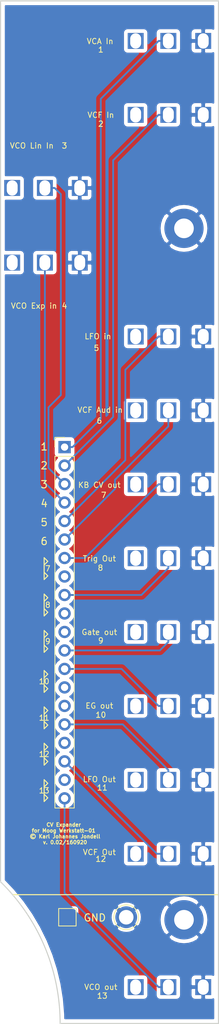
<source format=kicad_pcb>
(kicad_pcb (version 20171130) (host pcbnew 5.1.5+dfsg1-2build2)

  (general
    (thickness 1.6)
    (drawings 68)
    (tracks 53)
    (zones 0)
    (modules 18)
    (nets 28)
  )

  (page A4)
  (layers
    (0 F.Cu signal)
    (31 B.Cu signal)
    (32 B.Adhes user)
    (33 F.Adhes user)
    (34 B.Paste user)
    (35 F.Paste user)
    (36 B.SilkS user)
    (37 F.SilkS user)
    (38 B.Mask user)
    (39 F.Mask user)
    (40 Dwgs.User user)
    (41 Cmts.User user)
    (42 Eco1.User user)
    (43 Eco2.User user)
    (44 Edge.Cuts user)
    (45 Margin user)
    (46 B.CrtYd user)
    (47 F.CrtYd user)
    (48 B.Fab user)
    (49 F.Fab user hide)
  )

  (setup
    (last_trace_width 0.25)
    (trace_clearance 0.2)
    (zone_clearance 0.508)
    (zone_45_only no)
    (trace_min 0.2)
    (via_size 0.8)
    (via_drill 0.4)
    (via_min_size 0.4)
    (via_min_drill 0.3)
    (uvia_size 0.3)
    (uvia_drill 0.1)
    (uvias_allowed no)
    (uvia_min_size 0.2)
    (uvia_min_drill 0.1)
    (edge_width 0.1)
    (segment_width 0.2)
    (pcb_text_width 0.3)
    (pcb_text_size 1.5 1.5)
    (mod_edge_width 0.15)
    (mod_text_size 1 1)
    (mod_text_width 0.15)
    (pad_size 1.7 1.7)
    (pad_drill 1.1)
    (pad_to_mask_clearance 0)
    (aux_axis_origin 0 0)
    (visible_elements FFFFFF7F)
    (pcbplotparams
      (layerselection 0x010fc_ffffffff)
      (usegerberextensions false)
      (usegerberattributes true)
      (usegerberadvancedattributes true)
      (creategerberjobfile true)
      (excludeedgelayer true)
      (linewidth 0.100000)
      (plotframeref false)
      (viasonmask false)
      (mode 1)
      (useauxorigin false)
      (hpglpennumber 1)
      (hpglpenspeed 20)
      (hpglpendiameter 15.000000)
      (psnegative false)
      (psa4output false)
      (plotreference true)
      (plotvalue true)
      (plotinvisibletext false)
      (padsonsilk false)
      (subtractmaskfromsilk false)
      (outputformat 1)
      (mirror false)
      (drillshape 0)
      (scaleselection 1)
      (outputdirectory "expander_v2/"))
  )

  (net 0 "")
  (net 1 GND_D)
  (net 2 "Net-(J1-Pad19)")
  (net 3 "Net-(J1-Pad17)")
  (net 4 "Net-(J1-Pad15)")
  (net 5 "Net-(J1-Pad13)")
  (net 6 "Net-(J1-Pad11)")
  (net 7 "Net-(J1-Pad10)")
  (net 8 "Net-(J1-Pad7)")
  (net 9 "Net-(J1-Pad6)")
  (net 10 "Net-(J1-Pad5)")
  (net 11 "Net-(J1-Pad4)")
  (net 12 "Net-(J1-Pad3)")
  (net 13 "Net-(J1-Pad2)")
  (net 14 "Net-(J1-Pad1)")
  (net 15 "Net-(J2-PadR)")
  (net 16 "Net-(J3-PadR)")
  (net 17 "Net-(J4-PadR)")
  (net 18 "Net-(J5-PadR)")
  (net 19 "Net-(J6-PadR)")
  (net 20 "Net-(J7-PadR)")
  (net 21 "Net-(J8-PadR)")
  (net 22 "Net-(J9-PadR)")
  (net 23 "Net-(J10-PadR)")
  (net 24 "Net-(J11-PadR)")
  (net 25 "Net-(J12-PadR)")
  (net 26 "Net-(J13-PadR)")
  (net 27 "Net-(J14-PadR)")

  (net_class Default "This is the default net class."
    (clearance 0.2)
    (trace_width 0.25)
    (via_dia 0.8)
    (via_drill 0.4)
    (uvia_dia 0.3)
    (uvia_drill 0.1)
    (add_net GND_D)
    (add_net "Net-(J1-Pad1)")
    (add_net "Net-(J1-Pad10)")
    (add_net "Net-(J1-Pad11)")
    (add_net "Net-(J1-Pad13)")
    (add_net "Net-(J1-Pad15)")
    (add_net "Net-(J1-Pad17)")
    (add_net "Net-(J1-Pad19)")
    (add_net "Net-(J1-Pad2)")
    (add_net "Net-(J1-Pad3)")
    (add_net "Net-(J1-Pad4)")
    (add_net "Net-(J1-Pad5)")
    (add_net "Net-(J1-Pad6)")
    (add_net "Net-(J1-Pad7)")
    (add_net "Net-(J10-PadR)")
    (add_net "Net-(J11-PadR)")
    (add_net "Net-(J12-PadR)")
    (add_net "Net-(J13-PadR)")
    (add_net "Net-(J14-PadR)")
    (add_net "Net-(J2-PadR)")
    (add_net "Net-(J3-PadR)")
    (add_net "Net-(J4-PadR)")
    (add_net "Net-(J5-PadR)")
    (add_net "Net-(J6-PadR)")
    (add_net "Net-(J7-PadR)")
    (add_net "Net-(J8-PadR)")
    (add_net "Net-(J9-PadR)")
  )

  (module Connector_Audio:3.5mm_Electrokit (layer F.Cu) (tedit 5F631F2A) (tstamp 5F622378)
    (at 150 157 270)
    (path /5F48864B)
    (fp_text reference J14 (at 0 2.2 180) (layer F.Fab)
      (effects (font (size 1 1) (thickness 0.15)))
    )
    (fp_text value "VCO out" (at 0 9.2 180) (layer F.SilkS)
      (effects (font (size 0.75 0.75) (thickness 0.12)))
    )
    (fp_text user Front (at -0.1 -3.5 90) (layer F.Fab)
      (effects (font (size 1 1) (thickness 0.15)))
    )
    (fp_line (start -5 5.7) (end -5 -6.3) (layer F.CrtYd) (width 0.12))
    (fp_line (start -5 -6.3) (end 5 -6.3) (layer F.CrtYd) (width 0.12))
    (fp_line (start 5 -6.3) (end 5 5.7) (layer F.CrtYd) (width 0.12))
    (fp_line (start 5 5.7) (end -5 5.7) (layer F.CrtYd) (width 0.12))
    (pad R thru_hole rect (at 0 4.4 270) (size 2.2 2.2) (drill oval 2.1 1.5) (layers *.Cu *.Mask)
      (net 27 "Net-(J14-PadR)"))
    (pad T thru_hole rect (at 0 -0.1 270) (size 2.2 2.2) (drill oval 2.1 1.5) (layers *.Cu *.Mask)
      (net 2 "Net-(J1-Pad19)"))
    (pad S thru_hole rect (at 0 -4.9 270) (size 2.2 2.2) (drill oval 2.1 1.5) (layers *.Cu *.Mask)
      (net 1 GND_D))
  )

  (module MountingHole:MountingHole_2.7mm_M2.5_Pad (layer F.Cu) (tedit 56D1B4CB) (tstamp 5F61D301)
    (at 152.25 52.75)
    (descr "Mounting Hole 2.7mm, M2.5")
    (tags "mounting hole 2.7mm m2.5")
    (path /5F61DC1E)
    (attr virtual)
    (fp_text reference GND (at 0 -3.7) (layer Dwgs.User)
      (effects (font (size 1 1) (thickness 0.15)))
    )
    (fp_text value MountingHole_GND (at 0 3.7) (layer F.Fab)
      (effects (font (size 1 1) (thickness 0.15)))
    )
    (fp_circle (center 0 0) (end 2.95 0) (layer F.CrtYd) (width 0.05))
    (fp_circle (center 0 0) (end 2.7 0) (layer Cmts.User) (width 0.15))
    (fp_text user %R (at 0.3 0) (layer F.Fab)
      (effects (font (size 1 1) (thickness 0.15)))
    )
    (pad 1 thru_hole circle (at 0 0) (size 5.4 5.4) (drill 2.7) (layers *.Cu *.Mask)
      (net 1 GND_D))
  )

  (module Connector_Audio:3.5mm_Electrokit (layer F.Cu) (tedit 5F631F2A) (tstamp 5F62466E)
    (at 150 108.221208 270)
    (path /5F45E412)
    (fp_text reference J10 (at 0 2.2 180) (layer F.Fab)
      (effects (font (size 1 1) (thickness 0.15)))
    )
    (fp_text value "Gate out" (at 0.016672 9.4 180) (layer F.SilkS)
      (effects (font (size 0.75 0.75) (thickness 0.12)))
    )
    (fp_text user Front (at -0.1 -3.5 90) (layer F.Fab)
      (effects (font (size 1 1) (thickness 0.15)))
    )
    (fp_line (start -5 5.7) (end -5 -6.3) (layer F.CrtYd) (width 0.12))
    (fp_line (start -5 -6.3) (end 5 -6.3) (layer F.CrtYd) (width 0.12))
    (fp_line (start 5 -6.3) (end 5 5.7) (layer F.CrtYd) (width 0.12))
    (fp_line (start 5 5.7) (end -5 5.7) (layer F.CrtYd) (width 0.12))
    (pad R thru_hole rect (at 0 4.4 270) (size 2.2 2.2) (drill oval 2.1 1.5) (layers *.Cu *.Mask)
      (net 23 "Net-(J10-PadR)"))
    (pad T thru_hole rect (at 0 -0.1 270) (size 2.2 2.2) (drill oval 2.1 1.5) (layers *.Cu *.Mask)
      (net 6 "Net-(J1-Pad11)"))
    (pad S thru_hole rect (at 0 -4.9 270) (size 2.2 2.2) (drill oval 2.1 1.5) (layers *.Cu *.Mask)
      (net 1 GND_D))
  )

  (module Connector_PinHeader_2.54mm:PinHeader_1x20_P2.54mm_Vertical (layer F.Cu) (tedit 59FED5CC) (tstamp 5F431172)
    (at 135.812 82.804)
    (descr "Through hole straight pin header, 1x20, 2.54mm pitch, single row")
    (tags "Through hole pin header THT 1x20 2.54mm single row")
    (path /5F45E3C8)
    (fp_text reference J1 (at 0 -2.33) (layer F.Fab)
      (effects (font (size 1 1) (thickness 0.15)))
    )
    (fp_text value Conn_01x20_Male (at 0 50.59) (layer F.Fab)
      (effects (font (size 1 1) (thickness 0.15)))
    )
    (fp_text user %R (at 0 24.13 90) (layer F.Fab)
      (effects (font (size 1 1) (thickness 0.15)))
    )
    (fp_line (start 1.8 -1.8) (end -1.8 -1.8) (layer F.CrtYd) (width 0.05))
    (fp_line (start 1.8 50.05) (end 1.8 -1.8) (layer F.CrtYd) (width 0.05))
    (fp_line (start -1.8 50.05) (end 1.8 50.05) (layer F.CrtYd) (width 0.05))
    (fp_line (start -1.8 -1.8) (end -1.8 50.05) (layer F.CrtYd) (width 0.05))
    (fp_line (start -1.33 -1.33) (end 0 -1.33) (layer F.SilkS) (width 0.12))
    (fp_line (start -1.33 0) (end -1.33 -1.33) (layer F.SilkS) (width 0.12))
    (fp_line (start -1.33 1.27) (end 1.33 1.27) (layer F.SilkS) (width 0.12))
    (fp_line (start 1.33 1.27) (end 1.33 49.59) (layer F.SilkS) (width 0.12))
    (fp_line (start -1.33 1.27) (end -1.33 49.59) (layer F.SilkS) (width 0.12))
    (fp_line (start -1.33 49.59) (end 1.33 49.59) (layer F.SilkS) (width 0.12))
    (fp_line (start -1.27 -0.635) (end -0.635 -1.27) (layer F.Fab) (width 0.1))
    (fp_line (start -1.27 49.53) (end -1.27 -0.635) (layer F.Fab) (width 0.1))
    (fp_line (start 1.27 49.53) (end -1.27 49.53) (layer F.Fab) (width 0.1))
    (fp_line (start 1.27 -1.27) (end 1.27 49.53) (layer F.Fab) (width 0.1))
    (fp_line (start -0.635 -1.27) (end 1.27 -1.27) (layer F.Fab) (width 0.1))
    (pad 20 thru_hole oval (at 0 48.26) (size 1.7 1.7) (drill 1) (layers *.Cu *.Mask)
      (net 2 "Net-(J1-Pad19)"))
    (pad 19 thru_hole oval (at 0 45.72) (size 1.7 1.7) (drill 1) (layers *.Cu *.Mask)
      (net 2 "Net-(J1-Pad19)"))
    (pad 18 thru_hole oval (at 0 43.18) (size 1.7 1.7) (drill 1) (layers *.Cu *.Mask)
      (net 3 "Net-(J1-Pad17)"))
    (pad 17 thru_hole oval (at 0 40.64) (size 1.7 1.7) (drill 1) (layers *.Cu *.Mask)
      (net 3 "Net-(J1-Pad17)"))
    (pad 16 thru_hole oval (at 0 38.1) (size 1.7 1.7) (drill 1) (layers *.Cu *.Mask)
      (net 4 "Net-(J1-Pad15)"))
    (pad 15 thru_hole oval (at 0 35.56) (size 1.7 1.7) (drill 1) (layers *.Cu *.Mask)
      (net 4 "Net-(J1-Pad15)"))
    (pad 14 thru_hole oval (at 0 33.02) (size 1.7 1.7) (drill 1) (layers *.Cu *.Mask)
      (net 5 "Net-(J1-Pad13)"))
    (pad 13 thru_hole oval (at 0 30.48) (size 1.7 1.7) (drill 1) (layers *.Cu *.Mask)
      (net 5 "Net-(J1-Pad13)"))
    (pad 12 thru_hole oval (at 0 27.94) (size 1.7 1.7) (drill 1) (layers *.Cu *.Mask)
      (net 6 "Net-(J1-Pad11)"))
    (pad 11 thru_hole oval (at 0 25.4) (size 1.7 1.7) (drill 1) (layers *.Cu *.Mask)
      (net 6 "Net-(J1-Pad11)"))
    (pad 10 thru_hole oval (at 0 22.86) (size 1.7 1.7) (drill 1) (layers *.Cu *.Mask)
      (net 7 "Net-(J1-Pad10)"))
    (pad 9 thru_hole oval (at 0 20.32) (size 1.7 1.7) (drill 1) (layers *.Cu *.Mask)
      (net 7 "Net-(J1-Pad10)"))
    (pad 8 thru_hole oval (at 0 17.78) (size 1.7 1.7) (drill 1) (layers *.Cu *.Mask)
      (net 8 "Net-(J1-Pad7)"))
    (pad 7 thru_hole oval (at 0 15.24) (size 1.7 1.7) (drill 1) (layers *.Cu *.Mask)
      (net 8 "Net-(J1-Pad7)"))
    (pad 6 thru_hole oval (at 0 12.7) (size 1.7 1.7) (drill 1) (layers *.Cu *.Mask)
      (net 9 "Net-(J1-Pad6)"))
    (pad 5 thru_hole oval (at 0 10.16) (size 1.7 1.7) (drill 1) (layers *.Cu *.Mask)
      (net 10 "Net-(J1-Pad5)"))
    (pad 4 thru_hole oval (at 0 7.62) (size 1.7 1.7) (drill 1) (layers *.Cu *.Mask)
      (net 11 "Net-(J1-Pad4)"))
    (pad 3 thru_hole oval (at 0 5.08) (size 1.7 1.7) (drill 1) (layers *.Cu *.Mask)
      (net 12 "Net-(J1-Pad3)"))
    (pad 2 thru_hole oval (at 0 2.54) (size 1.7 1.7) (drill 1) (layers *.Cu *.Mask)
      (net 13 "Net-(J1-Pad2)"))
    (pad 1 thru_hole rect (at 0 0) (size 1.7 1.7) (drill 1) (layers *.Cu *.Mask)
      (net 14 "Net-(J1-Pad1)"))
    (model ${KISYS3DMOD}/Connector_PinHeader_2.54mm.3dshapes/PinHeader_1x20_P2.54mm_Vertical.wrl
      (at (xyz 0 0 0))
      (scale (xyz 1 1 1))
      (rotate (xyz 0 0 0))
    )
  )

  (module TestPoint:TestPoint_Pad_2.0x2.0mm (layer F.Cu) (tedit 5A0F774F) (tstamp 5F438E02)
    (at 136.2 147.4)
    (descr "SMD rectangular pad as test Point, square 2.0mm side length")
    (tags "test point SMD pad rectangle square")
    (path /5F47C6D4)
    (attr virtual)
    (fp_text reference TP2 (at 0 -1.998) (layer F.Fab)
      (effects (font (size 1 1) (thickness 0.15)))
    )
    (fp_text value TestPoint (at 0 2.05) (layer F.Fab)
      (effects (font (size 1 1) (thickness 0.15)))
    )
    (fp_line (start 1.5 1.5) (end -1.5 1.5) (layer F.CrtYd) (width 0.05))
    (fp_line (start 1.5 1.5) (end 1.5 -1.5) (layer F.CrtYd) (width 0.05))
    (fp_line (start -1.5 -1.5) (end -1.5 1.5) (layer F.CrtYd) (width 0.05))
    (fp_line (start -1.5 -1.5) (end 1.5 -1.5) (layer F.CrtYd) (width 0.05))
    (fp_line (start -1.2 1.2) (end -1.2 -1.2) (layer F.SilkS) (width 0.12))
    (fp_line (start 1.2 1.2) (end -1.2 1.2) (layer F.SilkS) (width 0.12))
    (fp_line (start 1.2 -1.2) (end 1.2 1.2) (layer F.SilkS) (width 0.12))
    (fp_line (start -1.2 -1.2) (end 1.2 -1.2) (layer F.SilkS) (width 0.12))
    (fp_text user %R (at 0 -2) (layer F.Fab)
      (effects (font (size 1 1) (thickness 0.15)))
    )
    (pad 1 smd rect (at 0 0) (size 2 2) (layers F.Cu F.Mask)
      (net 1 GND_D))
  )

  (module Connector_Audio:3.5mm_Electrokit (layer F.Cu) (tedit 5F631F2A) (tstamp 5F624510)
    (at 150 77.763255 270)
    (path /5F45E400)
    (fp_text reference J7 (at 0 2.2 180) (layer F.Fab)
      (effects (font (size 1 1) (thickness 0.15)))
    )
    (fp_text value "VCF Aud in" (at -0.05833 9.3 180) (layer F.SilkS)
      (effects (font (size 0.75 0.75) (thickness 0.12)))
    )
    (fp_text user Front (at -0.1 -3.5 270) (layer F.Fab)
      (effects (font (size 1 1) (thickness 0.15)))
    )
    (fp_line (start -5 5.7) (end -5 -6.3) (layer F.CrtYd) (width 0.12))
    (fp_line (start -5 -6.3) (end 5 -6.3) (layer F.CrtYd) (width 0.12))
    (fp_line (start 5 -6.3) (end 5 5.7) (layer F.CrtYd) (width 0.12))
    (fp_line (start 5 5.7) (end -5 5.7) (layer F.CrtYd) (width 0.12))
    (pad R thru_hole rect (at 0 4.4 270) (size 2.2 2.2) (drill oval 2.1 1.5) (layers *.Cu *.Mask)
      (net 20 "Net-(J7-PadR)"))
    (pad T thru_hole rect (at 0 -0.1 270) (size 2.2 2.2) (drill oval 2.1 1.5) (layers *.Cu *.Mask)
      (net 9 "Net-(J1-Pad6)"))
    (pad S thru_hole rect (at 0 -4.9 270) (size 2.2 2.2) (drill oval 2.1 1.5) (layers *.Cu *.Mask)
      (net 1 GND_D))
  )

  (module Connector_Audio:3.5mm_Electrokit (layer F.Cu) (tedit 5F631F2A) (tstamp 5F624531)
    (at 150 67.610604 270)
    (path /5F449E33)
    (fp_text reference J6 (at 0 2.2 180) (layer F.Fab)
      (effects (font (size 1 1) (thickness 0.15)))
    )
    (fp_text value "LFO in" (at -0.010604 9.6 180) (layer F.SilkS)
      (effects (font (size 0.75 0.75) (thickness 0.12)))
    )
    (fp_text user Front (at -0.1 -3.5 270) (layer F.Fab)
      (effects (font (size 1 1) (thickness 0.15)))
    )
    (fp_line (start -5 5.7) (end -5 -6.3) (layer F.CrtYd) (width 0.12))
    (fp_line (start -5 -6.3) (end 5 -6.3) (layer F.CrtYd) (width 0.12))
    (fp_line (start 5 -6.3) (end 5 5.7) (layer F.CrtYd) (width 0.12))
    (fp_line (start 5 5.7) (end -5 5.7) (layer F.CrtYd) (width 0.12))
    (pad R thru_hole rect (at 0 4.4 270) (size 2.2 2.2) (drill oval 2.1 1.5) (layers *.Cu *.Mask)
      (net 19 "Net-(J6-PadR)"))
    (pad T thru_hole rect (at 0 -0.1 270) (size 2.2 2.2) (drill oval 2.1 1.5) (layers *.Cu *.Mask)
      (net 10 "Net-(J1-Pad5)"))
    (pad S thru_hole rect (at 0 -4.9 270) (size 2.2 2.2) (drill oval 2.1 1.5) (layers *.Cu *.Mask)
      (net 1 GND_D))
  )

  (module Connector_Audio:3.5mm_Electrokit (layer F.Cu) (tedit 5F631F2A) (tstamp 5F624923)
    (at 133 57.457953 270)
    (path /5F45E3F4)
    (fp_text reference J5 (at 0 2.2 180) (layer F.Fab)
      (effects (font (size 1 1) (thickness 0.15)))
    )
    (fp_text value "VCO Exp in" (at 5.942047 1.4 180) (layer F.SilkS)
      (effects (font (size 0.75 0.75) (thickness 0.12)))
    )
    (fp_text user Front (at -0.1 -3.5 270) (layer F.Fab)
      (effects (font (size 1 1) (thickness 0.15)))
    )
    (fp_line (start -5 5.7) (end -5 -6.3) (layer F.CrtYd) (width 0.12))
    (fp_line (start -5 -6.3) (end 5 -6.3) (layer F.CrtYd) (width 0.12))
    (fp_line (start 5 -6.3) (end 5 5.7) (layer F.CrtYd) (width 0.12))
    (fp_line (start 5 5.7) (end -5 5.7) (layer F.CrtYd) (width 0.12))
    (pad R thru_hole rect (at 0 4.4 270) (size 2.2 2.2) (drill oval 2.1 1.5) (layers *.Cu *.Mask)
      (net 18 "Net-(J5-PadR)"))
    (pad T thru_hole rect (at 0 -0.1 270) (size 2.2 2.2) (drill oval 2.1 1.5) (layers *.Cu *.Mask)
      (net 11 "Net-(J1-Pad4)"))
    (pad S thru_hole rect (at 0 -4.9 270) (size 2.2 2.2) (drill oval 2.1 1.5) (layers *.Cu *.Mask)
      (net 1 GND_D))
  )

  (module Connector_Audio:3.5mm_Electrokit (layer F.Cu) (tedit 5F631F2A) (tstamp 5F624573)
    (at 133 47.2 270)
    (path /5F45E3EE)
    (fp_text reference J4 (at 0 2.2 180) (layer F.Fab)
      (effects (font (size 1 1) (thickness 0.15)))
    )
    (fp_text value "VCO Lin In" (at -5.805302 1.7 180) (layer F.SilkS)
      (effects (font (size 0.75 0.75) (thickness 0.12)))
    )
    (fp_text user Front (at -0.1 -3.5 270) (layer F.Fab)
      (effects (font (size 1 1) (thickness 0.15)))
    )
    (fp_line (start -5 5.7) (end -5 -6.3) (layer F.CrtYd) (width 0.12))
    (fp_line (start -5 -6.3) (end 5 -6.3) (layer F.CrtYd) (width 0.12))
    (fp_line (start 5 -6.3) (end 5 5.7) (layer F.CrtYd) (width 0.12))
    (fp_line (start 5 5.7) (end -5 5.7) (layer F.CrtYd) (width 0.12))
    (pad R thru_hole rect (at 0 4.4 270) (size 2.2 2.2) (drill oval 2.1 1.5) (layers *.Cu *.Mask)
      (net 17 "Net-(J4-PadR)"))
    (pad T thru_hole rect (at 0 -0.1 270) (size 2.2 2.2) (drill oval 2.1 1.5) (layers *.Cu *.Mask)
      (net 12 "Net-(J1-Pad3)"))
    (pad S thru_hole rect (at 0 -4.9 270) (size 2.2 2.2) (drill oval 2.1 1.5) (layers *.Cu *.Mask)
      (net 1 GND_D))
  )

  (module Connector_Audio:3.5mm_Electrokit (layer F.Cu) (tedit 5F631F2A) (tstamp 5F6245D3)
    (at 150 37.152651 270)
    (path /5F45E3E8)
    (fp_text reference J3 (at 0 2.2 180) (layer F.Fab)
      (effects (font (size 1 1) (thickness 0.15)))
    )
    (fp_text value "VCF In" (at 0.029167 9.2 180) (layer F.SilkS)
      (effects (font (size 0.75 0.75) (thickness 0.12)))
    )
    (fp_text user Front (at -0.1 -3.5 270) (layer F.Fab)
      (effects (font (size 1 1) (thickness 0.15)))
    )
    (fp_line (start -5 5.7) (end -5 -6.3) (layer F.CrtYd) (width 0.12))
    (fp_line (start -5 -6.3) (end 5 -6.3) (layer F.CrtYd) (width 0.12))
    (fp_line (start 5 -6.3) (end 5 5.7) (layer F.CrtYd) (width 0.12))
    (fp_line (start 5 5.7) (end -5 5.7) (layer F.CrtYd) (width 0.12))
    (pad R thru_hole rect (at 0 4.4 270) (size 2.2 2.2) (drill oval 2.1 1.5) (layers *.Cu *.Mask)
      (net 16 "Net-(J3-PadR)"))
    (pad T thru_hole rect (at 0 -0.1 270) (size 2.2 2.2) (drill oval 2.1 1.5) (layers *.Cu *.Mask)
      (net 13 "Net-(J1-Pad2)"))
    (pad S thru_hole rect (at 0 -4.9 270) (size 2.2 2.2) (drill oval 2.1 1.5) (layers *.Cu *.Mask)
      (net 1 GND_D))
  )

  (module Connector_Audio:3.5mm_Electrokit (layer F.Cu) (tedit 5F631F2A) (tstamp 5F6245B2)
    (at 150 27 270)
    (path /5F45E3E2)
    (fp_text reference J2 (at 0.1 2.2 180) (layer F.Fab)
      (effects (font (size 1 1) (thickness 0.15)))
    )
    (fp_text value "VCA In" (at 0.05 9.3 180) (layer F.SilkS)
      (effects (font (size 0.75 0.75) (thickness 0.12)))
    )
    (fp_text user Front (at -0.1 -3.5 270) (layer F.Fab)
      (effects (font (size 1 1) (thickness 0.15)))
    )
    (fp_line (start -5 5.7) (end -5 -6.3) (layer F.CrtYd) (width 0.12))
    (fp_line (start -5 -6.3) (end 5 -6.3) (layer F.CrtYd) (width 0.12))
    (fp_line (start 5 -6.3) (end 5 5.7) (layer F.CrtYd) (width 0.12))
    (fp_line (start 5 5.7) (end -5 5.7) (layer F.CrtYd) (width 0.12))
    (pad R thru_hole rect (at 0 4.4 270) (size 2.2 2.2) (drill oval 2.1 1.5) (layers *.Cu *.Mask)
      (net 15 "Net-(J2-PadR)"))
    (pad T thru_hole rect (at 0 -0.1 270) (size 2.2 2.2) (drill oval 2.1 1.5) (layers *.Cu *.Mask)
      (net 14 "Net-(J1-Pad1)"))
    (pad S thru_hole rect (at 0 -4.9 270) (size 2.2 2.2) (drill oval 2.1 1.5) (layers *.Cu *.Mask)
      (net 1 GND_D))
  )

  (module Connector_Audio:3.5mm_Electrokit (layer F.Cu) (tedit 5F631F2A) (tstamp 5F62462F)
    (at 150 138.679163 270)
    (path /5F45E424)
    (fp_text reference J13 (at -0.041663 2.2 180) (layer F.Fab)
      (effects (font (size 1 1) (thickness 0.15)))
    )
    (fp_text value "VCF Out" (at -0.208326 9.4 180) (layer F.SilkS)
      (effects (font (size 0.75 0.75) (thickness 0.12)))
    )
    (fp_text user Front (at -0.1 -3.5 90) (layer F.Fab)
      (effects (font (size 1 1) (thickness 0.15)))
    )
    (fp_line (start -5 5.7) (end -5 -6.3) (layer F.CrtYd) (width 0.12))
    (fp_line (start -5 -6.3) (end 5 -6.3) (layer F.CrtYd) (width 0.12))
    (fp_line (start 5 -6.3) (end 5 5.7) (layer F.CrtYd) (width 0.12))
    (fp_line (start 5 5.7) (end -5 5.7) (layer F.CrtYd) (width 0.12))
    (pad R thru_hole rect (at 0 4.4 270) (size 2.2 2.2) (drill oval 2.1 1.5) (layers *.Cu *.Mask)
      (net 26 "Net-(J13-PadR)"))
    (pad T thru_hole rect (at 0 -0.1 270) (size 2.2 2.2) (drill oval 2.1 1.5) (layers *.Cu *.Mask)
      (net 3 "Net-(J1-Pad17)"))
    (pad S thru_hole rect (at 0 -4.9 270) (size 2.2 2.2) (drill oval 2.1 1.5) (layers *.Cu *.Mask)
      (net 1 GND_D))
  )

  (module Connector_Audio:3.5mm_Electrokit (layer F.Cu) (tedit 5F631F2A) (tstamp 5F624593)
    (at 150 128.52651 270)
    (path /5F45E41E)
    (fp_text reference J12 (at -0.08333 2.2 180) (layer F.Fab)
      (effects (font (size 1 1) (thickness 0.15)))
    )
    (fp_text value "LFO Out" (at -0.06666 9.4 180) (layer F.SilkS)
      (effects (font (size 0.75 0.75) (thickness 0.12)))
    )
    (fp_text user Front (at -0.1 -3.5 90) (layer F.Fab)
      (effects (font (size 1 1) (thickness 0.15)))
    )
    (fp_line (start -5 5.7) (end -5 -6.3) (layer F.CrtYd) (width 0.12))
    (fp_line (start -5 -6.3) (end 5 -6.3) (layer F.CrtYd) (width 0.12))
    (fp_line (start 5 -6.3) (end 5 5.7) (layer F.CrtYd) (width 0.12))
    (fp_line (start 5 5.7) (end -5 5.7) (layer F.CrtYd) (width 0.12))
    (pad R thru_hole rect (at 0 4.4 270) (size 2.2 2.2) (drill oval 2.1 1.5) (layers *.Cu *.Mask)
      (net 25 "Net-(J12-PadR)"))
    (pad T thru_hole rect (at 0 -0.1 270) (size 2.2 2.2) (drill oval 2.1 1.5) (layers *.Cu *.Mask)
      (net 4 "Net-(J1-Pad15)"))
    (pad S thru_hole rect (at 0 -4.9 270) (size 2.2 2.2) (drill oval 2.1 1.5) (layers *.Cu *.Mask)
      (net 1 GND_D))
  )

  (module Connector_Audio:3.5mm_Electrokit (layer F.Cu) (tedit 5F631F2A) (tstamp 5F6245F3)
    (at 150 118.373859 270)
    (path /5F45E418)
    (fp_text reference J11 (at 0 2.2 180) (layer F.Fab)
      (effects (font (size 1 1) (thickness 0.15)))
    )
    (fp_text value "EG out" (at -0.024994 9.4 180) (layer F.SilkS)
      (effects (font (size 0.75 0.75) (thickness 0.12)))
    )
    (fp_text user Front (at -0.1 -3.5 90) (layer F.Fab)
      (effects (font (size 1 1) (thickness 0.15)))
    )
    (fp_line (start -5 5.7) (end -5 -6.3) (layer F.CrtYd) (width 0.12))
    (fp_line (start -5 -6.3) (end 5 -6.3) (layer F.CrtYd) (width 0.12))
    (fp_line (start 5 -6.3) (end 5 5.7) (layer F.CrtYd) (width 0.12))
    (fp_line (start 5 5.7) (end -5 5.7) (layer F.CrtYd) (width 0.12))
    (pad R thru_hole rect (at 0 4.4 270) (size 2.2 2.2) (drill oval 2.1 1.5) (layers *.Cu *.Mask)
      (net 24 "Net-(J11-PadR)"))
    (pad T thru_hole rect (at 0 -0.1 270) (size 2.2 2.2) (drill oval 2.1 1.5) (layers *.Cu *.Mask)
      (net 5 "Net-(J1-Pad13)"))
    (pad S thru_hole rect (at 0 -4.9 270) (size 2.2 2.2) (drill oval 2.1 1.5) (layers *.Cu *.Mask)
      (net 1 GND_D))
  )

  (module Connector_Audio:3.5mm_Electrokit (layer F.Cu) (tedit 5F631F2A) (tstamp 5F624611)
    (at 150 98.068557 270)
    (path /5F45E40C)
    (fp_text reference J9 (at 0 2.2 180) (layer F.Fab)
      (effects (font (size 1 1) (thickness 0.15)))
    )
    (fp_text value "Trig Out" (at 0.058338 9.4 180) (layer F.SilkS)
      (effects (font (size 0.75 0.75) (thickness 0.12)))
    )
    (fp_text user Front (at -0.1 -3.5 90) (layer F.Fab)
      (effects (font (size 1 1) (thickness 0.15)))
    )
    (fp_line (start -5 5.7) (end -5 -6.3) (layer F.CrtYd) (width 0.12))
    (fp_line (start -5 -6.3) (end 5 -6.3) (layer F.CrtYd) (width 0.12))
    (fp_line (start 5 -6.3) (end 5 5.7) (layer F.CrtYd) (width 0.12))
    (fp_line (start 5 5.7) (end -5 5.7) (layer F.CrtYd) (width 0.12))
    (pad R thru_hole rect (at 0 4.4 270) (size 2.2 2.2) (drill oval 2.1 1.5) (layers *.Cu *.Mask)
      (net 22 "Net-(J9-PadR)"))
    (pad T thru_hole rect (at 0 -0.1 270) (size 2.2 2.2) (drill oval 2.1 1.5) (layers *.Cu *.Mask)
      (net 7 "Net-(J1-Pad10)"))
    (pad S thru_hole rect (at 0 -4.9 270) (size 2.2 2.2) (drill oval 2.1 1.5) (layers *.Cu *.Mask)
      (net 1 GND_D))
  )

  (module Connector_Audio:3.5mm_Electrokit (layer F.Cu) (tedit 5F631F2A) (tstamp 5F62464E)
    (at 150 87.915906 270)
    (path /5F45E406)
    (fp_text reference J8 (at 0 2.2 180) (layer F.Fab)
      (effects (font (size 1 1) (thickness 0.15)))
    )
    (fp_text value "KB CV out" (at 0.100004 9.4 180) (layer F.SilkS)
      (effects (font (size 0.75 0.75) (thickness 0.12)))
    )
    (fp_text user Front (at -0.1 -3.5 90) (layer F.Fab)
      (effects (font (size 1 1) (thickness 0.15)))
    )
    (fp_line (start -5 5.7) (end -5 -6.3) (layer F.CrtYd) (width 0.12))
    (fp_line (start -5 -6.3) (end 5 -6.3) (layer F.CrtYd) (width 0.12))
    (fp_line (start 5 -6.3) (end 5 5.7) (layer F.CrtYd) (width 0.12))
    (fp_line (start 5 5.7) (end -5 5.7) (layer F.CrtYd) (width 0.12))
    (pad R thru_hole rect (at 0 4.4 270) (size 2.2 2.2) (drill oval 2.1 1.5) (layers *.Cu *.Mask)
      (net 21 "Net-(J8-PadR)"))
    (pad T thru_hole rect (at 0 -0.1 270) (size 2.2 2.2) (drill oval 2.1 1.5) (layers *.Cu *.Mask)
      (net 8 "Net-(J1-Pad7)"))
    (pad S thru_hole rect (at 0 -4.9 270) (size 2.2 2.2) (drill oval 2.1 1.5) (layers *.Cu *.Mask)
      (net 1 GND_D))
  )

  (module TestPoint:TestPoint_Plated_Hole_D2.0mm (layer F.Cu) (tedit 5A0F774F) (tstamp 5F43879E)
    (at 144.3 147.4)
    (descr "Plated Hole as test Point, diameter 2.0mm")
    (tags "test point plated hole")
    (path /5F477D85)
    (attr virtual)
    (fp_text reference GND (at -4.325 0.075 180) (layer F.SilkS)
      (effects (font (size 1 1) (thickness 0.15)))
    )
    (fp_text value TestPoint (at 0 2.45) (layer F.Fab)
      (effects (font (size 1 1) (thickness 0.15)))
    )
    (fp_circle (center 0 0) (end 0 -1.7) (layer F.SilkS) (width 0.12))
    (fp_circle (center 0 0) (end 1.8 0) (layer F.CrtYd) (width 0.05))
    (fp_text user %R (at 0 -2.5) (layer F.Fab)
      (effects (font (size 1 1) (thickness 0.15)))
    )
    (pad 1 thru_hole circle (at 0 0) (size 3 3) (drill 2) (layers *.Cu *.Mask)
      (net 1 GND_D))
  )

  (module MountingHole:MountingHole_2.7mm_M2.5_Pad (layer F.Cu) (tedit 56D1B4CB) (tstamp 5F434863)
    (at 152.25 147.75)
    (descr "Mounting Hole 2.7mm, M2.5")
    (tags "mounting hole 2.7mm m2.5")
    (path /5F45E42A)
    (attr virtual)
    (fp_text reference H1 (at -4.75 -0.25) (layer F.Fab)
      (effects (font (size 1 1) (thickness 0.15)))
    )
    (fp_text value MountingHole_GND (at 0 3.7) (layer F.Fab)
      (effects (font (size 1 1) (thickness 0.15)))
    )
    (fp_circle (center 0 0) (end 2.95 0) (layer F.CrtYd) (width 0.05))
    (fp_circle (center 0 0) (end 2.7 0) (layer Cmts.User) (width 0.15))
    (fp_text user %R (at 0.3 0) (layer F.Fab)
      (effects (font (size 1 1) (thickness 0.15)))
    )
    (pad 1 thru_hole circle (at 0 0) (size 5.4 5.4) (drill 2.7) (layers *.Cu *.Mask)
      (net 1 GND_D))
  )

  (gr_arc (start 108 162) (end 135.2 162) (angle -45.69999912) (layer Edge.Cuts) (width 0.15))
  (gr_line (start 128.7 144.3) (end 157 144.3) (layer F.SilkS) (width 0.15) (tstamp 5F43B433))
  (gr_text 13 (at 141 158.2) (layer F.SilkS) (tstamp 5F43AFA7)
    (effects (font (size 0.75 0.75) (thickness 0.125)))
  )
  (gr_text 12 (at 140.8 139.4) (layer F.SilkS) (tstamp 5F43AFA7)
    (effects (font (size 0.75 0.75) (thickness 0.125)))
  )
  (gr_text 11 (at 141 129.6) (layer F.SilkS) (tstamp 5F43AFA7)
    (effects (font (size 0.75 0.75) (thickness 0.125)))
  )
  (gr_text 10 (at 140.8 119.6) (layer F.SilkS) (tstamp 5F43AFA7)
    (effects (font (size 0.75 0.75) (thickness 0.125)))
  )
  (gr_text 9 (at 140.8 109.4) (layer F.SilkS) (tstamp 5F43AFA7)
    (effects (font (size 0.75 0.75) (thickness 0.125)))
  )
  (gr_text 8 (at 140.75 99.4) (layer F.SilkS) (tstamp 5F43AFA7)
    (effects (font (size 0.75 0.75) (thickness 0.125)))
  )
  (gr_text 7 (at 141.2 89.4) (layer F.SilkS) (tstamp 5F43AFA7)
    (effects (font (size 0.75 0.75) (thickness 0.125)))
  )
  (gr_text 6 (at 140.6 79.2) (layer F.SilkS) (tstamp 5F43AFA7)
    (effects (font (size 0.75 0.75) (thickness 0.125)))
  )
  (gr_text 5 (at 140.2 69.2) (layer F.SilkS) (tstamp 5F43AFA7)
    (effects (font (size 0.75 0.75) (thickness 0.125)))
  )
  (gr_text 4 (at 135.8 63.4) (layer F.SilkS) (tstamp 5F43AFA7)
    (effects (font (size 0.75 0.75) (thickness 0.125)))
  )
  (gr_text 3 (at 135.8 41.4) (layer F.SilkS) (tstamp 5F43AFA7)
    (effects (font (size 0.75 0.75) (thickness 0.125)))
  )
  (gr_text 2 (at 140.8 38.4) (layer F.SilkS) (tstamp 5F43AFA7)
    (effects (font (size 0.75 0.75) (thickness 0.125)))
  )
  (gr_text 1 (at 140.8 28.2) (layer F.SilkS) (tstamp 5F43AFA7)
    (effects (font (size 0.75 0.75) (thickness 0.125)))
  )
  (gr_text "13\n" (at 133 130) (layer F.SilkS) (tstamp 5F43AF7F)
    (effects (font (size 0.75 0.75) (thickness 0.125)))
  )
  (gr_text 12 (at 133 125) (layer F.SilkS) (tstamp 5F43AF7F)
    (effects (font (size 0.75 0.75) (thickness 0.125)))
  )
  (gr_text 11 (at 133 120) (layer F.SilkS) (tstamp 5F43AF7F)
    (effects (font (size 0.75 0.75) (thickness 0.125)))
  )
  (gr_text 10 (at 133 115) (layer F.SilkS) (tstamp 5F43AF73)
    (effects (font (size 0.75 0.75) (thickness 0.125)))
  )
  (gr_text 9 (at 133.5 109.5) (layer F.SilkS) (tstamp 5F43AF73)
    (effects (font (size 0.75 0.75) (thickness 0.125)))
  )
  (gr_text 8 (at 133.5 104.5) (layer F.SilkS) (tstamp 5F43AF73)
    (effects (font (size 0.75 0.75) (thickness 0.125)))
  )
  (gr_text 7 (at 133.5 99.5) (layer F.SilkS)
    (effects (font (size 0.75 0.75) (thickness 0.125)))
  )
  (gr_text 6 (at 133 95.75) (layer F.SilkS)
    (effects (font (size 1 1) (thickness 0.15)))
  )
  (gr_text 5 (at 133 93.15) (layer F.SilkS)
    (effects (font (size 1 1) (thickness 0.15)))
  )
  (gr_text 4 (at 133 90.55) (layer F.SilkS)
    (effects (font (size 1 1) (thickness 0.15)))
  )
  (gr_text 3 (at 133 87.95) (layer F.SilkS)
    (effects (font (size 1 1) (thickness 0.15)))
  )
  (gr_text 2 (at 133 85.35) (layer F.SilkS)
    (effects (font (size 1 1) (thickness 0.15)))
  )
  (gr_text 1 (at 133 82.75) (layer F.SilkS)
    (effects (font (size 1 1) (thickness 0.15)))
  )
  (gr_line (start 133 99) (end 133.5 98.5) (layer F.SilkS) (width 0.15) (tstamp 5F43AC52))
  (gr_line (start 133 100) (end 133.5 100.5) (layer F.SilkS) (width 0.15) (tstamp 5F43AC51))
  (gr_line (start 133 101) (end 133.5 100.5) (layer F.SilkS) (width 0.15) (tstamp 5F43AC50))
  (gr_line (start 133 101) (end 133 98) (layer F.SilkS) (width 0.15) (tstamp 5F43AC4F))
  (gr_line (start 133 98) (end 133.5 98.5) (layer F.SilkS) (width 0.15) (tstamp 5F43AC4E))
  (gr_line (start 133 104) (end 133.5 103.5) (layer F.SilkS) (width 0.15) (tstamp 5F43AC52))
  (gr_line (start 133 105) (end 133.5 105.5) (layer F.SilkS) (width 0.15) (tstamp 5F43AC51))
  (gr_line (start 133 106) (end 133.5 105.5) (layer F.SilkS) (width 0.15) (tstamp 5F43AC50))
  (gr_line (start 133 106) (end 133 103) (layer F.SilkS) (width 0.15) (tstamp 5F43AC4F))
  (gr_line (start 133 103) (end 133.5 103.5) (layer F.SilkS) (width 0.15) (tstamp 5F43AC4E))
  (gr_line (start 133 109) (end 133.5 108.5) (layer F.SilkS) (width 0.15) (tstamp 5F43AC52))
  (gr_line (start 133 110) (end 133.5 110.5) (layer F.SilkS) (width 0.15) (tstamp 5F43AC51))
  (gr_line (start 133 111) (end 133.5 110.5) (layer F.SilkS) (width 0.15) (tstamp 5F43AC50))
  (gr_line (start 133 111) (end 133 108) (layer F.SilkS) (width 0.15) (tstamp 5F43AC4F))
  (gr_line (start 133 108) (end 133.5 108.5) (layer F.SilkS) (width 0.15) (tstamp 5F43AC4E))
  (gr_line (start 133 114.5) (end 133.5 114) (layer F.SilkS) (width 0.15) (tstamp 5F43AC52))
  (gr_line (start 133 115.5) (end 133.5 116) (layer F.SilkS) (width 0.15) (tstamp 5F43AC51))
  (gr_line (start 133 116.5) (end 133.5 116) (layer F.SilkS) (width 0.15) (tstamp 5F43AC50))
  (gr_line (start 133 116.5) (end 133 113.5) (layer F.SilkS) (width 0.15) (tstamp 5F43AC4F))
  (gr_line (start 133 113.5) (end 133.5 114) (layer F.SilkS) (width 0.15) (tstamp 5F43AC4E))
  (gr_line (start 133 119.5) (end 133.5 119) (layer F.SilkS) (width 0.15) (tstamp 5F43AC52))
  (gr_line (start 133 120.5) (end 133.5 121) (layer F.SilkS) (width 0.15) (tstamp 5F43AC51))
  (gr_line (start 133 121.5) (end 133.5 121) (layer F.SilkS) (width 0.15) (tstamp 5F43AC50))
  (gr_line (start 133 121.5) (end 133 118.5) (layer F.SilkS) (width 0.15) (tstamp 5F43AC4F))
  (gr_line (start 133 118.5) (end 133.5 119) (layer F.SilkS) (width 0.15) (tstamp 5F43AC4E))
  (gr_line (start 133 124.5) (end 133.5 124) (layer F.SilkS) (width 0.15) (tstamp 5F43AC52))
  (gr_line (start 133 125.5) (end 133.5 126) (layer F.SilkS) (width 0.15) (tstamp 5F43AC51))
  (gr_line (start 133 126.5) (end 133.5 126) (layer F.SilkS) (width 0.15) (tstamp 5F43AC50))
  (gr_line (start 133 126.5) (end 133 123.5) (layer F.SilkS) (width 0.15) (tstamp 5F43AC4F))
  (gr_line (start 133 123.5) (end 133.5 124) (layer F.SilkS) (width 0.15) (tstamp 5F43AC4E))
  (gr_line (start 133 130.5) (end 133.5 131) (layer F.SilkS) (width 0.15) (tstamp 5F43AC4D))
  (gr_line (start 133 131.5) (end 133.5 131) (layer F.SilkS) (width 0.15))
  (gr_line (start 133 129.5) (end 133.5 129) (layer F.SilkS) (width 0.15) (tstamp 5F43AC4C))
  (gr_line (start 133 128.5) (end 133.5 129) (layer F.SilkS) (width 0.15))
  (gr_line (start 133 131.5) (end 133 128.5) (layer F.SilkS) (width 0.15))
  (gr_text "CV Expander \nfor Moog Werkstatt-01 \n© Karl Johannes Jondell\nv. 0.02/160920" (at 135.875 135.9) (layer F.SilkS)
    (effects (font (size 0.5 0.5) (thickness 0.125)))
  )
  (gr_line (start 135.2 162) (end 157 162) (layer Edge.Cuts) (width 0.15) (tstamp 5F624A19))
  (gr_line (start 127 21.5) (end 126.996896 142.533158) (layer Edge.Cuts) (width 0.15) (tstamp 5F6233B7))
  (gr_line (start 157 21.5) (end 127 21.5) (layer Edge.Cuts) (width 0.15))
  (gr_line (start 157 162) (end 157 21.5) (layer Edge.Cuts) (width 0.15))

  (segment (start 148.75 157) (end 150.1 157) (width 0.25) (layer B.Cu) (net 2))
  (segment (start 135.812 144.062) (end 148.75 157) (width 0.25) (layer B.Cu) (net 2))
  (segment (start 135.812 131.064) (end 135.812 144.062) (width 0.25) (layer B.Cu) (net 2))
  (segment (start 148.507163 138.679163) (end 135.812 125.984) (width 0.25) (layer B.Cu) (net 3))
  (segment (start 150.1 138.679163) (end 148.507163 138.679163) (width 0.25) (layer B.Cu) (net 3))
  (segment (start 137.014081 120.904) (end 135.812 120.904) (width 0.25) (layer B.Cu) (net 4))
  (segment (start 143.82749 120.904) (end 137.014081 120.904) (width 0.25) (layer B.Cu) (net 4))
  (segment (start 150.1 127.17651) (end 143.82749 120.904) (width 0.25) (layer B.Cu) (net 4))
  (segment (start 150.1 128.52651) (end 150.1 127.17651) (width 0.25) (layer B.Cu) (net 4))
  (segment (start 137.014081 113.284) (end 135.812 113.284) (width 0.25) (layer B.Cu) (net 5))
  (segment (start 143.660141 113.284) (end 137.014081 113.284) (width 0.25) (layer B.Cu) (net 5))
  (segment (start 148.75 118.373859) (end 143.660141 113.284) (width 0.25) (layer B.Cu) (net 5))
  (segment (start 150.1 118.373859) (end 148.75 118.373859) (width 0.25) (layer B.Cu) (net 5))
  (segment (start 148.927208 110.744) (end 137.014081 110.744) (width 0.25) (layer B.Cu) (net 6))
  (segment (start 137.014081 110.744) (end 135.812 110.744) (width 0.25) (layer B.Cu) (net 6))
  (segment (start 150.1 109.571208) (end 148.927208 110.744) (width 0.25) (layer B.Cu) (net 6))
  (segment (start 150.1 108.221208) (end 150.1 109.571208) (width 0.25) (layer B.Cu) (net 6))
  (segment (start 137.014081 103.124) (end 135.812 103.124) (width 0.25) (layer B.Cu) (net 7))
  (segment (start 146.394557 103.124) (end 137.014081 103.124) (width 0.25) (layer B.Cu) (net 7))
  (segment (start 150.1 99.418557) (end 146.394557 103.124) (width 0.25) (layer B.Cu) (net 7))
  (segment (start 150.1 98.068557) (end 150.1 99.418557) (width 0.25) (layer B.Cu) (net 7))
  (segment (start 137.014081 98.044) (end 135.812 98.044) (width 0.25) (layer B.Cu) (net 8))
  (segment (start 138.621906 98.044) (end 137.014081 98.044) (width 0.25) (layer B.Cu) (net 8))
  (segment (start 148.75 87.915906) (end 138.621906 98.044) (width 0.25) (layer B.Cu) (net 8))
  (segment (start 150.1 87.915906) (end 148.75 87.915906) (width 0.25) (layer B.Cu) (net 8))
  (segment (start 136.987001 94.328999) (end 136.987001 94.312999) (width 0.25) (layer B.Cu) (net 9))
  (segment (start 135.812 95.504) (end 136.987001 94.328999) (width 0.25) (layer B.Cu) (net 9))
  (segment (start 142.75 88.55) (end 142.75 87.3) (width 0.25) (layer B.Cu) (net 9))
  (segment (start 136.987001 94.312999) (end 142.75 88.55) (width 0.25) (layer B.Cu) (net 9))
  (segment (start 150.1 79.95) (end 150.1 77.763255) (width 0.25) (layer B.Cu) (net 9))
  (segment (start 142.75 87.3) (end 150.1 79.95) (width 0.25) (layer B.Cu) (net 9))
  (segment (start 136.661999 92.114001) (end 135.812 92.964) (width 0.25) (layer B.Cu) (net 10))
  (segment (start 144.174999 84.601001) (end 136.661999 92.114001) (width 0.25) (layer B.Cu) (net 10))
  (segment (start 144.174999 72.185605) (end 144.174999 84.601001) (width 0.25) (layer B.Cu) (net 10))
  (segment (start 148.75 67.610604) (end 144.174999 72.185605) (width 0.25) (layer B.Cu) (net 10))
  (segment (start 150.1 67.610604) (end 148.75 67.610604) (width 0.25) (layer B.Cu) (net 10))
  (segment (start 133.1 87.712) (end 133.1 57.457953) (width 0.25) (layer B.Cu) (net 11))
  (segment (start 135.812 90.424) (end 133.1 87.712) (width 0.25) (layer B.Cu) (net 11))
  (segment (start 134.45 47.2) (end 135.3 48.05) (width 0.25) (layer B.Cu) (net 12))
  (segment (start 133.1 47.2) (end 134.45 47.2) (width 0.25) (layer B.Cu) (net 12))
  (segment (start 135.3 75.65) (end 133.6 77.35) (width 0.25) (layer B.Cu) (net 12))
  (segment (start 135.3 48.05) (end 135.3 75.65) (width 0.25) (layer B.Cu) (net 12))
  (segment (start 133.6 85.672) (end 135.812 87.884) (width 0.25) (layer B.Cu) (net 12))
  (segment (start 133.6 77.35) (end 133.6 85.672) (width 0.25) (layer B.Cu) (net 12))
  (segment (start 148.75 37.152651) (end 142.5 43.402651) (width 0.25) (layer B.Cu) (net 13))
  (segment (start 150.1 37.152651) (end 148.75 37.152651) (width 0.25) (layer B.Cu) (net 13))
  (segment (start 142.5 78.656) (end 135.812 85.344) (width 0.25) (layer B.Cu) (net 13))
  (segment (start 142.5 43.402651) (end 142.5 78.656) (width 0.25) (layer B.Cu) (net 13))
  (segment (start 148.75 27) (end 140.8 34.95) (width 0.25) (layer B.Cu) (net 14))
  (segment (start 150.1 27) (end 148.75 27) (width 0.25) (layer B.Cu) (net 14))
  (segment (start 140.8 78.916) (end 140.8 34.95) (width 0.25) (layer B.Cu) (net 14))
  (segment (start 136.912 82.804) (end 140.8 78.916) (width 0.25) (layer B.Cu) (net 14))
  (segment (start 135.812 82.804) (end 136.912 82.804) (width 0.25) (layer B.Cu) (net 14))

  (zone (net 1) (net_name GND_D) (layer F.Cu) (tstamp 5F637583) (hatch edge 0.508)
    (connect_pads (clearance 0.508))
    (min_thickness 0.254)
    (fill yes (arc_segments 32) (thermal_gap 0.508) (thermal_bridge_width 0.508))
    (polygon
      (pts
        (xy 156.975 162.025) (xy 135.225 161.95) (xy 135 158.45) (xy 134.2 154.725) (xy 132.75 150.675)
        (xy 130.9 147.275) (xy 128.275 143.8) (xy 126.925 142.55) (xy 127.025 21.525) (xy 157.025 21.5)
      )
    )
    (filled_polygon
      (pts
        (xy 156.290001 25.33499) (xy 156.24418 25.310498) (xy 156.124482 25.274188) (xy 156 25.261928) (xy 155.18575 25.265)
        (xy 155.027 25.42375) (xy 155.027 26.873) (xy 155.047 26.873) (xy 155.047 27.127) (xy 155.027 27.127)
        (xy 155.027 28.57625) (xy 155.18575 28.735) (xy 156 28.738072) (xy 156.124482 28.725812) (xy 156.24418 28.689502)
        (xy 156.290001 28.66501) (xy 156.290001 35.487641) (xy 156.24418 35.463149) (xy 156.124482 35.426839) (xy 156 35.414579)
        (xy 155.18575 35.417651) (xy 155.027 35.576401) (xy 155.027 37.025651) (xy 155.047 37.025651) (xy 155.047 37.279651)
        (xy 155.027 37.279651) (xy 155.027 38.728901) (xy 155.18575 38.887651) (xy 156 38.890723) (xy 156.124482 38.878463)
        (xy 156.24418 38.842153) (xy 156.290001 38.817661) (xy 156.290001 65.945594) (xy 156.24418 65.921102) (xy 156.124482 65.884792)
        (xy 156 65.872532) (xy 155.18575 65.875604) (xy 155.027 66.034354) (xy 155.027 67.483604) (xy 155.047 67.483604)
        (xy 155.047 67.737604) (xy 155.027 67.737604) (xy 155.027 69.186854) (xy 155.18575 69.345604) (xy 156 69.348676)
        (xy 156.124482 69.336416) (xy 156.24418 69.300106) (xy 156.290001 69.275614) (xy 156.290001 76.098245) (xy 156.24418 76.073753)
        (xy 156.124482 76.037443) (xy 156 76.025183) (xy 155.18575 76.028255) (xy 155.027 76.187005) (xy 155.027 77.636255)
        (xy 155.047 77.636255) (xy 155.047 77.890255) (xy 155.027 77.890255) (xy 155.027 79.339505) (xy 155.18575 79.498255)
        (xy 156 79.501327) (xy 156.124482 79.489067) (xy 156.24418 79.452757) (xy 156.290001 79.428265) (xy 156.290001 86.250896)
        (xy 156.24418 86.226404) (xy 156.124482 86.190094) (xy 156 86.177834) (xy 155.18575 86.180906) (xy 155.027 86.339656)
        (xy 155.027 87.788906) (xy 155.047 87.788906) (xy 155.047 88.042906) (xy 155.027 88.042906) (xy 155.027 89.492156)
        (xy 155.18575 89.650906) (xy 156 89.653978) (xy 156.124482 89.641718) (xy 156.24418 89.605408) (xy 156.290001 89.580916)
        (xy 156.29 96.403547) (xy 156.24418 96.379055) (xy 156.124482 96.342745) (xy 156 96.330485) (xy 155.18575 96.333557)
        (xy 155.027 96.492307) (xy 155.027 97.941557) (xy 155.047 97.941557) (xy 155.047 98.195557) (xy 155.027 98.195557)
        (xy 155.027 99.644807) (xy 155.18575 99.803557) (xy 156 99.806629) (xy 156.124482 99.794369) (xy 156.24418 99.758059)
        (xy 156.29 99.733567) (xy 156.29 106.556198) (xy 156.24418 106.531706) (xy 156.124482 106.495396) (xy 156 106.483136)
        (xy 155.18575 106.486208) (xy 155.027 106.644958) (xy 155.027 108.094208) (xy 155.047 108.094208) (xy 155.047 108.348208)
        (xy 155.027 108.348208) (xy 155.027 109.797458) (xy 155.18575 109.956208) (xy 156 109.95928) (xy 156.124482 109.94702)
        (xy 156.24418 109.91071) (xy 156.29 109.886218) (xy 156.29 116.708849) (xy 156.24418 116.684357) (xy 156.124482 116.648047)
        (xy 156 116.635787) (xy 155.18575 116.638859) (xy 155.027 116.797609) (xy 155.027 118.246859) (xy 155.047 118.246859)
        (xy 155.047 118.500859) (xy 155.027 118.500859) (xy 155.027 119.950109) (xy 155.18575 120.108859) (xy 156 120.111931)
        (xy 156.124482 120.099671) (xy 156.24418 120.063361) (xy 156.29 120.038869) (xy 156.29 126.8615) (xy 156.24418 126.837008)
        (xy 156.124482 126.800698) (xy 156 126.788438) (xy 155.18575 126.79151) (xy 155.027 126.95026) (xy 155.027 128.39951)
        (xy 155.047 128.39951) (xy 155.047 128.65351) (xy 155.027 128.65351) (xy 155.027 130.10276) (xy 155.18575 130.26151)
        (xy 156 130.264582) (xy 156.124482 130.252322) (xy 156.24418 130.216012) (xy 156.29 130.19152) (xy 156.29 137.014153)
        (xy 156.24418 136.989661) (xy 156.124482 136.953351) (xy 156 136.941091) (xy 155.18575 136.944163) (xy 155.027 137.102913)
        (xy 155.027 138.552163) (xy 155.047 138.552163) (xy 155.047 138.806163) (xy 155.027 138.806163) (xy 155.027 140.255413)
        (xy 155.18575 140.414163) (xy 156 140.417235) (xy 156.124482 140.404975) (xy 156.24418 140.368665) (xy 156.29 140.344173)
        (xy 156.29 155.33499) (xy 156.24418 155.310498) (xy 156.124482 155.274188) (xy 156 155.261928) (xy 155.18575 155.265)
        (xy 155.027 155.42375) (xy 155.027 156.873) (xy 155.047 156.873) (xy 155.047 157.127) (xy 155.027 157.127)
        (xy 155.027 158.57625) (xy 155.18575 158.735) (xy 156 158.738072) (xy 156.124482 158.725812) (xy 156.24418 158.689502)
        (xy 156.29 158.66501) (xy 156.29 161.29) (xy 135.893465 161.29) (xy 135.879608 160.701978) (xy 135.879079 160.693338)
        (xy 135.877263 160.658676) (xy 135.704713 158.625125) (xy 135.704259 158.621424) (xy 135.704045 158.617721) (xy 135.698221 158.57225)
        (xy 135.373685 156.557361) (xy 135.372955 156.553709) (xy 135.372464 156.550027) (xy 135.363246 156.505121) (xy 135.218528 155.9)
        (xy 143.861928 155.9) (xy 143.861928 158.1) (xy 143.874188 158.224482) (xy 143.910498 158.34418) (xy 143.969463 158.454494)
        (xy 144.048815 158.551185) (xy 144.145506 158.630537) (xy 144.25582 158.689502) (xy 144.375518 158.725812) (xy 144.5 158.738072)
        (xy 146.7 158.738072) (xy 146.824482 158.725812) (xy 146.94418 158.689502) (xy 147.054494 158.630537) (xy 147.151185 158.551185)
        (xy 147.230537 158.454494) (xy 147.289502 158.34418) (xy 147.325812 158.224482) (xy 147.338072 158.1) (xy 147.338072 155.9)
        (xy 148.361928 155.9) (xy 148.361928 158.1) (xy 148.374188 158.224482) (xy 148.410498 158.34418) (xy 148.469463 158.454494)
        (xy 148.548815 158.551185) (xy 148.645506 158.630537) (xy 148.75582 158.689502) (xy 148.875518 158.725812) (xy 149 158.738072)
        (xy 151.2 158.738072) (xy 151.324482 158.725812) (xy 151.44418 158.689502) (xy 151.554494 158.630537) (xy 151.651185 158.551185)
        (xy 151.730537 158.454494) (xy 151.789502 158.34418) (xy 151.825812 158.224482) (xy 151.838072 158.1) (xy 153.161928 158.1)
        (xy 153.174188 158.224482) (xy 153.210498 158.34418) (xy 153.269463 158.454494) (xy 153.348815 158.551185) (xy 153.445506 158.630537)
        (xy 153.55582 158.689502) (xy 153.675518 158.725812) (xy 153.8 158.738072) (xy 154.61425 158.735) (xy 154.773 158.57625)
        (xy 154.773 157.127) (xy 153.32375 157.127) (xy 153.165 157.28575) (xy 153.161928 158.1) (xy 151.838072 158.1)
        (xy 151.838072 155.9) (xy 153.161928 155.9) (xy 153.165 156.71425) (xy 153.32375 156.873) (xy 154.773 156.873)
        (xy 154.773 155.42375) (xy 154.61425 155.265) (xy 153.8 155.261928) (xy 153.675518 155.274188) (xy 153.55582 155.310498)
        (xy 153.445506 155.369463) (xy 153.348815 155.448815) (xy 153.269463 155.545506) (xy 153.210498 155.65582) (xy 153.174188 155.775518)
        (xy 153.161928 155.9) (xy 151.838072 155.9) (xy 151.825812 155.775518) (xy 151.789502 155.65582) (xy 151.730537 155.545506)
        (xy 151.651185 155.448815) (xy 151.554494 155.369463) (xy 151.44418 155.310498) (xy 151.324482 155.274188) (xy 151.2 155.261928)
        (xy 149 155.261928) (xy 148.875518 155.274188) (xy 148.75582 155.310498) (xy 148.645506 155.369463) (xy 148.548815 155.448815)
        (xy 148.469463 155.545506) (xy 148.410498 155.65582) (xy 148.374188 155.775518) (xy 148.361928 155.9) (xy 147.338072 155.9)
        (xy 147.325812 155.775518) (xy 147.289502 155.65582) (xy 147.230537 155.545506) (xy 147.151185 155.448815) (xy 147.054494 155.369463)
        (xy 146.94418 155.310498) (xy 146.824482 155.274188) (xy 146.7 155.261928) (xy 144.5 155.261928) (xy 144.375518 155.274188)
        (xy 144.25582 155.310498) (xy 144.145506 155.369463) (xy 144.048815 155.448815) (xy 143.969463 155.545506) (xy 143.910498 155.65582)
        (xy 143.874188 155.775518) (xy 143.861928 155.9) (xy 135.218528 155.9) (xy 134.888549 154.520237) (xy 134.887549 154.516655)
        (xy 134.886782 154.513016) (xy 134.874223 154.468928) (xy 134.252038 152.525223) (xy 134.25077 152.521721) (xy 134.249734 152.518154)
        (xy 134.233905 152.475132) (xy 133.467735 150.583549) (xy 133.466211 150.580157) (xy 133.464908 150.576673) (xy 133.445898 150.534958)
        (xy 133.228165 150.095374) (xy 150.084231 150.095374) (xy 150.384411 150.533828) (xy 150.963356 150.844296) (xy 151.591746 151.035852)
        (xy 152.245431 151.101134) (xy 152.899293 151.037634) (xy 153.528203 150.847792) (xy 154.107992 150.538904) (xy 154.115589 150.533828)
        (xy 154.415769 150.095374) (xy 152.25 147.929605) (xy 150.084231 150.095374) (xy 133.228165 150.095374) (xy 132.540057 148.706146)
        (xy 132.538281 148.702876) (xy 132.536722 148.699501) (xy 132.514637 148.659329) (xy 132.360965 148.4) (xy 134.561928 148.4)
        (xy 134.574188 148.524482) (xy 134.610498 148.64418) (xy 134.669463 148.754494) (xy 134.748815 148.851185) (xy 134.845506 148.930537)
        (xy 134.95582 148.989502) (xy 135.075518 149.025812) (xy 135.2 149.038072) (xy 135.91425 149.035) (xy 136.073 148.87625)
        (xy 136.073 147.527) (xy 136.327 147.527) (xy 136.327 148.87625) (xy 136.48575 149.035) (xy 137.2 149.038072)
        (xy 137.324482 149.025812) (xy 137.44418 148.989502) (xy 137.554494 148.930537) (xy 137.601874 148.891653) (xy 142.987952 148.891653)
        (xy 143.143962 149.207214) (xy 143.518745 149.39802) (xy 143.923551 149.512044) (xy 144.342824 149.544902) (xy 144.760451 149.495334)
        (xy 145.160383 149.365243) (xy 145.456038 149.207214) (xy 145.612048 148.891653) (xy 144.3 147.579605) (xy 142.987952 148.891653)
        (xy 137.601874 148.891653) (xy 137.651185 148.851185) (xy 137.730537 148.754494) (xy 137.789502 148.64418) (xy 137.825812 148.524482)
        (xy 137.838072 148.4) (xy 137.835 147.68575) (xy 137.67625 147.527) (xy 136.327 147.527) (xy 136.073 147.527)
        (xy 134.72375 147.527) (xy 134.565 147.68575) (xy 134.561928 148.4) (xy 132.360965 148.4) (xy 131.793765 147.442824)
        (xy 142.155098 147.442824) (xy 142.204666 147.860451) (xy 142.334757 148.260383) (xy 142.492786 148.556038) (xy 142.808347 148.712048)
        (xy 144.120395 147.4) (xy 144.479605 147.4) (xy 145.791653 148.712048) (xy 146.107214 148.556038) (xy 146.29802 148.181255)
        (xy 146.412044 147.776449) (xy 146.414474 147.745431) (xy 148.898866 147.745431) (xy 148.962366 148.399293) (xy 149.152208 149.028203)
        (xy 149.461096 149.607992) (xy 149.466172 149.615589) (xy 149.904626 149.915769) (xy 152.070395 147.75) (xy 152.429605 147.75)
        (xy 154.595374 149.915769) (xy 155.033828 149.615589) (xy 155.344296 149.036644) (xy 155.535852 148.408254) (xy 155.601134 147.754569)
        (xy 155.537634 147.100707) (xy 155.347792 146.471797) (xy 155.038904 145.892008) (xy 155.033828 145.884411) (xy 154.595374 145.584231)
        (xy 152.429605 147.75) (xy 152.070395 147.75) (xy 149.904626 145.584231) (xy 149.466172 145.884411) (xy 149.155704 146.463356)
        (xy 148.964148 147.091746) (xy 148.898866 147.745431) (xy 146.414474 147.745431) (xy 146.444902 147.357176) (xy 146.395334 146.939549)
        (xy 146.265243 146.539617) (xy 146.107214 146.243962) (xy 145.791653 146.087952) (xy 144.479605 147.4) (xy 144.120395 147.4)
        (xy 142.808347 146.087952) (xy 142.492786 146.243962) (xy 142.30198 146.618745) (xy 142.187956 147.023551) (xy 142.155098 147.442824)
        (xy 131.793765 147.442824) (xy 131.474223 146.903584) (xy 131.472205 146.900452) (xy 131.470399 146.897208) (xy 131.445365 146.858805)
        (xy 131.124703 146.4) (xy 134.561928 146.4) (xy 134.565 147.11425) (xy 134.72375 147.273) (xy 136.073 147.273)
        (xy 136.073 145.92375) (xy 136.327 145.92375) (xy 136.327 147.273) (xy 137.67625 147.273) (xy 137.835 147.11425)
        (xy 137.838072 146.4) (xy 137.825812 146.275518) (xy 137.789502 146.15582) (xy 137.730537 146.045506) (xy 137.651185 145.948815)
        (xy 137.601875 145.908347) (xy 142.987952 145.908347) (xy 144.3 147.220395) (xy 145.612048 145.908347) (xy 145.456038 145.592786)
        (xy 145.086453 145.404626) (xy 150.084231 145.404626) (xy 152.25 147.570395) (xy 154.415769 145.404626) (xy 154.115589 144.966172)
        (xy 153.536644 144.655704) (xy 152.908254 144.464148) (xy 152.254569 144.398866) (xy 151.600707 144.462366) (xy 150.971797 144.652208)
        (xy 150.392008 144.961096) (xy 150.384411 144.966172) (xy 150.084231 145.404626) (xy 145.086453 145.404626) (xy 145.081255 145.40198)
        (xy 144.676449 145.287956) (xy 144.257176 145.255098) (xy 143.839549 145.304666) (xy 143.439617 145.434757) (xy 143.143962 145.592786)
        (xy 142.987952 145.908347) (xy 137.601875 145.908347) (xy 137.554494 145.869463) (xy 137.44418 145.810498) (xy 137.324482 145.774188)
        (xy 137.2 145.761928) (xy 136.48575 145.765) (xy 136.327 145.92375) (xy 136.073 145.92375) (xy 135.91425 145.765)
        (xy 135.2 145.761928) (xy 135.075518 145.774188) (xy 134.95582 145.810498) (xy 134.845506 145.869463) (xy 134.748815 145.948815)
        (xy 134.669463 146.045506) (xy 134.610498 146.15582) (xy 134.574188 146.275518) (xy 134.561928 146.4) (xy 131.124703 146.4)
        (xy 130.276236 145.186011) (xy 130.27399 145.183041) (xy 130.271945 145.17994) (xy 130.244102 145.143522) (xy 128.95284 143.563097)
        (xy 128.950383 143.56031) (xy 128.948106 143.557364) (xy 128.91761 143.523137) (xy 127.706903 142.249545) (xy 127.707022 137.579163)
        (xy 143.861928 137.579163) (xy 143.861928 139.779163) (xy 143.874188 139.903645) (xy 143.910498 140.023343) (xy 143.969463 140.133657)
        (xy 144.048815 140.230348) (xy 144.145506 140.3097) (xy 144.25582 140.368665) (xy 144.375518 140.404975) (xy 144.5 140.417235)
        (xy 146.7 140.417235) (xy 146.824482 140.404975) (xy 146.94418 140.368665) (xy 147.054494 140.3097) (xy 147.151185 140.230348)
        (xy 147.230537 140.133657) (xy 147.289502 140.023343) (xy 147.325812 139.903645) (xy 147.338072 139.779163) (xy 147.338072 137.579163)
        (xy 148.361928 137.579163) (xy 148.361928 139.779163) (xy 148.374188 139.903645) (xy 148.410498 140.023343) (xy 148.469463 140.133657)
        (xy 148.548815 140.230348) (xy 148.645506 140.3097) (xy 148.75582 140.368665) (xy 148.875518 140.404975) (xy 149 140.417235)
        (xy 151.2 140.417235) (xy 151.324482 140.404975) (xy 151.44418 140.368665) (xy 151.554494 140.3097) (xy 151.651185 140.230348)
        (xy 151.730537 140.133657) (xy 151.789502 140.023343) (xy 151.825812 139.903645) (xy 151.838072 139.779163) (xy 153.161928 139.779163)
        (xy 153.174188 139.903645) (xy 153.210498 140.023343) (xy 153.269463 140.133657) (xy 153.348815 140.230348) (xy 153.445506 140.3097)
        (xy 153.55582 140.368665) (xy 153.675518 140.404975) (xy 153.8 140.417235) (xy 154.61425 140.414163) (xy 154.773 140.255413)
        (xy 154.773 138.806163) (xy 153.32375 138.806163) (xy 153.165 138.964913) (xy 153.161928 139.779163) (xy 151.838072 139.779163)
        (xy 151.838072 137.579163) (xy 153.161928 137.579163) (xy 153.165 138.393413) (xy 153.32375 138.552163) (xy 154.773 138.552163)
        (xy 154.773 137.102913) (xy 154.61425 136.944163) (xy 153.8 136.941091) (xy 153.675518 136.953351) (xy 153.55582 136.989661)
        (xy 153.445506 137.048626) (xy 153.348815 137.127978) (xy 153.269463 137.224669) (xy 153.210498 137.334983) (xy 153.174188 137.454681)
        (xy 153.161928 137.579163) (xy 151.838072 137.579163) (xy 151.825812 137.454681) (xy 151.789502 137.334983) (xy 151.730537 137.224669)
        (xy 151.651185 137.127978) (xy 151.554494 137.048626) (xy 151.44418 136.989661) (xy 151.324482 136.953351) (xy 151.2 136.941091)
        (xy 149 136.941091) (xy 148.875518 136.953351) (xy 148.75582 136.989661) (xy 148.645506 137.048626) (xy 148.548815 137.127978)
        (xy 148.469463 137.224669) (xy 148.410498 137.334983) (xy 148.374188 137.454681) (xy 148.361928 137.579163) (xy 147.338072 137.579163)
        (xy 147.325812 137.454681) (xy 147.289502 137.334983) (xy 147.230537 137.224669) (xy 147.151185 137.127978) (xy 147.054494 137.048626)
        (xy 146.94418 136.989661) (xy 146.824482 136.953351) (xy 146.7 136.941091) (xy 144.5 136.941091) (xy 144.375518 136.953351)
        (xy 144.25582 136.989661) (xy 144.145506 137.048626) (xy 144.048815 137.127978) (xy 143.969463 137.224669) (xy 143.910498 137.334983)
        (xy 143.874188 137.454681) (xy 143.861928 137.579163) (xy 127.707022 137.579163) (xy 127.708449 81.954) (xy 134.323928 81.954)
        (xy 134.323928 83.654) (xy 134.336188 83.778482) (xy 134.372498 83.89818) (xy 134.431463 84.008494) (xy 134.510815 84.105185)
        (xy 134.607506 84.184537) (xy 134.71782 84.243502) (xy 134.79038 84.265513) (xy 134.658525 84.397368) (xy 134.49601 84.640589)
        (xy 134.384068 84.910842) (xy 134.327 85.19774) (xy 134.327 85.49026) (xy 134.384068 85.777158) (xy 134.49601 86.047411)
        (xy 134.658525 86.290632) (xy 134.865368 86.497475) (xy 135.03976 86.614) (xy 134.865368 86.730525) (xy 134.658525 86.937368)
        (xy 134.49601 87.180589) (xy 134.384068 87.450842) (xy 134.327 87.73774) (xy 134.327 88.03026) (xy 134.384068 88.317158)
        (xy 134.49601 88.587411) (xy 134.658525 88.830632) (xy 134.865368 89.037475) (xy 135.03976 89.154) (xy 134.865368 89.270525)
        (xy 134.658525 89.477368) (xy 134.49601 89.720589) (xy 134.384068 89.990842) (xy 134.327 90.27774) (xy 134.327 90.57026)
        (xy 134.384068 90.857158) (xy 134.49601 91.127411) (xy 134.658525 91.370632) (xy 134.865368 91.577475) (xy 135.03976 91.694)
        (xy 134.865368 91.810525) (xy 134.658525 92.017368) (xy 134.49601 92.260589) (xy 134.384068 92.530842) (xy 134.327 92.81774)
        (xy 134.327 93.11026) (xy 134.384068 93.397158) (xy 134.49601 93.667411) (xy 134.658525 93.910632) (xy 134.865368 94.117475)
        (xy 135.03976 94.234) (xy 134.865368 94.350525) (xy 134.658525 94.557368) (xy 134.49601 94.800589) (xy 134.384068 95.070842)
        (xy 134.327 95.35774) (xy 134.327 95.65026) (xy 134.384068 95.937158) (xy 134.49601 96.207411) (xy 134.658525 96.450632)
        (xy 134.865368 96.657475) (xy 135.03976 96.774) (xy 134.865368 96.890525) (xy 134.658525 97.097368) (xy 134.49601 97.340589)
        (xy 134.384068 97.610842) (xy 134.327 97.89774) (xy 134.327 98.19026) (xy 134.384068 98.477158) (xy 134.49601 98.747411)
        (xy 134.658525 98.990632) (xy 134.865368 99.197475) (xy 135.03976 99.314) (xy 134.865368 99.430525) (xy 134.658525 99.637368)
        (xy 134.49601 99.880589) (xy 134.384068 100.150842) (xy 134.327 100.43774) (xy 134.327 100.73026) (xy 134.384068 101.017158)
        (xy 134.49601 101.287411) (xy 134.658525 101.530632) (xy 134.865368 101.737475) (xy 135.03976 101.854) (xy 134.865368 101.970525)
        (xy 134.658525 102.177368) (xy 134.49601 102.420589) (xy 134.384068 102.690842) (xy 134.327 102.97774) (xy 134.327 103.27026)
        (xy 134.384068 103.557158) (xy 134.49601 103.827411) (xy 134.658525 104.070632) (xy 134.865368 104.277475) (xy 135.03976 104.394)
        (xy 134.865368 104.510525) (xy 134.658525 104.717368) (xy 134.49601 104.960589) (xy 134.384068 105.230842) (xy 134.327 105.51774)
        (xy 134.327 105.81026) (xy 134.384068 106.097158) (xy 134.49601 106.367411) (xy 134.658525 106.610632) (xy 134.865368 106.817475)
        (xy 135.03976 106.934) (xy 134.865368 107.050525) (xy 134.658525 107.257368) (xy 134.49601 107.500589) (xy 134.384068 107.770842)
        (xy 134.327 108.05774) (xy 134.327 108.35026) (xy 134.384068 108.637158) (xy 134.49601 108.907411) (xy 134.658525 109.150632)
        (xy 134.865368 109.357475) (xy 135.03976 109.474) (xy 134.865368 109.590525) (xy 134.658525 109.797368) (xy 134.49601 110.040589)
        (xy 134.384068 110.310842) (xy 134.327 110.59774) (xy 134.327 110.89026) (xy 134.384068 111.177158) (xy 134.49601 111.447411)
        (xy 134.658525 111.690632) (xy 134.865368 111.897475) (xy 135.03976 112.014) (xy 134.865368 112.130525) (xy 134.658525 112.337368)
        (xy 134.49601 112.580589) (xy 134.384068 112.850842) (xy 134.327 113.13774) (xy 134.327 113.43026) (xy 134.384068 113.717158)
        (xy 134.49601 113.987411) (xy 134.658525 114.230632) (xy 134.865368 114.437475) (xy 135.03976 114.554) (xy 134.865368 114.670525)
        (xy 134.658525 114.877368) (xy 134.49601 115.120589) (xy 134.384068 115.390842) (xy 134.327 115.67774) (xy 134.327 115.97026)
        (xy 134.384068 116.257158) (xy 134.49601 116.527411) (xy 134.658525 116.770632) (xy 134.865368 116.977475) (xy 135.03976 117.094)
        (xy 134.865368 117.210525) (xy 134.658525 117.417368) (xy 134.49601 117.660589) (xy 134.384068 117.930842) (xy 134.327 118.21774)
        (xy 134.327 118.51026) (xy 134.384068 118.797158) (xy 134.49601 119.067411) (xy 134.658525 119.310632) (xy 134.865368 119.517475)
        (xy 135.03976 119.634) (xy 134.865368 119.750525) (xy 134.658525 119.957368) (xy 134.49601 120.200589) (xy 134.384068 120.470842)
        (xy 134.327 120.75774) (xy 134.327 121.05026) (xy 134.384068 121.337158) (xy 134.49601 121.607411) (xy 134.658525 121.850632)
        (xy 134.865368 122.057475) (xy 135.03976 122.174) (xy 134.865368 122.290525) (xy 134.658525 122.497368) (xy 134.49601 122.740589)
        (xy 134.384068 123.010842) (xy 134.327 123.29774) (xy 134.327 123.59026) (xy 134.384068 123.877158) (xy 134.49601 124.147411)
        (xy 134.658525 124.390632) (xy 134.865368 124.597475) (xy 135.03976 124.714) (xy 134.865368 124.830525) (xy 134.658525 125.037368)
        (xy 134.49601 125.280589) (xy 134.384068 125.550842) (xy 134.327 125.83774) (xy 134.327 126.13026) (xy 134.384068 126.417158)
        (xy 134.49601 126.687411) (xy 134.658525 126.930632) (xy 134.865368 127.137475) (xy 135.03976 127.254) (xy 134.865368 127.370525)
        (xy 134.658525 127.577368) (xy 134.49601 127.820589) (xy 134.384068 128.090842) (xy 134.327 128.37774) (xy 134.327 128.67026)
        (xy 134.384068 128.957158) (xy 134.49601 129.227411) (xy 134.658525 129.470632) (xy 134.865368 129.677475) (xy 135.03976 129.794)
        (xy 134.865368 129.910525) (xy 134.658525 130.117368) (xy 134.49601 130.360589) (xy 134.384068 130.630842) (xy 134.327 130.91774)
        (xy 134.327 131.21026) (xy 134.384068 131.497158) (xy 134.49601 131.767411) (xy 134.658525 132.010632) (xy 134.865368 132.217475)
        (xy 135.108589 132.37999) (xy 135.378842 132.491932) (xy 135.66574 132.549) (xy 135.95826 132.549) (xy 136.245158 132.491932)
        (xy 136.515411 132.37999) (xy 136.758632 132.217475) (xy 136.965475 132.010632) (xy 137.12799 131.767411) (xy 137.239932 131.497158)
        (xy 137.297 131.21026) (xy 137.297 130.91774) (xy 137.239932 130.630842) (xy 137.12799 130.360589) (xy 136.965475 130.117368)
        (xy 136.758632 129.910525) (xy 136.58424 129.794) (xy 136.758632 129.677475) (xy 136.965475 129.470632) (xy 137.12799 129.227411)
        (xy 137.239932 128.957158) (xy 137.297 128.67026) (xy 137.297 128.37774) (xy 137.239932 128.090842) (xy 137.12799 127.820589)
        (xy 136.965475 127.577368) (xy 136.814617 127.42651) (xy 143.861928 127.42651) (xy 143.861928 129.62651) (xy 143.874188 129.750992)
        (xy 143.910498 129.87069) (xy 143.969463 129.981004) (xy 144.048815 130.077695) (xy 144.145506 130.157047) (xy 144.25582 130.216012)
        (xy 144.375518 130.252322) (xy 144.5 130.264582) (xy 146.7 130.264582) (xy 146.824482 130.252322) (xy 146.94418 130.216012)
        (xy 147.054494 130.157047) (xy 147.151185 130.077695) (xy 147.230537 129.981004) (xy 147.289502 129.87069) (xy 147.325812 129.750992)
        (xy 147.338072 129.62651) (xy 147.338072 127.42651) (xy 148.361928 127.42651) (xy 148.361928 129.62651) (xy 148.374188 129.750992)
        (xy 148.410498 129.87069) (xy 148.469463 129.981004) (xy 148.548815 130.077695) (xy 148.645506 130.157047) (xy 148.75582 130.216012)
        (xy 148.875518 130.252322) (xy 149 130.264582) (xy 151.2 130.264582) (xy 151.324482 130.252322) (xy 151.44418 130.216012)
        (xy 151.554494 130.157047) (xy 151.651185 130.077695) (xy 151.730537 129.981004) (xy 151.789502 129.87069) (xy 151.825812 129.750992)
        (xy 151.838072 129.62651) (xy 153.161928 129.62651) (xy 153.174188 129.750992) (xy 153.210498 129.87069) (xy 153.269463 129.981004)
        (xy 153.348815 130.077695) (xy 153.445506 130.157047) (xy 153.55582 130.216012) (xy 153.675518 130.252322) (xy 153.8 130.264582)
        (xy 154.61425 130.26151) (xy 154.773 130.10276) (xy 154.773 128.65351) (xy 153.32375 128.65351) (xy 153.165 128.81226)
        (xy 153.161928 129.62651) (xy 151.838072 129.62651) (xy 151.838072 127.42651) (xy 153.161928 127.42651) (xy 153.165 128.24076)
        (xy 153.32375 128.39951) (xy 154.773 128.39951) (xy 154.773 126.95026) (xy 154.61425 126.79151) (xy 153.8 126.788438)
        (xy 153.675518 126.800698) (xy 153.55582 126.837008) (xy 153.445506 126.895973) (xy 153.348815 126.975325) (xy 153.269463 127.072016)
        (xy 153.210498 127.18233) (xy 153.174188 127.302028) (xy 153.161928 127.42651) (xy 151.838072 127.42651) (xy 151.825812 127.302028)
        (xy 151.789502 127.18233) (xy 151.730537 127.072016) (xy 151.651185 126.975325) (xy 151.554494 126.895973) (xy 151.44418 126.837008)
        (xy 151.324482 126.800698) (xy 151.2 126.788438) (xy 149 126.788438) (xy 148.875518 126.800698) (xy 148.75582 126.837008)
        (xy 148.645506 126.895973) (xy 148.548815 126.975325) (xy 148.469463 127.072016) (xy 148.410498 127.18233) (xy 148.374188 127.302028)
        (xy 148.361928 127.42651) (xy 147.338072 127.42651) (xy 147.325812 127.302028) (xy 147.289502 127.18233) (xy 147.230537 127.072016)
        (xy 147.151185 126.975325) (xy 147.054494 126.895973) (xy 146.94418 126.837008) (xy 146.824482 126.800698) (xy 146.7 126.788438)
        (xy 144.5 126.788438) (xy 144.375518 126.800698) (xy 144.25582 126.837008) (xy 144.145506 126.895973) (xy 144.048815 126.975325)
        (xy 143.969463 127.072016) (xy 143.910498 127.18233) (xy 143.874188 127.302028) (xy 143.861928 127.42651) (xy 136.814617 127.42651)
        (xy 136.758632 127.370525) (xy 136.58424 127.254) (xy 136.758632 127.137475) (xy 136.965475 126.930632) (xy 137.12799 126.687411)
        (xy 137.239932 126.417158) (xy 137.297 126.13026) (xy 137.297 125.83774) (xy 137.239932 125.550842) (xy 137.12799 125.280589)
        (xy 136.965475 125.037368) (xy 136.758632 124.830525) (xy 136.58424 124.714) (xy 136.758632 124.597475) (xy 136.965475 124.390632)
        (xy 137.12799 124.147411) (xy 137.239932 123.877158) (xy 137.297 123.59026) (xy 137.297 123.29774) (xy 137.239932 123.010842)
        (xy 137.12799 122.740589) (xy 136.965475 122.497368) (xy 136.758632 122.290525) (xy 136.58424 122.174) (xy 136.758632 122.057475)
        (xy 136.965475 121.850632) (xy 137.12799 121.607411) (xy 137.239932 121.337158) (xy 137.297 121.05026) (xy 137.297 120.75774)
        (xy 137.239932 120.470842) (xy 137.12799 120.200589) (xy 136.965475 119.957368) (xy 136.758632 119.750525) (xy 136.58424 119.634)
        (xy 136.758632 119.517475) (xy 136.965475 119.310632) (xy 137.12799 119.067411) (xy 137.239932 118.797158) (xy 137.297 118.51026)
        (xy 137.297 118.21774) (xy 137.239932 117.930842) (xy 137.12799 117.660589) (xy 136.965475 117.417368) (xy 136.821966 117.273859)
        (xy 143.861928 117.273859) (xy 143.861928 119.473859) (xy 143.874188 119.598341) (xy 143.910498 119.718039) (xy 143.969463 119.828353)
        (xy 144.048815 119.925044) (xy 144.145506 120.004396) (xy 144.25582 120.063361) (xy 144.375518 120.099671) (xy 144.5 120.111931)
        (xy 146.7 120.111931) (xy 146.824482 120.099671) (xy 146.94418 120.063361) (xy 147.054494 120.004396) (xy 147.151185 119.925044)
        (xy 147.230537 119.828353) (xy 147.289502 119.718039) (xy 147.325812 119.598341) (xy 147.338072 119.473859) (xy 147.338072 117.273859)
        (xy 148.361928 117.273859) (xy 148.361928 119.473859) (xy 148.374188 119.598341) (xy 148.410498 119.718039) (xy 148.469463 119.828353)
        (xy 148.548815 119.925044) (xy 148.645506 120.004396) (xy 148.75582 120.063361) (xy 148.875518 120.099671) (xy 149 120.111931)
        (xy 151.2 120.111931) (xy 151.324482 120.099671) (xy 151.44418 120.063361) (xy 151.554494 120.004396) (xy 151.651185 119.925044)
        (xy 151.730537 119.828353) (xy 151.789502 119.718039) (xy 151.825812 119.598341) (xy 151.838072 119.473859) (xy 153.161928 119.473859)
        (xy 153.174188 119.598341) (xy 153.210498 119.718039) (xy 153.269463 119.828353) (xy 153.348815 119.925044) (xy 153.445506 120.004396)
        (xy 153.55582 120.063361) (xy 153.675518 120.099671) (xy 153.8 120.111931) (xy 154.61425 120.108859) (xy 154.773 119.950109)
        (xy 154.773 118.500859) (xy 153.32375 118.500859) (xy 153.165 118.659609) (xy 153.161928 119.473859) (xy 151.838072 119.473859)
        (xy 151.838072 117.273859) (xy 153.161928 117.273859) (xy 153.165 118.088109) (xy 153.32375 118.246859) (xy 154.773 118.246859)
        (xy 154.773 116.797609) (xy 154.61425 116.638859) (xy 153.8 116.635787) (xy 153.675518 116.648047) (xy 153.55582 116.684357)
        (xy 153.445506 116.743322) (xy 153.348815 116.822674) (xy 153.269463 116.919365) (xy 153.210498 117.029679) (xy 153.174188 117.149377)
        (xy 153.161928 117.273859) (xy 151.838072 117.273859) (xy 151.825812 117.149377) (xy 151.789502 117.029679) (xy 151.730537 116.919365)
        (xy 151.651185 116.822674) (xy 151.554494 116.743322) (xy 151.44418 116.684357) (xy 151.324482 116.648047) (xy 151.2 116.635787)
        (xy 149 116.635787) (xy 148.875518 116.648047) (xy 148.75582 116.684357) (xy 148.645506 116.743322) (xy 148.548815 116.822674)
        (xy 148.469463 116.919365) (xy 148.410498 117.029679) (xy 148.374188 117.149377) (xy 148.361928 117.273859) (xy 147.338072 117.273859)
        (xy 147.325812 117.149377) (xy 147.289502 117.029679) (xy 147.230537 116.919365) (xy 147.151185 116.822674) (xy 147.054494 116.743322)
        (xy 146.94418 116.684357) (xy 146.824482 116.648047) (xy 146.7 116.635787) (xy 144.5 116.635787) (xy 144.375518 116.648047)
        (xy 144.25582 116.684357) (xy 144.145506 116.743322) (xy 144.048815 116.822674) (xy 143.969463 116.919365) (xy 143.910498 117.029679)
        (xy 143.874188 117.149377) (xy 143.861928 117.273859) (xy 136.821966 117.273859) (xy 136.758632 117.210525) (xy 136.58424 117.094)
        (xy 136.758632 116.977475) (xy 136.965475 116.770632) (xy 137.12799 116.527411) (xy 137.239932 116.257158) (xy 137.297 115.97026)
        (xy 137.297 115.67774) (xy 137.239932 115.390842) (xy 137.12799 115.120589) (xy 136.965475 114.877368) (xy 136.758632 114.670525)
        (xy 136.58424 114.554) (xy 136.758632 114.437475) (xy 136.965475 114.230632) (xy 137.12799 113.987411) (xy 137.239932 113.717158)
        (xy 137.297 113.43026) (xy 137.297 113.13774) (xy 137.239932 112.850842) (xy 137.12799 112.580589) (xy 136.965475 112.337368)
        (xy 136.758632 112.130525) (xy 136.58424 112.014) (xy 136.758632 111.897475) (xy 136.965475 111.690632) (xy 137.12799 111.447411)
        (xy 137.239932 111.177158) (xy 137.297 110.89026) (xy 137.297 110.59774) (xy 137.239932 110.310842) (xy 137.12799 110.040589)
        (xy 136.965475 109.797368) (xy 136.758632 109.590525) (xy 136.58424 109.474) (xy 136.758632 109.357475) (xy 136.965475 109.150632)
        (xy 137.12799 108.907411) (xy 137.239932 108.637158) (xy 137.297 108.35026) (xy 137.297 108.05774) (xy 137.239932 107.770842)
        (xy 137.12799 107.500589) (xy 136.965475 107.257368) (xy 136.829315 107.121208) (xy 143.861928 107.121208) (xy 143.861928 109.321208)
        (xy 143.874188 109.44569) (xy 143.910498 109.565388) (xy 143.969463 109.675702) (xy 144.048815 109.772393) (xy 144.145506 109.851745)
        (xy 144.25582 109.91071) (xy 144.375518 109.94702) (xy 144.5 109.95928) (xy 146.7 109.95928) (xy 146.824482 109.94702)
        (xy 146.94418 109.91071) (xy 147.054494 109.851745) (xy 147.151185 109.772393) (xy 147.230537 109.675702) (xy 147.289502 109.565388)
        (xy 147.325812 109.44569) (xy 147.338072 109.321208) (xy 147.338072 107.121208) (xy 148.361928 107.121208) (xy 148.361928 109.321208)
        (xy 148.374188 109.44569) (xy 148.410498 109.565388) (xy 148.469463 109.675702) (xy 148.548815 109.772393) (xy 148.645506 109.851745)
        (xy 148.75582 109.91071) (xy 148.875518 109.94702) (xy 149 109.95928) (xy 151.2 109.95928) (xy 151.324482 109.94702)
        (xy 151.44418 109.91071) (xy 151.554494 109.851745) (xy 151.651185 109.772393) (xy 151.730537 109.675702) (xy 151.789502 109.565388)
        (xy 151.825812 109.44569) (xy 151.838072 109.321208) (xy 153.161928 109.321208) (xy 153.174188 109.44569) (xy 153.210498 109.565388)
        (xy 153.269463 109.675702) (xy 153.348815 109.772393) (xy 153.445506 109.851745) (xy 153.55582 109.91071) (xy 153.675518 109.94702)
        (xy 153.8 109.95928) (xy 154.61425 109.956208) (xy 154.773 109.797458) (xy 154.773 108.348208) (xy 153.32375 108.348208)
        (xy 153.165 108.506958) (xy 153.161928 109.321208) (xy 151.838072 109.321208) (xy 151.838072 107.121208) (xy 153.161928 107.121208)
        (xy 153.165 107.935458) (xy 153.32375 108.094208) (xy 154.773 108.094208) (xy 154.773 106.644958) (xy 154.61425 106.486208)
        (xy 153.8 106.483136) (xy 153.675518 106.495396) (xy 153.55582 106.531706) (xy 153.445506 106.590671) (xy 153.348815 106.670023)
        (xy 153.269463 106.766714) (xy 153.210498 106.877028) (xy 153.174188 106.996726) (xy 153.161928 107.121208) (xy 151.838072 107.121208)
        (xy 151.825812 106.996726) (xy 151.789502 106.877028) (xy 151.730537 106.766714) (xy 151.651185 106.670023) (xy 151.554494 106.590671)
        (xy 151.44418 106.531706) (xy 151.324482 106.495396) (xy 151.2 106.483136) (xy 149 106.483136) (xy 148.875518 106.495396)
        (xy 148.75582 106.531706) (xy 148.645506 106.590671) (xy 148.548815 106.670023) (xy 148.469463 106.766714) (xy 148.410498 106.877028)
        (xy 148.374188 106.996726) (xy 148.361928 107.121208) (xy 147.338072 107.121208) (xy 147.325812 106.996726) (xy 147.289502 106.877028)
        (xy 147.230537 106.766714) (xy 147.151185 106.670023) (xy 147.054494 106.590671) (xy 146.94418 106.531706) (xy 146.824482 106.495396)
        (xy 146.7 106.483136) (xy 144.5 106.483136) (xy 144.375518 106.495396) (xy 144.25582 106.531706) (xy 144.145506 106.590671)
        (xy 144.048815 106.670023) (xy 143.969463 106.766714) (xy 143.910498 106.877028) (xy 143.874188 106.996726) (xy 143.861928 107.121208)
        (xy 136.829315 107.121208) (xy 136.758632 107.050525) (xy 136.58424 106.934) (xy 136.758632 106.817475) (xy 136.965475 106.610632)
        (xy 137.12799 106.367411) (xy 137.239932 106.097158) (xy 137.297 105.81026) (xy 137.297 105.51774) (xy 137.239932 105.230842)
        (xy 137.12799 104.960589) (xy 136.965475 104.717368) (xy 136.758632 104.510525) (xy 136.58424 104.394) (xy 136.758632 104.277475)
        (xy 136.965475 104.070632) (xy 137.12799 103.827411) (xy 137.239932 103.557158) (xy 137.297 103.27026) (xy 137.297 102.97774)
        (xy 137.239932 102.690842) (xy 137.12799 102.420589) (xy 136.965475 102.177368) (xy 136.758632 101.970525) (xy 136.58424 101.854)
        (xy 136.758632 101.737475) (xy 136.965475 101.530632) (xy 137.12799 101.287411) (xy 137.239932 101.017158) (xy 137.297 100.73026)
        (xy 137.297 100.43774) (xy 137.239932 100.150842) (xy 137.12799 99.880589) (xy 136.965475 99.637368) (xy 136.758632 99.430525)
        (xy 136.58424 99.314) (xy 136.758632 99.197475) (xy 136.965475 98.990632) (xy 137.12799 98.747411) (xy 137.239932 98.477158)
        (xy 137.297 98.19026) (xy 137.297 97.89774) (xy 137.239932 97.610842) (xy 137.12799 97.340589) (xy 136.965475 97.097368)
        (xy 136.836664 96.968557) (xy 143.861928 96.968557) (xy 143.861928 99.168557) (xy 143.874188 99.293039) (xy 143.910498 99.412737)
        (xy 143.969463 99.523051) (xy 144.048815 99.619742) (xy 144.145506 99.699094) (xy 144.25582 99.758059) (xy 144.375518 99.794369)
        (xy 144.5 99.806629) (xy 146.7 99.806629) (xy 146.824482 99.794369) (xy 146.94418 99.758059) (xy 147.054494 99.699094)
        (xy 147.151185 99.619742) (xy 147.230537 99.523051) (xy 147.289502 99.412737) (xy 147.325812 99.293039) (xy 147.338072 99.168557)
        (xy 147.338072 96.968557) (xy 148.361928 96.968557) (xy 148.361928 99.168557) (xy 148.374188 99.293039) (xy 148.410498 99.412737)
        (xy 148.469463 99.523051) (xy 148.548815 99.619742) (xy 148.645506 99.699094) (xy 148.75582 99.758059) (xy 148.875518 99.794369)
        (xy 149 99.806629) (xy 151.2 99.806629) (xy 151.324482 99.794369) (xy 151.44418 99.758059) (xy 151.554494 99.699094)
        (xy 151.651185 99.619742) (xy 151.730537 99.523051) (xy 151.789502 99.412737) (xy 151.825812 99.293039) (xy 151.838072 99.168557)
        (xy 153.161928 99.168557) (xy 153.174188 99.293039) (xy 153.210498 99.412737) (xy 153.269463 99.523051) (xy 153.348815 99.619742)
        (xy 153.445506 99.699094) (xy 153.55582 99.758059) (xy 153.675518 99.794369) (xy 153.8 99.806629) (xy 154.61425 99.803557)
        (xy 154.773 99.644807) (xy 154.773 98.195557) (xy 153.32375 98.195557) (xy 153.165 98.354307) (xy 153.161928 99.168557)
        (xy 151.838072 99.168557) (xy 151.838072 96.968557) (xy 153.161928 96.968557) (xy 153.165 97.782807) (xy 153.32375 97.941557)
        (xy 154.773 97.941557) (xy 154.773 96.492307) (xy 154.61425 96.333557) (xy 153.8 96.330485) (xy 153.675518 96.342745)
        (xy 153.55582 96.379055) (xy 153.445506 96.43802) (xy 153.348815 96.517372) (xy 153.269463 96.614063) (xy 153.210498 96.724377)
        (xy 153.174188 96.844075) (xy 153.161928 96.968557) (xy 151.838072 96.968557) (xy 151.825812 96.844075) (xy 151.789502 96.724377)
        (xy 151.730537 96.614063) (xy 151.651185 96.517372) (xy 151.554494 96.43802) (xy 151.44418 96.379055) (xy 151.324482 96.342745)
        (xy 151.2 96.330485) (xy 149 96.330485) (xy 148.875518 96.342745) (xy 148.75582 96.379055) (xy 148.645506 96.43802)
        (xy 148.548815 96.517372) (xy 148.469463 96.614063) (xy 148.410498 96.724377) (xy 148.374188 96.844075) (xy 148.361928 96.968557)
        (xy 147.338072 96.968557) (xy 147.325812 96.844075) (xy 147.289502 96.724377) (xy 147.230537 96.614063) (xy 147.151185 96.517372)
        (xy 147.054494 96.43802) (xy 146.94418 96.379055) (xy 146.824482 96.342745) (xy 146.7 96.330485) (xy 144.5 96.330485)
        (xy 144.375518 96.342745) (xy 144.25582 96.379055) (xy 144.145506 96.43802) (xy 144.048815 96.517372) (xy 143.969463 96.614063)
        (xy 143.910498 96.724377) (xy 143.874188 96.844075) (xy 143.861928 96.968557) (xy 136.836664 96.968557) (xy 136.758632 96.890525)
        (xy 136.58424 96.774) (xy 136.758632 96.657475) (xy 136.965475 96.450632) (xy 137.12799 96.207411) (xy 137.239932 95.937158)
        (xy 137.297 95.65026) (xy 137.297 95.35774) (xy 137.239932 95.070842) (xy 137.12799 94.800589) (xy 136.965475 94.557368)
        (xy 136.758632 94.350525) (xy 136.58424 94.234) (xy 136.758632 94.117475) (xy 136.965475 93.910632) (xy 137.12799 93.667411)
        (xy 137.239932 93.397158) (xy 137.297 93.11026) (xy 137.297 92.81774) (xy 137.239932 92.530842) (xy 137.12799 92.260589)
        (xy 136.965475 92.017368) (xy 136.758632 91.810525) (xy 136.58424 91.694) (xy 136.758632 91.577475) (xy 136.965475 91.370632)
        (xy 137.12799 91.127411) (xy 137.239932 90.857158) (xy 137.297 90.57026) (xy 137.297 90.27774) (xy 137.239932 89.990842)
        (xy 137.12799 89.720589) (xy 136.965475 89.477368) (xy 136.758632 89.270525) (xy 136.58424 89.154) (xy 136.758632 89.037475)
        (xy 136.965475 88.830632) (xy 137.12799 88.587411) (xy 137.239932 88.317158) (xy 137.297 88.03026) (xy 137.297 87.73774)
        (xy 137.239932 87.450842) (xy 137.12799 87.180589) (xy 136.965475 86.937368) (xy 136.844013 86.815906) (xy 143.861928 86.815906)
        (xy 143.861928 89.015906) (xy 143.874188 89.140388) (xy 143.910498 89.260086) (xy 143.969463 89.3704) (xy 144.048815 89.467091)
        (xy 144.145506 89.546443) (xy 144.25582 89.605408) (xy 144.375518 89.641718) (xy 144.5 89.653978) (xy 146.7 89.653978)
        (xy 146.824482 89.641718) (xy 146.94418 89.605408) (xy 147.054494 89.546443) (xy 147.151185 89.467091) (xy 147.230537 89.3704)
        (xy 147.289502 89.260086) (xy 147.325812 89.140388) (xy 147.338072 89.015906) (xy 147.338072 86.815906) (xy 148.361928 86.815906)
        (xy 148.361928 89.015906) (xy 148.374188 89.140388) (xy 148.410498 89.260086) (xy 148.469463 89.3704) (xy 148.548815 89.467091)
        (xy 148.645506 89.546443) (xy 148.75582 89.605408) (xy 148.875518 89.641718) (xy 149 89.653978) (xy 151.2 89.653978)
        (xy 151.324482 89.641718) (xy 151.44418 89.605408) (xy 151.554494 89.546443) (xy 151.651185 89.467091) (xy 151.730537 89.3704)
        (xy 151.789502 89.260086) (xy 151.825812 89.140388) (xy 151.838072 89.015906) (xy 153.161928 89.015906) (xy 153.174188 89.140388)
        (xy 153.210498 89.260086) (xy 153.269463 89.3704) (xy 153.348815 89.467091) (xy 153.445506 89.546443) (xy 153.55582 89.605408)
        (xy 153.675518 89.641718) (xy 153.8 89.653978) (xy 154.61425 89.650906) (xy 154.773 89.492156) (xy 154.773 88.042906)
        (xy 153.32375 88.042906) (xy 153.165 88.201656) (xy 153.161928 89.015906) (xy 151.838072 89.015906) (xy 151.838072 86.815906)
        (xy 153.161928 86.815906) (xy 153.165 87.630156) (xy 153.32375 87.788906) (xy 154.773 87.788906) (xy 154.773 86.339656)
        (xy 154.61425 86.180906) (xy 153.8 86.177834) (xy 153.675518 86.190094) (xy 153.55582 86.226404) (xy 153.445506 86.285369)
        (xy 153.348815 86.364721) (xy 153.269463 86.461412) (xy 153.210498 86.571726) (xy 153.174188 86.691424) (xy 153.161928 86.815906)
        (xy 151.838072 86.815906) (xy 151.825812 86.691424) (xy 151.789502 86.571726) (xy 151.730537 86.461412) (xy 151.651185 86.364721)
        (xy 151.554494 86.285369) (xy 151.44418 86.226404) (xy 151.324482 86.190094) (xy 151.2 86.177834) (xy 149 86.177834)
        (xy 148.875518 86.190094) (xy 148.75582 86.226404) (xy 148.645506 86.285369) (xy 148.548815 86.364721) (xy 148.469463 86.461412)
        (xy 148.410498 86.571726) (xy 148.374188 86.691424) (xy 148.361928 86.815906) (xy 147.338072 86.815906) (xy 147.325812 86.691424)
        (xy 147.289502 86.571726) (xy 147.230537 86.461412) (xy 147.151185 86.364721) (xy 147.054494 86.285369) (xy 146.94418 86.226404)
        (xy 146.824482 86.190094) (xy 146.7 86.177834) (xy 144.5 86.177834) (xy 144.375518 86.190094) (xy 144.25582 86.226404)
        (xy 144.145506 86.285369) (xy 144.048815 86.364721) (xy 143.969463 86.461412) (xy 143.910498 86.571726) (xy 143.874188 86.691424)
        (xy 143.861928 86.815906) (xy 136.844013 86.815906) (xy 136.758632 86.730525) (xy 136.58424 86.614) (xy 136.758632 86.497475)
        (xy 136.965475 86.290632) (xy 137.12799 86.047411) (xy 137.239932 85.777158) (xy 137.297 85.49026) (xy 137.297 85.19774)
        (xy 137.239932 84.910842) (xy 137.12799 84.640589) (xy 136.965475 84.397368) (xy 136.83362 84.265513) (xy 136.90618 84.243502)
        (xy 137.016494 84.184537) (xy 137.113185 84.105185) (xy 137.192537 84.008494) (xy 137.251502 83.89818) (xy 137.287812 83.778482)
        (xy 137.300072 83.654) (xy 137.300072 81.954) (xy 137.287812 81.829518) (xy 137.251502 81.70982) (xy 137.192537 81.599506)
        (xy 137.113185 81.502815) (xy 137.016494 81.423463) (xy 136.90618 81.364498) (xy 136.786482 81.328188) (xy 136.662 81.315928)
        (xy 134.962 81.315928) (xy 134.837518 81.328188) (xy 134.71782 81.364498) (xy 134.607506 81.423463) (xy 134.510815 81.502815)
        (xy 134.431463 81.599506) (xy 134.372498 81.70982) (xy 134.336188 81.829518) (xy 134.323928 81.954) (xy 127.708449 81.954)
        (xy 127.708584 76.663255) (xy 143.861928 76.663255) (xy 143.861928 78.863255) (xy 143.874188 78.987737) (xy 143.910498 79.107435)
        (xy 143.969463 79.217749) (xy 144.048815 79.31444) (xy 144.145506 79.393792) (xy 144.25582 79.452757) (xy 144.375518 79.489067)
        (xy 144.5 79.501327) (xy 146.7 79.501327) (xy 146.824482 79.489067) (xy 146.94418 79.452757) (xy 147.054494 79.393792)
        (xy 147.151185 79.31444) (xy 147.230537 79.217749) (xy 147.289502 79.107435) (xy 147.325812 78.987737) (xy 147.338072 78.863255)
        (xy 147.338072 76.663255) (xy 148.361928 76.663255) (xy 148.361928 78.863255) (xy 148.374188 78.987737) (xy 148.410498 79.107435)
        (xy 148.469463 79.217749) (xy 148.548815 79.31444) (xy 148.645506 79.393792) (xy 148.75582 79.452757) (xy 148.875518 79.489067)
        (xy 149 79.501327) (xy 151.2 79.501327) (xy 151.324482 79.489067) (xy 151.44418 79.452757) (xy 151.554494 79.393792)
        (xy 151.651185 79.31444) (xy 151.730537 79.217749) (xy 151.789502 79.107435) (xy 151.825812 78.987737) (xy 151.838072 78.863255)
        (xy 153.161928 78.863255) (xy 153.174188 78.987737) (xy 153.210498 79.107435) (xy 153.269463 79.217749) (xy 153.348815 79.31444)
        (xy 153.445506 79.393792) (xy 153.55582 79.452757) (xy 153.675518 79.489067) (xy 153.8 79.501327) (xy 154.61425 79.498255)
        (xy 154.773 79.339505) (xy 154.773 77.890255) (xy 153.32375 77.890255) (xy 153.165 78.049005) (xy 153.161928 78.863255)
        (xy 151.838072 78.863255) (xy 151.838072 76.663255) (xy 153.161928 76.663255) (xy 153.165 77.477505) (xy 153.32375 77.636255)
        (xy 154.773 77.636255) (xy 154.773 76.187005) (xy 154.61425 76.028255) (xy 153.8 76.025183) (xy 153.675518 76.037443)
        (xy 153.55582 76.073753) (xy 153.445506 76.132718) (xy 153.348815 76.21207) (xy 153.269463 76.308761) (xy 153.210498 76.419075)
        (xy 153.174188 76.538773) (xy 153.161928 76.663255) (xy 151.838072 76.663255) (xy 151.825812 76.538773) (xy 151.789502 76.419075)
        (xy 151.730537 76.308761) (xy 151.651185 76.21207) (xy 151.554494 76.132718) (xy 151.44418 76.073753) (xy 151.324482 76.037443)
        (xy 151.2 76.025183) (xy 149 76.025183) (xy 148.875518 76.037443) (xy 148.75582 76.073753) (xy 148.645506 76.132718)
        (xy 148.548815 76.21207) (xy 148.469463 76.308761) (xy 148.410498 76.419075) (xy 148.374188 76.538773) (xy 148.361928 76.663255)
        (xy 147.338072 76.663255) (xy 147.325812 76.538773) (xy 147.289502 76.419075) (xy 147.230537 76.308761) (xy 147.151185 76.21207)
        (xy 147.054494 76.132718) (xy 146.94418 76.073753) (xy 146.824482 76.037443) (xy 146.7 76.025183) (xy 144.5 76.025183)
        (xy 144.375518 76.037443) (xy 144.25582 76.073753) (xy 144.145506 76.132718) (xy 144.048815 76.21207) (xy 143.969463 76.308761)
        (xy 143.910498 76.419075) (xy 143.874188 76.538773) (xy 143.861928 76.663255) (xy 127.708584 76.663255) (xy 127.708844 66.510604)
        (xy 143.861928 66.510604) (xy 143.861928 68.710604) (xy 143.874188 68.835086) (xy 143.910498 68.954784) (xy 143.969463 69.065098)
        (xy 144.048815 69.161789) (xy 144.145506 69.241141) (xy 144.25582 69.300106) (xy 144.375518 69.336416) (xy 144.5 69.348676)
        (xy 146.7 69.348676) (xy 146.824482 69.336416) (xy 146.94418 69.300106) (xy 147.054494 69.241141) (xy 147.151185 69.161789)
        (xy 147.230537 69.065098) (xy 147.289502 68.954784) (xy 147.325812 68.835086) (xy 147.338072 68.710604) (xy 147.338072 66.510604)
        (xy 148.361928 66.510604) (xy 148.361928 68.710604) (xy 148.374188 68.835086) (xy 148.410498 68.954784) (xy 148.469463 69.065098)
        (xy 148.548815 69.161789) (xy 148.645506 69.241141) (xy 148.75582 69.300106) (xy 148.875518 69.336416) (xy 149 69.348676)
        (xy 151.2 69.348676) (xy 151.324482 69.336416) (xy 151.44418 69.300106) (xy 151.554494 69.241141) (xy 151.651185 69.161789)
        (xy 151.730537 69.065098) (xy 151.789502 68.954784) (xy 151.825812 68.835086) (xy 151.838072 68.710604) (xy 153.161928 68.710604)
        (xy 153.174188 68.835086) (xy 153.210498 68.954784) (xy 153.269463 69.065098) (xy 153.348815 69.161789) (xy 153.445506 69.241141)
        (xy 153.55582 69.300106) (xy 153.675518 69.336416) (xy 153.8 69.348676) (xy 154.61425 69.345604) (xy 154.773 69.186854)
        (xy 154.773 67.737604) (xy 153.32375 67.737604) (xy 153.165 67.896354) (xy 153.161928 68.710604) (xy 151.838072 68.710604)
        (xy 151.838072 66.510604) (xy 153.161928 66.510604) (xy 153.165 67.324854) (xy 153.32375 67.483604) (xy 154.773 67.483604)
        (xy 154.773 66.034354) (xy 154.61425 65.875604) (xy 153.8 65.872532) (xy 153.675518 65.884792) (xy 153.55582 65.921102)
        (xy 153.445506 65.980067) (xy 153.348815 66.059419) (xy 153.269463 66.15611) (xy 153.210498 66.266424) (xy 153.174188 66.386122)
        (xy 153.161928 66.510604) (xy 151.838072 66.510604) (xy 151.825812 66.386122) (xy 151.789502 66.266424) (xy 151.730537 66.15611)
        (xy 151.651185 66.059419) (xy 151.554494 65.980067) (xy 151.44418 65.921102) (xy 151.324482 65.884792) (xy 151.2 65.872532)
        (xy 149 65.872532) (xy 148.875518 65.884792) (xy 148.75582 65.921102) (xy 148.645506 65.980067) (xy 148.548815 66.059419)
        (xy 148.469463 66.15611) (xy 148.410498 66.266424) (xy 148.374188 66.386122) (xy 148.361928 66.510604) (xy 147.338072 66.510604)
        (xy 147.325812 66.386122) (xy 147.289502 66.266424) (xy 147.230537 66.15611) (xy 147.151185 66.059419) (xy 147.054494 65.980067)
        (xy 146.94418 65.921102) (xy 146.824482 65.884792) (xy 146.7 65.872532) (xy 144.5 65.872532) (xy 144.375518 65.884792)
        (xy 144.25582 65.921102) (xy 144.145506 65.980067) (xy 144.048815 66.059419) (xy 143.969463 66.15611) (xy 143.910498 66.266424)
        (xy 143.874188 66.386122) (xy 143.861928 66.510604) (xy 127.708844 66.510604) (xy 127.709033 59.196025) (xy 129.7 59.196025)
        (xy 129.824482 59.183765) (xy 129.94418 59.147455) (xy 130.054494 59.08849) (xy 130.151185 59.009138) (xy 130.230537 58.912447)
        (xy 130.289502 58.802133) (xy 130.325812 58.682435) (xy 130.338072 58.557953) (xy 130.338072 56.357953) (xy 131.361928 56.357953)
        (xy 131.361928 58.557953) (xy 131.374188 58.682435) (xy 131.410498 58.802133) (xy 131.469463 58.912447) (xy 131.548815 59.009138)
        (xy 131.645506 59.08849) (xy 131.75582 59.147455) (xy 131.875518 59.183765) (xy 132 59.196025) (xy 134.2 59.196025)
        (xy 134.324482 59.183765) (xy 134.44418 59.147455) (xy 134.554494 59.08849) (xy 134.651185 59.009138) (xy 134.730537 58.912447)
        (xy 134.789502 58.802133) (xy 134.825812 58.682435) (xy 134.838072 58.557953) (xy 136.161928 58.557953) (xy 136.174188 58.682435)
        (xy 136.210498 58.802133) (xy 136.269463 58.912447) (xy 136.348815 59.009138) (xy 136.445506 59.08849) (xy 136.55582 59.147455)
        (xy 136.675518 59.183765) (xy 136.8 59.196025) (xy 137.61425 59.192953) (xy 137.773 59.034203) (xy 137.773 57.584953)
        (xy 138.027 57.584953) (xy 138.027 59.034203) (xy 138.18575 59.192953) (xy 139 59.196025) (xy 139.124482 59.183765)
        (xy 139.24418 59.147455) (xy 139.354494 59.08849) (xy 139.451185 59.009138) (xy 139.530537 58.912447) (xy 139.589502 58.802133)
        (xy 139.625812 58.682435) (xy 139.638072 58.557953) (xy 139.635 57.743703) (xy 139.47625 57.584953) (xy 138.027 57.584953)
        (xy 137.773 57.584953) (xy 136.32375 57.584953) (xy 136.165 57.743703) (xy 136.161928 58.557953) (xy 134.838072 58.557953)
        (xy 134.838072 56.357953) (xy 136.161928 56.357953) (xy 136.165 57.172203) (xy 136.32375 57.330953) (xy 137.773 57.330953)
        (xy 137.773 55.881703) (xy 138.027 55.881703) (xy 138.027 57.330953) (xy 139.47625 57.330953) (xy 139.635 57.172203)
        (xy 139.638072 56.357953) (xy 139.625812 56.233471) (xy 139.589502 56.113773) (xy 139.530537 56.003459) (xy 139.451185 55.906768)
        (xy 139.354494 55.827416) (xy 139.24418 55.768451) (xy 139.124482 55.732141) (xy 139 55.719881) (xy 138.18575 55.722953)
        (xy 138.027 55.881703) (xy 137.773 55.881703) (xy 137.61425 55.722953) (xy 136.8 55.719881) (xy 136.675518 55.732141)
        (xy 136.55582 55.768451) (xy 136.445506 55.827416) (xy 136.348815 55.906768) (xy 136.269463 56.003459) (xy 136.210498 56.113773)
        (xy 136.174188 56.233471) (xy 136.161928 56.357953) (xy 134.838072 56.357953) (xy 134.825812 56.233471) (xy 134.789502 56.113773)
        (xy 134.730537 56.003459) (xy 134.651185 55.906768) (xy 134.554494 55.827416) (xy 134.44418 55.768451) (xy 134.324482 55.732141)
        (xy 134.2 55.719881) (xy 132 55.719881) (xy 131.875518 55.732141) (xy 131.75582 55.768451) (xy 131.645506 55.827416)
        (xy 131.548815 55.906768) (xy 131.469463 56.003459) (xy 131.410498 56.113773) (xy 131.374188 56.233471) (xy 131.361928 56.357953)
        (xy 130.338072 56.357953) (xy 130.325812 56.233471) (xy 130.289502 56.113773) (xy 130.230537 56.003459) (xy 130.151185 55.906768)
        (xy 130.054494 55.827416) (xy 129.94418 55.768451) (xy 129.824482 55.732141) (xy 129.7 55.719881) (xy 127.709122 55.719881)
        (xy 127.709137 55.095374) (xy 150.084231 55.095374) (xy 150.384411 55.533828) (xy 150.963356 55.844296) (xy 151.591746 56.035852)
        (xy 152.245431 56.101134) (xy 152.899293 56.037634) (xy 153.528203 55.847792) (xy 154.107992 55.538904) (xy 154.115589 55.533828)
        (xy 154.415769 55.095374) (xy 152.25 52.929605) (xy 150.084231 55.095374) (xy 127.709137 55.095374) (xy 127.709198 52.745431)
        (xy 148.898866 52.745431) (xy 148.962366 53.399293) (xy 149.152208 54.028203) (xy 149.461096 54.607992) (xy 149.466172 54.615589)
        (xy 149.904626 54.915769) (xy 152.070395 52.75) (xy 152.429605 52.75) (xy 154.595374 54.915769) (xy 155.033828 54.615589)
        (xy 155.344296 54.036644) (xy 155.535852 53.408254) (xy 155.601134 52.754569) (xy 155.537634 52.100707) (xy 155.347792 51.471797)
        (xy 155.038904 50.892008) (xy 155.033828 50.884411) (xy 154.595374 50.584231) (xy 152.429605 52.75) (xy 152.070395 52.75)
        (xy 149.904626 50.584231) (xy 149.466172 50.884411) (xy 149.155704 51.463356) (xy 148.964148 52.091746) (xy 148.898866 52.745431)
        (xy 127.709198 52.745431) (xy 127.709258 50.404626) (xy 150.084231 50.404626) (xy 152.25 52.570395) (xy 154.415769 50.404626)
        (xy 154.115589 49.966172) (xy 153.536644 49.655704) (xy 152.908254 49.464148) (xy 152.254569 49.398866) (xy 151.600707 49.462366)
        (xy 150.971797 49.652208) (xy 150.392008 49.961096) (xy 150.384411 49.966172) (xy 150.084231 50.404626) (xy 127.709258 50.404626)
        (xy 127.709296 48.938072) (xy 129.7 48.938072) (xy 129.824482 48.925812) (xy 129.94418 48.889502) (xy 130.054494 48.830537)
        (xy 130.151185 48.751185) (xy 130.230537 48.654494) (xy 130.289502 48.54418) (xy 130.325812 48.424482) (xy 130.338072 48.3)
        (xy 130.338072 46.1) (xy 131.361928 46.1) (xy 131.361928 48.3) (xy 131.374188 48.424482) (xy 131.410498 48.54418)
        (xy 131.469463 48.654494) (xy 131.548815 48.751185) (xy 131.645506 48.830537) (xy 131.75582 48.889502) (xy 131.875518 48.925812)
        (xy 132 48.938072) (xy 134.2 48.938072) (xy 134.324482 48.925812) (xy 134.44418 48.889502) (xy 134.554494 48.830537)
        (xy 134.651185 48.751185) (xy 134.730537 48.654494) (xy 134.789502 48.54418) (xy 134.825812 48.424482) (xy 134.838072 48.3)
        (xy 136.161928 48.3) (xy 136.174188 48.424482) (xy 136.210498 48.54418) (xy 136.269463 48.654494) (xy 136.348815 48.751185)
        (xy 136.445506 48.830537) (xy 136.55582 48.889502) (xy 136.675518 48.925812) (xy 136.8 48.938072) (xy 137.61425 48.935)
        (xy 137.773 48.77625) (xy 137.773 47.327) (xy 138.027 47.327) (xy 138.027 48.77625) (xy 138.18575 48.935)
        (xy 139 48.938072) (xy 139.124482 48.925812) (xy 139.24418 48.889502) (xy 139.354494 48.830537) (xy 139.451185 48.751185)
        (xy 139.530537 48.654494) (xy 139.589502 48.54418) (xy 139.625812 48.424482) (xy 139.638072 48.3) (xy 139.635 47.48575)
        (xy 139.47625 47.327) (xy 138.027 47.327) (xy 137.773 47.327) (xy 136.32375 47.327) (xy 136.165 47.48575)
        (xy 136.161928 48.3) (xy 134.838072 48.3) (xy 134.838072 46.1) (xy 136.161928 46.1) (xy 136.165 46.91425)
        (xy 136.32375 47.073) (xy 137.773 47.073) (xy 137.773 45.62375) (xy 138.027 45.62375) (xy 138.027 47.073)
        (xy 139.47625 47.073) (xy 139.635 46.91425) (xy 139.638072 46.1) (xy 139.625812 45.975518) (xy 139.589502 45.85582)
        (xy 139.530537 45.745506) (xy 139.451185 45.648815) (xy 139.354494 45.569463) (xy 139.24418 45.510498) (xy 139.124482 45.474188)
        (xy 139 45.461928) (xy 138.18575 45.465) (xy 138.027 45.62375) (xy 137.773 45.62375) (xy 137.61425 45.465)
        (xy 136.8 45.461928) (xy 136.675518 45.474188) (xy 136.55582 45.510498) (xy 136.445506 45.569463) (xy 136.348815 45.648815)
        (xy 136.269463 45.745506) (xy 136.210498 45.85582) (xy 136.174188 45.975518) (xy 136.161928 46.1) (xy 134.838072 46.1)
        (xy 134.825812 45.975518) (xy 134.789502 45.85582) (xy 134.730537 45.745506) (xy 134.651185 45.648815) (xy 134.554494 45.569463)
        (xy 134.44418 45.510498) (xy 134.324482 45.474188) (xy 134.2 45.461928) (xy 132 45.461928) (xy 131.875518 45.474188)
        (xy 131.75582 45.510498) (xy 131.645506 45.569463) (xy 131.548815 45.648815) (xy 131.469463 45.745506) (xy 131.410498 45.85582)
        (xy 131.374188 45.975518) (xy 131.361928 46.1) (xy 130.338072 46.1) (xy 130.325812 45.975518) (xy 130.289502 45.85582)
        (xy 130.230537 45.745506) (xy 130.151185 45.648815) (xy 130.054494 45.569463) (xy 129.94418 45.510498) (xy 129.824482 45.474188)
        (xy 129.7 45.461928) (xy 127.709385 45.461928) (xy 127.709626 36.052651) (xy 143.861928 36.052651) (xy 143.861928 38.252651)
        (xy 143.874188 38.377133) (xy 143.910498 38.496831) (xy 143.969463 38.607145) (xy 144.048815 38.703836) (xy 144.145506 38.783188)
        (xy 144.25582 38.842153) (xy 144.375518 38.878463) (xy 144.5 38.890723) (xy 146.7 38.890723) (xy 146.824482 38.878463)
        (xy 146.94418 38.842153) (xy 147.054494 38.783188) (xy 147.151185 38.703836) (xy 147.230537 38.607145) (xy 147.289502 38.496831)
        (xy 147.325812 38.377133) (xy 147.338072 38.252651) (xy 147.338072 36.052651) (xy 148.361928 36.052651) (xy 148.361928 38.252651)
        (xy 148.374188 38.377133) (xy 148.410498 38.496831) (xy 148.469463 38.607145) (xy 148.548815 38.703836) (xy 148.645506 38.783188)
        (xy 148.75582 38.842153) (xy 148.875518 38.878463) (xy 149 38.890723) (xy 151.2 38.890723) (xy 151.324482 38.878463)
        (xy 151.44418 38.842153) (xy 151.554494 38.783188) (xy 151.651185 38.703836) (xy 151.730537 38.607145) (xy 151.789502 38.496831)
        (xy 151.825812 38.377133) (xy 151.838072 38.252651) (xy 153.161928 38.252651) (xy 153.174188 38.377133) (xy 153.210498 38.496831)
        (xy 153.269463 38.607145) (xy 153.348815 38.703836) (xy 153.445506 38.783188) (xy 153.55582 38.842153) (xy 153.675518 38.878463)
        (xy 153.8 38.890723) (xy 154.61425 38.887651) (xy 154.773 38.728901) (xy 154.773 37.279651) (xy 153.32375 37.279651)
        (xy 153.165 37.438401) (xy 153.161928 38.252651) (xy 151.838072 38.252651) (xy 151.838072 36.052651) (xy 153.161928 36.052651)
        (xy 153.165 36.866901) (xy 153.32375 37.025651) (xy 154.773 37.025651) (xy 154.773 35.576401) (xy 154.61425 35.417651)
        (xy 153.8 35.414579) (xy 153.675518 35.426839) (xy 153.55582 35.463149) (xy 153.445506 35.522114) (xy 153.348815 35.601466)
        (xy 153.269463 35.698157) (xy 153.210498 35.808471) (xy 153.174188 35.928169) (xy 153.161928 36.052651) (xy 151.838072 36.052651)
        (xy 151.825812 35.928169) (xy 151.789502 35.808471) (xy 151.730537 35.698157) (xy 151.651185 35.601466) (xy 151.554494 35.522114)
        (xy 151.44418 35.463149) (xy 151.324482 35.426839) (xy 151.2 35.414579) (xy 149 35.414579) (xy 148.875518 35.426839)
        (xy 148.75582 35.463149) (xy 148.645506 35.522114) (xy 148.548815 35.601466) (xy 148.469463 35.698157) (xy 148.410498 35.808471)
        (xy 148.374188 35.928169) (xy 148.361928 36.052651) (xy 147.338072 36.052651) (xy 147.325812 35.928169) (xy 147.289502 35.808471)
        (xy 147.230537 35.698157) (xy 147.151185 35.601466) (xy 147.054494 35.522114) (xy 146.94418 35.463149) (xy 146.824482 35.426839)
        (xy 146.7 35.414579) (xy 144.5 35.414579) (xy 144.375518 35.426839) (xy 144.25582 35.463149) (xy 144.145506 35.522114)
        (xy 144.048815 35.601466) (xy 143.969463 35.698157) (xy 143.910498 35.808471) (xy 143.874188 35.928169) (xy 143.861928 36.052651)
        (xy 127.709626 36.052651) (xy 127.709886 25.9) (xy 143.861928 25.9) (xy 143.861928 28.1) (xy 143.874188 28.224482)
        (xy 143.910498 28.34418) (xy 143.969463 28.454494) (xy 144.048815 28.551185) (xy 144.145506 28.630537) (xy 144.25582 28.689502)
        (xy 144.375518 28.725812) (xy 144.5 28.738072) (xy 146.7 28.738072) (xy 146.824482 28.725812) (xy 146.94418 28.689502)
        (xy 147.054494 28.630537) (xy 147.151185 28.551185) (xy 147.230537 28.454494) (xy 147.289502 28.34418) (xy 147.325812 28.224482)
        (xy 147.338072 28.1) (xy 147.338072 25.9) (xy 148.361928 25.9) (xy 148.361928 28.1) (xy 148.374188 28.224482)
        (xy 148.410498 28.34418) (xy 148.469463 28.454494) (xy 148.548815 28.551185) (xy 148.645506 28.630537) (xy 148.75582 28.689502)
        (xy 148.875518 28.725812) (xy 149 28.738072) (xy 151.2 28.738072) (xy 151.324482 28.725812) (xy 151.44418 28.689502)
        (xy 151.554494 28.630537) (xy 151.651185 28.551185) (xy 151.730537 28.454494) (xy 151.789502 28.34418) (xy 151.825812 28.224482)
        (xy 151.838072 28.1) (xy 153.161928 28.1) (xy 153.174188 28.224482) (xy 153.210498 28.34418) (xy 153.269463 28.454494)
        (xy 153.348815 28.551185) (xy 153.445506 28.630537) (xy 153.55582 28.689502) (xy 153.675518 28.725812) (xy 153.8 28.738072)
        (xy 154.61425 28.735) (xy 154.773 28.57625) (xy 154.773 27.127) (xy 153.32375 27.127) (xy 153.165 27.28575)
        (xy 153.161928 28.1) (xy 151.838072 28.1) (xy 151.838072 25.9) (xy 153.161928 25.9) (xy 153.165 26.71425)
        (xy 153.32375 26.873) (xy 154.773 26.873) (xy 154.773 25.42375) (xy 154.61425 25.265) (xy 153.8 25.261928)
        (xy 153.675518 25.274188) (xy 153.55582 25.310498) (xy 153.445506 25.369463) (xy 153.348815 25.448815) (xy 153.269463 25.545506)
        (xy 153.210498 25.65582) (xy 153.174188 25.775518) (xy 153.161928 25.9) (xy 151.838072 25.9) (xy 151.825812 25.775518)
        (xy 151.789502 25.65582) (xy 151.730537 25.545506) (xy 151.651185 25.448815) (xy 151.554494 25.369463) (xy 151.44418 25.310498)
        (xy 151.324482 25.274188) (xy 151.2 25.261928) (xy 149 25.261928) (xy 148.875518 25.274188) (xy 148.75582 25.310498)
        (xy 148.645506 25.369463) (xy 148.548815 25.448815) (xy 148.469463 25.545506) (xy 148.410498 25.65582) (xy 148.374188 25.775518)
        (xy 148.361928 25.9) (xy 147.338072 25.9) (xy 147.325812 25.775518) (xy 147.289502 25.65582) (xy 147.230537 25.545506)
        (xy 147.151185 25.448815) (xy 147.054494 25.369463) (xy 146.94418 25.310498) (xy 146.824482 25.274188) (xy 146.7 25.261928)
        (xy 144.5 25.261928) (xy 144.375518 25.274188) (xy 144.25582 25.310498) (xy 144.145506 25.369463) (xy 144.048815 25.448815)
        (xy 143.969463 25.545506) (xy 143.910498 25.65582) (xy 143.874188 25.775518) (xy 143.861928 25.9) (xy 127.709886 25.9)
        (xy 127.709981 22.21) (xy 156.290001 22.21)
      )
    )
  )
  (zone (net 1) (net_name GND_D) (layer B.Cu) (tstamp 5F637580) (hatch edge 0.508)
    (connect_pads (clearance 0.508))
    (min_thickness 0.254)
    (fill yes (arc_segments 32) (thermal_gap 0.508) (thermal_bridge_width 0.508))
    (polygon
      (pts
        (xy 156.875 21.475) (xy 156.95 21.525) (xy 157 161.975) (xy 135.2 162) (xy 135.1 159.75)
        (xy 134.65 156.6) (xy 133.8 153.225) (xy 132.125 149.525) (xy 129.75 145.625) (xy 126.975 142.475)
        (xy 126.975 21.375)
      )
    )
    (filled_polygon
      (pts
        (xy 156.290001 25.33499) (xy 156.24418 25.310498) (xy 156.124482 25.274188) (xy 156 25.261928) (xy 155.18575 25.265)
        (xy 155.027 25.42375) (xy 155.027 26.873) (xy 155.047 26.873) (xy 155.047 27.127) (xy 155.027 27.127)
        (xy 155.027 28.57625) (xy 155.18575 28.735) (xy 156 28.738072) (xy 156.124482 28.725812) (xy 156.24418 28.689502)
        (xy 156.290001 28.66501) (xy 156.290001 35.487641) (xy 156.24418 35.463149) (xy 156.124482 35.426839) (xy 156 35.414579)
        (xy 155.18575 35.417651) (xy 155.027 35.576401) (xy 155.027 37.025651) (xy 155.047 37.025651) (xy 155.047 37.279651)
        (xy 155.027 37.279651) (xy 155.027 38.728901) (xy 155.18575 38.887651) (xy 156 38.890723) (xy 156.124482 38.878463)
        (xy 156.24418 38.842153) (xy 156.290001 38.817661) (xy 156.290001 65.945594) (xy 156.24418 65.921102) (xy 156.124482 65.884792)
        (xy 156 65.872532) (xy 155.18575 65.875604) (xy 155.027 66.034354) (xy 155.027 67.483604) (xy 155.047 67.483604)
        (xy 155.047 67.737604) (xy 155.027 67.737604) (xy 155.027 69.186854) (xy 155.18575 69.345604) (xy 156 69.348676)
        (xy 156.124482 69.336416) (xy 156.24418 69.300106) (xy 156.290001 69.275614) (xy 156.290001 76.098245) (xy 156.24418 76.073753)
        (xy 156.124482 76.037443) (xy 156 76.025183) (xy 155.18575 76.028255) (xy 155.027 76.187005) (xy 155.027 77.636255)
        (xy 155.047 77.636255) (xy 155.047 77.890255) (xy 155.027 77.890255) (xy 155.027 79.339505) (xy 155.18575 79.498255)
        (xy 156 79.501327) (xy 156.124482 79.489067) (xy 156.24418 79.452757) (xy 156.290001 79.428265) (xy 156.290001 86.250896)
        (xy 156.24418 86.226404) (xy 156.124482 86.190094) (xy 156 86.177834) (xy 155.18575 86.180906) (xy 155.027 86.339656)
        (xy 155.027 87.788906) (xy 155.047 87.788906) (xy 155.047 88.042906) (xy 155.027 88.042906) (xy 155.027 89.492156)
        (xy 155.18575 89.650906) (xy 156 89.653978) (xy 156.124482 89.641718) (xy 156.24418 89.605408) (xy 156.290001 89.580916)
        (xy 156.29 96.403547) (xy 156.24418 96.379055) (xy 156.124482 96.342745) (xy 156 96.330485) (xy 155.18575 96.333557)
        (xy 155.027 96.492307) (xy 155.027 97.941557) (xy 155.047 97.941557) (xy 155.047 98.195557) (xy 155.027 98.195557)
        (xy 155.027 99.644807) (xy 155.18575 99.803557) (xy 156 99.806629) (xy 156.124482 99.794369) (xy 156.24418 99.758059)
        (xy 156.29 99.733567) (xy 156.29 106.556198) (xy 156.24418 106.531706) (xy 156.124482 106.495396) (xy 156 106.483136)
        (xy 155.18575 106.486208) (xy 155.027 106.644958) (xy 155.027 108.094208) (xy 155.047 108.094208) (xy 155.047 108.348208)
        (xy 155.027 108.348208) (xy 155.027 109.797458) (xy 155.18575 109.956208) (xy 156 109.95928) (xy 156.124482 109.94702)
        (xy 156.24418 109.91071) (xy 156.29 109.886218) (xy 156.29 116.708849) (xy 156.24418 116.684357) (xy 156.124482 116.648047)
        (xy 156 116.635787) (xy 155.18575 116.638859) (xy 155.027 116.797609) (xy 155.027 118.246859) (xy 155.047 118.246859)
        (xy 155.047 118.500859) (xy 155.027 118.500859) (xy 155.027 119.950109) (xy 155.18575 120.108859) (xy 156 120.111931)
        (xy 156.124482 120.099671) (xy 156.24418 120.063361) (xy 156.29 120.038869) (xy 156.29 126.8615) (xy 156.24418 126.837008)
        (xy 156.124482 126.800698) (xy 156 126.788438) (xy 155.18575 126.79151) (xy 155.027 126.95026) (xy 155.027 128.39951)
        (xy 155.047 128.39951) (xy 155.047 128.65351) (xy 155.027 128.65351) (xy 155.027 130.10276) (xy 155.18575 130.26151)
        (xy 156 130.264582) (xy 156.124482 130.252322) (xy 156.24418 130.216012) (xy 156.29 130.19152) (xy 156.29 137.014153)
        (xy 156.24418 136.989661) (xy 156.124482 136.953351) (xy 156 136.941091) (xy 155.18575 136.944163) (xy 155.027 137.102913)
        (xy 155.027 138.552163) (xy 155.047 138.552163) (xy 155.047 138.806163) (xy 155.027 138.806163) (xy 155.027 140.255413)
        (xy 155.18575 140.414163) (xy 156 140.417235) (xy 156.124482 140.404975) (xy 156.24418 140.368665) (xy 156.29 140.344173)
        (xy 156.29 155.33499) (xy 156.24418 155.310498) (xy 156.124482 155.274188) (xy 156 155.261928) (xy 155.18575 155.265)
        (xy 155.027 155.42375) (xy 155.027 156.873) (xy 155.047 156.873) (xy 155.047 157.127) (xy 155.027 157.127)
        (xy 155.027 158.57625) (xy 155.18575 158.735) (xy 156 158.738072) (xy 156.124482 158.725812) (xy 156.24418 158.689502)
        (xy 156.29 158.66501) (xy 156.29 161.29) (xy 135.893465 161.29) (xy 135.879608 160.701978) (xy 135.879079 160.693338)
        (xy 135.877263 160.658676) (xy 135.704713 158.625125) (xy 135.704259 158.621424) (xy 135.704045 158.617721) (xy 135.698221 158.57225)
        (xy 135.373685 156.557361) (xy 135.372955 156.553709) (xy 135.372464 156.550027) (xy 135.363246 156.505121) (xy 134.888549 154.520237)
        (xy 134.887549 154.516655) (xy 134.886782 154.513016) (xy 134.874223 154.468928) (xy 134.252038 152.525223) (xy 134.25077 152.521721)
        (xy 134.249734 152.518154) (xy 134.233905 152.475132) (xy 133.467735 150.583549) (xy 133.466211 150.580157) (xy 133.464908 150.576673)
        (xy 133.445898 150.534958) (xy 132.540057 148.706146) (xy 132.538281 148.702876) (xy 132.536722 148.699501) (xy 132.514637 148.659329)
        (xy 131.474223 146.903584) (xy 131.472205 146.900452) (xy 131.470399 146.897208) (xy 131.445365 146.858805) (xy 130.276236 145.186011)
        (xy 130.27399 145.183041) (xy 130.271945 145.17994) (xy 130.244102 145.143522) (xy 128.95284 143.563097) (xy 128.950383 143.56031)
        (xy 128.948106 143.557364) (xy 128.91761 143.523137) (xy 127.706903 142.249545) (xy 127.709033 59.196025) (xy 129.7 59.196025)
        (xy 129.824482 59.183765) (xy 129.94418 59.147455) (xy 130.054494 59.08849) (xy 130.151185 59.009138) (xy 130.230537 58.912447)
        (xy 130.289502 58.802133) (xy 130.325812 58.682435) (xy 130.338072 58.557953) (xy 130.338072 56.357953) (xy 130.325812 56.233471)
        (xy 130.289502 56.113773) (xy 130.230537 56.003459) (xy 130.151185 55.906768) (xy 130.054494 55.827416) (xy 129.94418 55.768451)
        (xy 129.824482 55.732141) (xy 129.7 55.719881) (xy 127.709122 55.719881) (xy 127.709296 48.938072) (xy 129.7 48.938072)
        (xy 129.824482 48.925812) (xy 129.94418 48.889502) (xy 130.054494 48.830537) (xy 130.151185 48.751185) (xy 130.230537 48.654494)
        (xy 130.289502 48.54418) (xy 130.325812 48.424482) (xy 130.338072 48.3) (xy 130.338072 46.1) (xy 131.361928 46.1)
        (xy 131.361928 48.3) (xy 131.374188 48.424482) (xy 131.410498 48.54418) (xy 131.469463 48.654494) (xy 131.548815 48.751185)
        (xy 131.645506 48.830537) (xy 131.75582 48.889502) (xy 131.875518 48.925812) (xy 132 48.938072) (xy 134.2 48.938072)
        (xy 134.324482 48.925812) (xy 134.44418 48.889502) (xy 134.54 48.838284) (xy 134.54 55.819669) (xy 134.44418 55.768451)
        (xy 134.324482 55.732141) (xy 134.2 55.719881) (xy 132 55.719881) (xy 131.875518 55.732141) (xy 131.75582 55.768451)
        (xy 131.645506 55.827416) (xy 131.548815 55.906768) (xy 131.469463 56.003459) (xy 131.410498 56.113773) (xy 131.374188 56.233471)
        (xy 131.361928 56.357953) (xy 131.361928 58.557953) (xy 131.374188 58.682435) (xy 131.410498 58.802133) (xy 131.469463 58.912447)
        (xy 131.548815 59.009138) (xy 131.645506 59.08849) (xy 131.75582 59.147455) (xy 131.875518 59.183765) (xy 132 59.196025)
        (xy 132.340001 59.196025) (xy 132.34 87.674678) (xy 132.336324 87.712) (xy 132.34 87.749322) (xy 132.34 87.749332)
        (xy 132.350997 87.860985) (xy 132.367657 87.915906) (xy 132.394454 88.004246) (xy 132.465026 88.136276) (xy 132.497829 88.176246)
        (xy 132.559999 88.252001) (xy 132.589003 88.275804) (xy 134.37079 90.057592) (xy 134.327 90.27774) (xy 134.327 90.57026)
        (xy 134.384068 90.857158) (xy 134.49601 91.127411) (xy 134.658525 91.370632) (xy 134.865368 91.577475) (xy 135.03976 91.694)
        (xy 134.865368 91.810525) (xy 134.658525 92.017368) (xy 134.49601 92.260589) (xy 134.384068 92.530842) (xy 134.327 92.81774)
        (xy 134.327 93.11026) (xy 134.384068 93.397158) (xy 134.49601 93.667411) (xy 134.658525 93.910632) (xy 134.865368 94.117475)
        (xy 135.03976 94.234) (xy 134.865368 94.350525) (xy 134.658525 94.557368) (xy 134.49601 94.800589) (xy 134.384068 95.070842)
        (xy 134.327 95.35774) (xy 134.327 95.65026) (xy 134.384068 95.937158) (xy 134.49601 96.207411) (xy 134.658525 96.450632)
        (xy 134.865368 96.657475) (xy 135.03976 96.774) (xy 134.865368 96.890525) (xy 134.658525 97.097368) (xy 134.49601 97.340589)
        (xy 134.384068 97.610842) (xy 134.327 97.89774) (xy 134.327 98.19026) (xy 134.384068 98.477158) (xy 134.49601 98.747411)
        (xy 134.658525 98.990632) (xy 134.865368 99.197475) (xy 135.03976 99.314) (xy 134.865368 99.430525) (xy 134.658525 99.637368)
        (xy 134.49601 99.880589) (xy 134.384068 100.150842) (xy 134.327 100.43774) (xy 134.327 100.73026) (xy 134.384068 101.017158)
        (xy 134.49601 101.287411) (xy 134.658525 101.530632) (xy 134.865368 101.737475) (xy 135.03976 101.854) (xy 134.865368 101.970525)
        (xy 134.658525 102.177368) (xy 134.49601 102.420589) (xy 134.384068 102.690842) (xy 134.327 102.97774) (xy 134.327 103.27026)
        (xy 134.384068 103.557158) (xy 134.49601 103.827411) (xy 134.658525 104.070632) (xy 134.865368 104.277475) (xy 135.03976 104.394)
        (xy 134.865368 104.510525) (xy 134.658525 104.717368) (xy 134.49601 104.960589) (xy 134.384068 105.230842) (xy 134.327 105.51774)
        (xy 134.327 105.81026) (xy 134.384068 106.097158) (xy 134.49601 106.367411) (xy 134.658525 106.610632) (xy 134.865368 106.817475)
        (xy 135.03976 106.934) (xy 134.865368 107.050525) (xy 134.658525 107.257368) (xy 134.49601 107.500589) (xy 134.384068 107.770842)
        (xy 134.327 108.05774) (xy 134.327 108.35026) (xy 134.384068 108.637158) (xy 134.49601 108.907411) (xy 134.658525 109.150632)
        (xy 134.865368 109.357475) (xy 135.03976 109.474) (xy 134.865368 109.590525) (xy 134.658525 109.797368) (xy 134.49601 110.040589)
        (xy 134.384068 110.310842) (xy 134.327 110.59774) (xy 134.327 110.89026) (xy 134.384068 111.177158) (xy 134.49601 111.447411)
        (xy 134.658525 111.690632) (xy 134.865368 111.897475) (xy 135.03976 112.014) (xy 134.865368 112.130525) (xy 134.658525 112.337368)
        (xy 134.49601 112.580589) (xy 134.384068 112.850842) (xy 134.327 113.13774) (xy 134.327 113.43026) (xy 134.384068 113.717158)
        (xy 134.49601 113.987411) (xy 134.658525 114.230632) (xy 134.865368 114.437475) (xy 135.03976 114.554) (xy 134.865368 114.670525)
        (xy 134.658525 114.877368) (xy 134.49601 115.120589) (xy 134.384068 115.390842) (xy 134.327 115.67774) (xy 134.327 115.97026)
        (xy 134.384068 116.257158) (xy 134.49601 116.527411) (xy 134.658525 116.770632) (xy 134.865368 116.977475) (xy 135.03976 117.094)
        (xy 134.865368 117.210525) (xy 134.658525 117.417368) (xy 134.49601 117.660589) (xy 134.384068 117.930842) (xy 134.327 118.21774)
        (xy 134.327 118.51026) (xy 134.384068 118.797158) (xy 134.49601 119.067411) (xy 134.658525 119.310632) (xy 134.865368 119.517475)
        (xy 135.03976 119.634) (xy 134.865368 119.750525) (xy 134.658525 119.957368) (xy 134.49601 120.200589) (xy 134.384068 120.470842)
        (xy 134.327 120.75774) (xy 134.327 121.05026) (xy 134.384068 121.337158) (xy 134.49601 121.607411) (xy 134.658525 121.850632)
        (xy 134.865368 122.057475) (xy 135.03976 122.174) (xy 134.865368 122.290525) (xy 134.658525 122.497368) (xy 134.49601 122.740589)
        (xy 134.384068 123.010842) (xy 134.327 123.29774) (xy 134.327 123.59026) (xy 134.384068 123.877158) (xy 134.49601 124.147411)
        (xy 134.658525 124.390632) (xy 134.865368 124.597475) (xy 135.03976 124.714) (xy 134.865368 124.830525) (xy 134.658525 125.037368)
        (xy 134.49601 125.280589) (xy 134.384068 125.550842) (xy 134.327 125.83774) (xy 134.327 126.13026) (xy 134.384068 126.417158)
        (xy 134.49601 126.687411) (xy 134.658525 126.930632) (xy 134.865368 127.137475) (xy 135.03976 127.254) (xy 134.865368 127.370525)
        (xy 134.658525 127.577368) (xy 134.49601 127.820589) (xy 134.384068 128.090842) (xy 134.327 128.37774) (xy 134.327 128.67026)
        (xy 134.384068 128.957158) (xy 134.49601 129.227411) (xy 134.658525 129.470632) (xy 134.865368 129.677475) (xy 135.03976 129.794)
        (xy 134.865368 129.910525) (xy 134.658525 130.117368) (xy 134.49601 130.360589) (xy 134.384068 130.630842) (xy 134.327 130.91774)
        (xy 134.327 131.21026) (xy 134.384068 131.497158) (xy 134.49601 131.767411) (xy 134.658525 132.010632) (xy 134.865368 132.217475)
        (xy 135.052 132.342179) (xy 135.052001 144.024668) (xy 135.048324 144.062) (xy 135.052001 144.099333) (xy 135.060408 144.184684)
        (xy 135.062998 144.210985) (xy 135.106454 144.354246) (xy 135.177026 144.486276) (xy 135.248157 144.572948) (xy 135.272 144.602001)
        (xy 135.300998 144.625799) (xy 145.937126 155.261928) (xy 144.5 155.261928) (xy 144.375518 155.274188) (xy 144.25582 155.310498)
        (xy 144.145506 155.369463) (xy 144.048815 155.448815) (xy 143.969463 155.545506) (xy 143.910498 155.65582) (xy 143.874188 155.775518)
        (xy 143.861928 155.9) (xy 143.861928 158.1) (xy 143.874188 158.224482) (xy 143.910498 158.34418) (xy 143.969463 158.454494)
        (xy 144.048815 158.551185) (xy 144.145506 158.630537) (xy 144.25582 158.689502) (xy 144.375518 158.725812) (xy 144.5 158.738072)
        (xy 146.7 158.738072) (xy 146.824482 158.725812) (xy 146.94418 158.689502) (xy 147.054494 158.630537) (xy 147.151185 158.551185)
        (xy 147.230537 158.454494) (xy 147.289502 158.34418) (xy 147.325812 158.224482) (xy 147.338072 158.1) (xy 147.338072 156.662874)
        (xy 148.186201 157.511003) (xy 148.209999 157.540001) (xy 148.238997 157.563799) (xy 148.325723 157.634974) (xy 148.361928 157.654326)
        (xy 148.361928 158.1) (xy 148.374188 158.224482) (xy 148.410498 158.34418) (xy 148.469463 158.454494) (xy 148.548815 158.551185)
        (xy 148.645506 158.630537) (xy 148.75582 158.689502) (xy 148.875518 158.725812) (xy 149 158.738072) (xy 151.2 158.738072)
        (xy 151.324482 158.725812) (xy 151.44418 158.689502) (xy 151.554494 158.630537) (xy 151.651185 158.551185) (xy 151.730537 158.454494)
        (xy 151.789502 158.34418) (xy 151.825812 158.224482) (xy 151.838072 158.1) (xy 153.161928 158.1) (xy 153.174188 158.224482)
        (xy 153.210498 158.34418) (xy 153.269463 158.454494) (xy 153.348815 158.551185) (xy 153.445506 158.630537) (xy 153.55582 158.689502)
        (xy 153.675518 158.725812) (xy 153.8 158.738072) (xy 154.61425 158.735) (xy 154.773 158.57625) (xy 154.773 157.127)
        (xy 153.32375 157.127) (xy 153.165 157.28575) (xy 153.161928 158.1) (xy 151.838072 158.1) (xy 151.838072 155.9)
        (xy 153.161928 155.9) (xy 153.165 156.71425) (xy 153.32375 156.873) (xy 154.773 156.873) (xy 154.773 155.42375)
        (xy 154.61425 155.265) (xy 153.8 155.261928) (xy 153.675518 155.274188) (xy 153.55582 155.310498) (xy 153.445506 155.369463)
        (xy 153.348815 155.448815) (xy 153.269463 155.545506) (xy 153.210498 155.65582) (xy 153.174188 155.775518) (xy 153.161928 155.9)
        (xy 151.838072 155.9) (xy 151.825812 155.775518) (xy 151.789502 155.65582) (xy 151.730537 155.545506) (xy 151.651185 155.448815)
        (xy 151.554494 155.369463) (xy 151.44418 155.310498) (xy 151.324482 155.274188) (xy 151.2 155.261928) (xy 149 155.261928)
        (xy 148.875518 155.274188) (xy 148.75582 155.310498) (xy 148.645506 155.369463) (xy 148.548815 155.448815) (xy 148.469463 155.545506)
        (xy 148.434924 155.610122) (xy 142.920176 150.095374) (xy 150.084231 150.095374) (xy 150.384411 150.533828) (xy 150.963356 150.844296)
        (xy 151.591746 151.035852) (xy 152.245431 151.101134) (xy 152.899293 151.037634) (xy 153.528203 150.847792) (xy 154.107992 150.538904)
        (xy 154.115589 150.533828) (xy 154.415769 150.095374) (xy 152.25 147.929605) (xy 150.084231 150.095374) (xy 142.920176 150.095374)
        (xy 141.716455 148.891653) (xy 142.987952 148.891653) (xy 143.143962 149.207214) (xy 143.518745 149.39802) (xy 143.923551 149.512044)
        (xy 144.342824 149.544902) (xy 144.760451 149.495334) (xy 145.160383 149.365243) (xy 145.456038 149.207214) (xy 145.612048 148.891653)
        (xy 144.3 147.579605) (xy 142.987952 148.891653) (xy 141.716455 148.891653) (xy 140.267626 147.442824) (xy 142.155098 147.442824)
        (xy 142.204666 147.860451) (xy 142.334757 148.260383) (xy 142.492786 148.556038) (xy 142.808347 148.712048) (xy 144.120395 147.4)
        (xy 144.479605 147.4) (xy 145.791653 148.712048) (xy 146.107214 148.556038) (xy 146.29802 148.181255) (xy 146.412044 147.776449)
        (xy 146.414474 147.745431) (xy 148.898866 147.745431) (xy 148.962366 148.399293) (xy 149.152208 149.028203) (xy 149.461096 149.607992)
        (xy 149.466172 149.615589) (xy 149.904626 149.915769) (xy 152.070395 147.75) (xy 152.429605 147.75) (xy 154.595374 149.915769)
        (xy 155.033828 149.615589) (xy 155.344296 149.036644) (xy 155.535852 148.408254) (xy 155.601134 147.754569) (xy 155.537634 147.100707)
        (xy 155.347792 146.471797) (xy 155.038904 145.892008) (xy 155.033828 145.884411) (xy 154.595374 145.584231) (xy 152.429605 147.75)
        (xy 152.070395 147.75) (xy 149.904626 145.584231) (xy 149.466172 145.884411) (xy 149.155704 146.463356) (xy 148.964148 147.091746)
        (xy 148.898866 147.745431) (xy 146.414474 147.745431) (xy 146.444902 147.357176) (xy 146.395334 146.939549) (xy 146.265243 146.539617)
        (xy 146.107214 146.243962) (xy 145.791653 146.087952) (xy 144.479605 147.4) (xy 144.120395 147.4) (xy 142.808347 146.087952)
        (xy 142.492786 146.243962) (xy 142.30198 146.618745) (xy 142.187956 147.023551) (xy 142.155098 147.442824) (xy 140.267626 147.442824)
        (xy 138.733149 145.908347) (xy 142.987952 145.908347) (xy 144.3 147.220395) (xy 145.612048 145.908347) (xy 145.456038 145.592786)
        (xy 145.086453 145.404626) (xy 150.084231 145.404626) (xy 152.25 147.570395) (xy 154.415769 145.404626) (xy 154.115589 144.966172)
        (xy 153.536644 144.655704) (xy 152.908254 144.464148) (xy 152.254569 144.398866) (xy 151.600707 144.462366) (xy 150.971797 144.652208)
        (xy 150.392008 144.961096) (xy 150.384411 144.966172) (xy 150.084231 145.404626) (xy 145.086453 145.404626) (xy 145.081255 145.40198)
        (xy 144.676449 145.287956) (xy 144.257176 145.255098) (xy 143.839549 145.304666) (xy 143.439617 145.434757) (xy 143.143962 145.592786)
        (xy 142.987952 145.908347) (xy 138.733149 145.908347) (xy 136.572 143.747199) (xy 136.572 132.342178) (xy 136.758632 132.217475)
        (xy 136.965475 132.010632) (xy 137.12799 131.767411) (xy 137.239932 131.497158) (xy 137.297 131.21026) (xy 137.297 130.91774)
        (xy 137.239932 130.630842) (xy 137.12799 130.360589) (xy 136.965475 130.117368) (xy 136.758632 129.910525) (xy 136.58424 129.794)
        (xy 136.758632 129.677475) (xy 136.965475 129.470632) (xy 137.12799 129.227411) (xy 137.239932 128.957158) (xy 137.297 128.67026)
        (xy 137.297 128.543801) (xy 145.694289 136.941091) (xy 144.5 136.941091) (xy 144.375518 136.953351) (xy 144.25582 136.989661)
        (xy 144.145506 137.048626) (xy 144.048815 137.127978) (xy 143.969463 137.224669) (xy 143.910498 137.334983) (xy 143.874188 137.454681)
        (xy 143.861928 137.579163) (xy 143.861928 139.779163) (xy 143.874188 139.903645) (xy 143.910498 140.023343) (xy 143.969463 140.133657)
        (xy 144.048815 140.230348) (xy 144.145506 140.3097) (xy 144.25582 140.368665) (xy 144.375518 140.404975) (xy 144.5 140.417235)
        (xy 146.7 140.417235) (xy 146.824482 140.404975) (xy 146.94418 140.368665) (xy 147.054494 140.3097) (xy 147.151185 140.230348)
        (xy 147.230537 140.133657) (xy 147.289502 140.023343) (xy 147.325812 139.903645) (xy 147.338072 139.779163) (xy 147.338072 138.584874)
        (xy 147.943364 139.190166) (xy 147.967162 139.219164) (xy 148.082887 139.314137) (xy 148.214916 139.384709) (xy 148.358177 139.428166)
        (xy 148.361928 139.428535) (xy 148.361928 139.779163) (xy 148.374188 139.903645) (xy 148.410498 140.023343) (xy 148.469463 140.133657)
        (xy 148.548815 140.230348) (xy 148.645506 140.3097) (xy 148.75582 140.368665) (xy 148.875518 140.404975) (xy 149 140.417235)
        (xy 151.2 140.417235) (xy 151.324482 140.404975) (xy 151.44418 140.368665) (xy 151.554494 140.3097) (xy 151.651185 140.230348)
        (xy 151.730537 140.133657) (xy 151.789502 140.023343) (xy 151.825812 139.903645) (xy 151.838072 139.779163) (xy 153.161928 139.779163)
        (xy 153.174188 139.903645) (xy 153.210498 140.023343) (xy 153.269463 140.133657) (xy 153.348815 140.230348) (xy 153.445506 140.3097)
        (xy 153.55582 140.368665) (xy 153.675518 140.404975) (xy 153.8 140.417235) (xy 154.61425 140.414163) (xy 154.773 140.255413)
        (xy 154.773 138.806163) (xy 153.32375 138.806163) (xy 153.165 138.964913) (xy 153.161928 139.779163) (xy 151.838072 139.779163)
        (xy 151.838072 137.579163) (xy 153.161928 137.579163) (xy 153.165 138.393413) (xy 153.32375 138.552163) (xy 154.773 138.552163)
        (xy 154.773 137.102913) (xy 154.61425 136.944163) (xy 153.8 136.941091) (xy 153.675518 136.953351) (xy 153.55582 136.989661)
        (xy 153.445506 137.048626) (xy 153.348815 137.127978) (xy 153.269463 137.224669) (xy 153.210498 137.334983) (xy 153.174188 137.454681)
        (xy 153.161928 137.579163) (xy 151.838072 137.579163) (xy 151.825812 137.454681) (xy 151.789502 137.334983) (xy 151.730537 137.224669)
        (xy 151.651185 137.127978) (xy 151.554494 137.048626) (xy 151.44418 136.989661) (xy 151.324482 136.953351) (xy 151.2 136.941091)
        (xy 149 136.941091) (xy 148.875518 136.953351) (xy 148.75582 136.989661) (xy 148.645506 137.048626) (xy 148.548815 137.127978)
        (xy 148.469463 137.224669) (xy 148.410498 137.334983) (xy 148.374188 137.454681) (xy 148.37269 137.469888) (xy 138.329312 127.42651)
        (xy 143.861928 127.42651) (xy 143.861928 129.62651) (xy 143.874188 129.750992) (xy 143.910498 129.87069) (xy 143.969463 129.981004)
        (xy 144.048815 130.077695) (xy 144.145506 130.157047) (xy 144.25582 130.216012) (xy 144.375518 130.252322) (xy 144.5 130.264582)
        (xy 146.7 130.264582) (xy 146.824482 130.252322) (xy 146.94418 130.216012) (xy 147.054494 130.157047) (xy 147.151185 130.077695)
        (xy 147.230537 129.981004) (xy 147.289502 129.87069) (xy 147.325812 129.750992) (xy 147.338072 129.62651) (xy 147.338072 127.42651)
        (xy 147.325812 127.302028) (xy 147.289502 127.18233) (xy 147.230537 127.072016) (xy 147.151185 126.975325) (xy 147.054494 126.895973)
        (xy 146.94418 126.837008) (xy 146.824482 126.800698) (xy 146.7 126.788438) (xy 144.5 126.788438) (xy 144.375518 126.800698)
        (xy 144.25582 126.837008) (xy 144.145506 126.895973) (xy 144.048815 126.975325) (xy 143.969463 127.072016) (xy 143.910498 127.18233)
        (xy 143.874188 127.302028) (xy 143.861928 127.42651) (xy 138.329312 127.42651) (xy 137.253209 126.350408) (xy 137.297 126.13026)
        (xy 137.297 125.83774) (xy 137.239932 125.550842) (xy 137.12799 125.280589) (xy 136.965475 125.037368) (xy 136.758632 124.830525)
        (xy 136.58424 124.714) (xy 136.758632 124.597475) (xy 136.965475 124.390632) (xy 137.12799 124.147411) (xy 137.239932 123.877158)
        (xy 137.297 123.59026) (xy 137.297 123.29774) (xy 137.239932 123.010842) (xy 137.12799 122.740589) (xy 136.965475 122.497368)
        (xy 136.758632 122.290525) (xy 136.58424 122.174) (xy 136.758632 122.057475) (xy 136.965475 121.850632) (xy 137.090178 121.664)
        (xy 143.512689 121.664) (xy 148.710122 126.861434) (xy 148.645506 126.895973) (xy 148.548815 126.975325) (xy 148.469463 127.072016)
        (xy 148.410498 127.18233) (xy 148.374188 127.302028) (xy 148.361928 127.42651) (xy 148.361928 129.62651) (xy 148.374188 129.750992)
        (xy 148.410498 129.87069) (xy 148.469463 129.981004) (xy 148.548815 130.077695) (xy 148.645506 130.157047) (xy 148.75582 130.216012)
        (xy 148.875518 130.252322) (xy 149 130.264582) (xy 151.2 130.264582) (xy 151.324482 130.252322) (xy 151.44418 130.216012)
        (xy 151.554494 130.157047) (xy 151.651185 130.077695) (xy 151.730537 129.981004) (xy 151.789502 129.87069) (xy 151.825812 129.750992)
        (xy 151.838072 129.62651) (xy 153.161928 129.62651) (xy 153.174188 129.750992) (xy 153.210498 129.87069) (xy 153.269463 129.981004)
        (xy 153.348815 130.077695) (xy 153.445506 130.157047) (xy 153.55582 130.216012) (xy 153.675518 130.252322) (xy 153.8 130.264582)
        (xy 154.61425 130.26151) (xy 154.773 130.10276) (xy 154.773 128.65351) (xy 153.32375 128.65351) (xy 153.165 128.81226)
        (xy 153.161928 129.62651) (xy 151.838072 129.62651) (xy 151.838072 127.42651) (xy 153.161928 127.42651) (xy 153.165 128.24076)
        (xy 153.32375 128.39951) (xy 154.773 128.39951) (xy 154.773 126.95026) (xy 154.61425 126.79151) (xy 153.8 126.788438)
        (xy 153.675518 126.800698) (xy 153.55582 126.837008) (xy 153.445506 126.895973) (xy 153.348815 126.975325) (xy 153.269463 127.072016)
        (xy 153.210498 127.18233) (xy 153.174188 127.302028) (xy 153.161928 127.42651) (xy 151.838072 127.42651) (xy 151.825812 127.302028)
        (xy 151.789502 127.18233) (xy 151.730537 127.072016) (xy 151.651185 126.975325) (xy 151.554494 126.895973) (xy 151.44418 126.837008)
        (xy 151.324482 126.800698) (xy 151.2 126.788438) (xy 150.754326 126.788438) (xy 150.734974 126.752234) (xy 150.640001 126.636509)
        (xy 150.611003 126.612711) (xy 144.391294 120.393003) (xy 144.367491 120.363999) (xy 144.251766 120.269026) (xy 144.119737 120.198454)
        (xy 143.976476 120.154997) (xy 143.864823 120.144) (xy 143.864812 120.144) (xy 143.82749 120.140324) (xy 143.790168 120.144)
        (xy 137.090178 120.144) (xy 136.965475 119.957368) (xy 136.758632 119.750525) (xy 136.58424 119.634) (xy 136.758632 119.517475)
        (xy 136.965475 119.310632) (xy 137.12799 119.067411) (xy 137.239932 118.797158) (xy 137.297 118.51026) (xy 137.297 118.21774)
        (xy 137.239932 117.930842) (xy 137.12799 117.660589) (xy 136.965475 117.417368) (xy 136.758632 117.210525) (xy 136.58424 117.094)
        (xy 136.758632 116.977475) (xy 136.965475 116.770632) (xy 137.12799 116.527411) (xy 137.239932 116.257158) (xy 137.297 115.97026)
        (xy 137.297 115.67774) (xy 137.239932 115.390842) (xy 137.12799 115.120589) (xy 136.965475 114.877368) (xy 136.758632 114.670525)
        (xy 136.58424 114.554) (xy 136.758632 114.437475) (xy 136.965475 114.230632) (xy 137.090178 114.044) (xy 143.34534 114.044)
        (xy 145.937126 116.635787) (xy 144.5 116.635787) (xy 144.375518 116.648047) (xy 144.25582 116.684357) (xy 144.145506 116.743322)
        (xy 144.048815 116.822674) (xy 143.969463 116.919365) (xy 143.910498 117.029679) (xy 143.874188 117.149377) (xy 143.861928 117.273859)
        (xy 143.861928 119.473859) (xy 143.874188 119.598341) (xy 143.910498 119.718039) (xy 143.969463 119.828353) (xy 144.048815 119.925044)
        (xy 144.145506 120.004396) (xy 144.25582 120.063361) (xy 144.375518 120.099671) (xy 144.5 120.111931) (xy 146.7 120.111931)
        (xy 146.824482 120.099671) (xy 146.94418 120.063361) (xy 147.054494 120.004396) (xy 147.151185 119.925044) (xy 147.230537 119.828353)
        (xy 147.289502 119.718039) (xy 147.325812 119.598341) (xy 147.338072 119.473859) (xy 147.338072 118.036733) (xy 148.186201 118.884862)
        (xy 148.209999 118.91386) (xy 148.238997 118.937658) (xy 148.325724 119.008833) (xy 148.361928 119.028185) (xy 148.361928 119.473859)
        (xy 148.374188 119.598341) (xy 148.410498 119.718039) (xy 148.469463 119.828353) (xy 148.548815 119.925044) (xy 148.645506 120.004396)
        (xy 148.75582 120.063361) (xy 148.875518 120.099671) (xy 149 120.111931) (xy 151.2 120.111931) (xy 151.324482 120.099671)
        (xy 151.44418 120.063361) (xy 151.554494 120.004396) (xy 151.651185 119.925044) (xy 151.730537 119.828353) (xy 151.789502 119.718039)
        (xy 151.825812 119.598341) (xy 151.838072 119.473859) (xy 153.161928 119.473859) (xy 153.174188 119.598341) (xy 153.210498 119.718039)
        (xy 153.269463 119.828353) (xy 153.348815 119.925044) (xy 153.445506 120.004396) (xy 153.55582 120.063361) (xy 153.675518 120.099671)
        (xy 153.8 120.111931) (xy 154.61425 120.108859) (xy 154.773 119.950109) (xy 154.773 118.500859) (xy 153.32375 118.500859)
        (xy 153.165 118.659609) (xy 153.161928 119.473859) (xy 151.838072 119.473859) (xy 151.838072 117.273859) (xy 153.161928 117.273859)
        (xy 153.165 118.088109) (xy 153.32375 118.246859) (xy 154.773 118.246859) (xy 154.773 116.797609) (xy 154.61425 116.638859)
        (xy 153.8 116.635787) (xy 153.675518 116.648047) (xy 153.55582 116.684357) (xy 153.445506 116.743322) (xy 153.348815 116.822674)
        (xy 153.269463 116.919365) (xy 153.210498 117.029679) (xy 153.174188 117.149377) (xy 153.161928 117.273859) (xy 151.838072 117.273859)
        (xy 151.825812 117.149377) (xy 151.789502 117.029679) (xy 151.730537 116.919365) (xy 151.651185 116.822674) (xy 151.554494 116.743322)
        (xy 151.44418 116.684357) (xy 151.324482 116.648047) (xy 151.2 116.635787) (xy 149 116.635787) (xy 148.875518 116.648047)
        (xy 148.75582 116.684357) (xy 148.645506 116.743322) (xy 148.548815 116.822674) (xy 148.469463 116.919365) (xy 148.434924 116.983981)
        (xy 144.223945 112.773003) (xy 144.200142 112.743999) (xy 144.084417 112.649026) (xy 143.952388 112.578454) (xy 143.809127 112.534997)
        (xy 143.697474 112.524) (xy 143.697463 112.524) (xy 143.660141 112.520324) (xy 143.622819 112.524) (xy 137.090178 112.524)
        (xy 136.965475 112.337368) (xy 136.758632 112.130525) (xy 136.58424 112.014) (xy 136.758632 111.897475) (xy 136.965475 111.690632)
        (xy 137.090178 111.504) (xy 148.889886 111.504) (xy 148.927208 111.507676) (xy 148.96453 111.504) (xy 148.964541 111.504)
        (xy 149.076194 111.493003) (xy 149.219455 111.449546) (xy 149.351484 111.378974) (xy 149.467209 111.284001) (xy 149.491012 111.254997)
        (xy 150.611003 110.135007) (xy 150.640001 110.111209) (xy 150.734974 109.995484) (xy 150.754326 109.95928) (xy 151.2 109.95928)
        (xy 151.324482 109.94702) (xy 151.44418 109.91071) (xy 151.554494 109.851745) (xy 151.651185 109.772393) (xy 151.730537 109.675702)
        (xy 151.789502 109.565388) (xy 151.825812 109.44569) (xy 151.838072 109.321208) (xy 153.161928 109.321208) (xy 153.174188 109.44569)
        (xy 153.210498 109.565388) (xy 153.269463 109.675702) (xy 153.348815 109.772393) (xy 153.445506 109.851745) (xy 153.55582 109.91071)
        (xy 153.675518 109.94702) (xy 153.8 109.95928) (xy 154.61425 109.956208) (xy 154.773 109.797458) (xy 154.773 108.348208)
        (xy 153.32375 108.348208) (xy 153.165 108.506958) (xy 153.161928 109.321208) (xy 151.838072 109.321208) (xy 151.838072 107.121208)
        (xy 153.161928 107.121208) (xy 153.165 107.935458) (xy 153.32375 108.094208) (xy 154.773 108.094208) (xy 154.773 106.644958)
        (xy 154.61425 106.486208) (xy 153.8 106.483136) (xy 153.675518 106.495396) (xy 153.55582 106.531706) (xy 153.445506 106.590671)
        (xy 153.348815 106.670023) (xy 153.269463 106.766714) (xy 153.210498 106.877028) (xy 153.174188 106.996726) (xy 153.161928 107.121208)
        (xy 151.838072 107.121208) (xy 151.825812 106.996726) (xy 151.789502 106.877028) (xy 151.730537 106.766714) (xy 151.651185 106.670023)
        (xy 151.554494 106.590671) (xy 151.44418 106.531706) (xy 151.324482 106.495396) (xy 151.2 106.483136) (xy 149 106.483136)
        (xy 148.875518 106.495396) (xy 148.75582 106.531706) (xy 148.645506 106.590671) (xy 148.548815 106.670023) (xy 148.469463 106.766714)
        (xy 148.410498 106.877028) (xy 148.374188 106.996726) (xy 148.361928 107.121208) (xy 148.361928 109.321208) (xy 148.374188 109.44569)
        (xy 148.410498 109.565388) (xy 148.469463 109.675702) (xy 148.548815 109.772393) (xy 148.645506 109.851745) (xy 148.710123 109.886284)
        (xy 148.612407 109.984) (xy 137.090178 109.984) (xy 136.965475 109.797368) (xy 136.758632 109.590525) (xy 136.58424 109.474)
        (xy 136.758632 109.357475) (xy 136.965475 109.150632) (xy 137.12799 108.907411) (xy 137.239932 108.637158) (xy 137.297 108.35026)
        (xy 137.297 108.05774) (xy 137.239932 107.770842) (xy 137.12799 107.500589) (xy 136.965475 107.257368) (xy 136.829315 107.121208)
        (xy 143.861928 107.121208) (xy 143.861928 109.321208) (xy 143.874188 109.44569) (xy 143.910498 109.565388) (xy 143.969463 109.675702)
        (xy 144.048815 109.772393) (xy 144.145506 109.851745) (xy 144.25582 109.91071) (xy 144.375518 109.94702) (xy 144.5 109.95928)
        (xy 146.7 109.95928) (xy 146.824482 109.94702) (xy 146.94418 109.91071) (xy 147.054494 109.851745) (xy 147.151185 109.772393)
        (xy 147.230537 109.675702) (xy 147.289502 109.565388) (xy 147.325812 109.44569) (xy 147.338072 109.321208) (xy 147.338072 107.121208)
        (xy 147.325812 106.996726) (xy 147.289502 106.877028) (xy 147.230537 106.766714) (xy 147.151185 106.670023) (xy 147.054494 106.590671)
        (xy 146.94418 106.531706) (xy 146.824482 106.495396) (xy 146.7 106.483136) (xy 144.5 106.483136) (xy 144.375518 106.495396)
        (xy 144.25582 106.531706) (xy 144.145506 106.590671) (xy 144.048815 106.670023) (xy 143.969463 106.766714) (xy 143.910498 106.877028)
        (xy 143.874188 106.996726) (xy 143.861928 107.121208) (xy 136.829315 107.121208) (xy 136.758632 107.050525) (xy 136.58424 106.934)
        (xy 136.758632 106.817475) (xy 136.965475 106.610632) (xy 137.12799 106.367411) (xy 137.239932 106.097158) (xy 137.297 105.81026)
        (xy 137.297 105.51774) (xy 137.239932 105.230842) (xy 137.12799 104.960589) (xy 136.965475 104.717368) (xy 136.758632 104.510525)
        (xy 136.58424 104.394) (xy 136.758632 104.277475) (xy 136.965475 104.070632) (xy 137.090178 103.884) (xy 146.357235 103.884)
        (xy 146.394557 103.887676) (xy 146.431879 103.884) (xy 146.43189 103.884) (xy 146.543543 103.873003) (xy 146.686804 103.829546)
        (xy 146.818833 103.758974) (xy 146.934558 103.664001) (xy 146.958361 103.634997) (xy 150.611003 99.982356) (xy 150.640001 99.958558)
        (xy 150.734974 99.842833) (xy 150.754326 99.806629) (xy 151.2 99.806629) (xy 151.324482 99.794369) (xy 151.44418 99.758059)
        (xy 151.554494 99.699094) (xy 151.651185 99.619742) (xy 151.730537 99.523051) (xy 151.789502 99.412737) (xy 151.825812 99.293039)
        (xy 151.838072 99.168557) (xy 153.161928 99.168557) (xy 153.174188 99.293039) (xy 153.210498 99.412737) (xy 153.269463 99.523051)
        (xy 153.348815 99.619742) (xy 153.445506 99.699094) (xy 153.55582 99.758059) (xy 153.675518 99.794369) (xy 153.8 99.806629)
        (xy 154.61425 99.803557) (xy 154.773 99.644807) (xy 154.773 98.195557) (xy 153.32375 98.195557) (xy 153.165 98.354307)
        (xy 153.161928 99.168557) (xy 151.838072 99.168557) (xy 151.838072 96.968557) (xy 153.161928 96.968557) (xy 153.165 97.782807)
        (xy 153.32375 97.941557) (xy 154.773 97.941557) (xy 154.773 96.492307) (xy 154.61425 96.333557) (xy 153.8 96.330485)
        (xy 153.675518 96.342745) (xy 153.55582 96.379055) (xy 153.445506 96.43802) (xy 153.348815 96.517372) (xy 153.269463 96.614063)
        (xy 153.210498 96.724377) (xy 153.174188 96.844075) (xy 153.161928 96.968557) (xy 151.838072 96.968557) (xy 151.825812 96.844075)
        (xy 151.789502 96.724377) (xy 151.730537 96.614063) (xy 151.651185 96.517372) (xy 151.554494 96.43802) (xy 151.44418 96.379055)
        (xy 151.324482 96.342745) (xy 151.2 96.330485) (xy 149 96.330485) (xy 148.875518 96.342745) (xy 148.75582 96.379055)
        (xy 148.645506 96.43802) (xy 148.548815 96.517372) (xy 148.469463 96.614063) (xy 148.410498 96.724377) (xy 148.374188 96.844075)
        (xy 148.361928 96.968557) (xy 148.361928 99.168557) (xy 148.374188 99.293039) (xy 148.410498 99.412737) (xy 148.469463 99.523051)
        (xy 148.548815 99.619742) (xy 148.645506 99.699094) (xy 148.710122 99.733633) (xy 146.079756 102.364) (xy 137.090178 102.364)
        (xy 136.965475 102.177368) (xy 136.758632 101.970525) (xy 136.58424 101.854) (xy 136.758632 101.737475) (xy 136.965475 101.530632)
        (xy 137.12799 101.287411) (xy 137.239932 101.017158) (xy 137.297 100.73026) (xy 137.297 100.43774) (xy 137.239932 100.150842)
        (xy 137.12799 99.880589) (xy 136.965475 99.637368) (xy 136.758632 99.430525) (xy 136.58424 99.314) (xy 136.758632 99.197475)
        (xy 136.965475 98.990632) (xy 137.090178 98.804) (xy 138.584584 98.804) (xy 138.621906 98.807676) (xy 138.659228 98.804)
        (xy 138.659239 98.804) (xy 138.770892 98.793003) (xy 138.914153 98.749546) (xy 139.046182 98.678974) (xy 139.161907 98.584001)
        (xy 139.18571 98.554997) (xy 140.77215 96.968557) (xy 143.861928 96.968557) (xy 143.861928 99.168557) (xy 143.874188 99.293039)
        (xy 143.910498 99.412737) (xy 143.969463 99.523051) (xy 144.048815 99.619742) (xy 144.145506 99.699094) (xy 144.25582 99.758059)
        (xy 144.375518 99.794369) (xy 144.5 99.806629) (xy 146.7 99.806629) (xy 146.824482 99.794369) (xy 146.94418 99.758059)
        (xy 147.054494 99.699094) (xy 147.151185 99.619742) (xy 147.230537 99.523051) (xy 147.289502 99.412737) (xy 147.325812 99.293039)
        (xy 147.338072 99.168557) (xy 147.338072 96.968557) (xy 147.325812 96.844075) (xy 147.289502 96.724377) (xy 147.230537 96.614063)
        (xy 147.151185 96.517372) (xy 147.054494 96.43802) (xy 146.94418 96.379055) (xy 146.824482 96.342745) (xy 146.7 96.330485)
        (xy 144.5 96.330485) (xy 144.375518 96.342745) (xy 144.25582 96.379055) (xy 144.145506 96.43802) (xy 144.048815 96.517372)
        (xy 143.969463 96.614063) (xy 143.910498 96.724377) (xy 143.874188 96.844075) (xy 143.861928 96.968557) (xy 140.77215 96.968557)
        (xy 148.434924 89.305784) (xy 148.469463 89.3704) (xy 148.548815 89.467091) (xy 148.645506 89.546443) (xy 148.75582 89.605408)
        (xy 148.875518 89.641718) (xy 149 89.653978) (xy 151.2 89.653978) (xy 151.324482 89.641718) (xy 151.44418 89.605408)
        (xy 151.554494 89.546443) (xy 151.651185 89.467091) (xy 151.730537 89.3704) (xy 151.789502 89.260086) (xy 151.825812 89.140388)
        (xy 151.838072 89.015906) (xy 153.161928 89.015906) (xy 153.174188 89.140388) (xy 153.210498 89.260086) (xy 153.269463 89.3704)
        (xy 153.348815 89.467091) (xy 153.445506 89.546443) (xy 153.55582 89.605408) (xy 153.675518 89.641718) (xy 153.8 89.653978)
        (xy 154.61425 89.650906) (xy 154.773 89.492156) (xy 154.773 88.042906) (xy 153.32375 88.042906) (xy 153.165 88.201656)
        (xy 153.161928 89.015906) (xy 151.838072 89.015906) (xy 151.838072 86.815906) (xy 153.161928 86.815906) (xy 153.165 87.630156)
        (xy 153.32375 87.788906) (xy 154.773 87.788906) (xy 154.773 86.339656) (xy 154.61425 86.180906) (xy 153.8 86.177834)
        (xy 153.675518 86.190094) (xy 153.55582 86.226404) (xy 153.445506 86.285369) (xy 153.348815 86.364721) (xy 153.269463 86.461412)
        (xy 153.210498 86.571726) (xy 153.174188 86.691424) (xy 153.161928 86.815906) (xy 151.838072 86.815906) (xy 151.825812 86.691424)
        (xy 151.789502 86.571726) (xy 151.730537 86.461412) (xy 151.651185 86.364721) (xy 151.554494 86.285369) (xy 151.44418 86.226404)
        (xy 151.324482 86.190094) (xy 151.2 86.177834) (xy 149 86.177834) (xy 148.875518 86.190094) (xy 148.75582 86.226404)
        (xy 148.645506 86.285369) (xy 148.548815 86.364721) (xy 148.469463 86.461412) (xy 148.410498 86.571726) (xy 148.374188 86.691424)
        (xy 148.361928 86.815906) (xy 148.361928 87.26158) (xy 148.325723 87.280932) (xy 148.242083 87.349574) (xy 148.209999 87.375905)
        (xy 148.186201 87.404903) (xy 147.338072 88.253032) (xy 147.338072 86.815906) (xy 147.325812 86.691424) (xy 147.289502 86.571726)
        (xy 147.230537 86.461412) (xy 147.151185 86.364721) (xy 147.054494 86.285369) (xy 146.94418 86.226404) (xy 146.824482 86.190094)
        (xy 146.7 86.177834) (xy 144.946967 86.177834) (xy 150.611004 80.513798) (xy 150.640001 80.490001) (xy 150.734974 80.374276)
        (xy 150.805546 80.242247) (xy 150.849003 80.098986) (xy 150.86 79.987333) (xy 150.86 79.987325) (xy 150.863676 79.95)
        (xy 150.86 79.912675) (xy 150.86 79.501327) (xy 151.2 79.501327) (xy 151.324482 79.489067) (xy 151.44418 79.452757)
        (xy 151.554494 79.393792) (xy 151.651185 79.31444) (xy 151.730537 79.217749) (xy 151.789502 79.107435) (xy 151.825812 78.987737)
        (xy 151.838072 78.863255) (xy 153.161928 78.863255) (xy 153.174188 78.987737) (xy 153.210498 79.107435) (xy 153.269463 79.217749)
        (xy 153.348815 79.31444) (xy 153.445506 79.393792) (xy 153.55582 79.452757) (xy 153.675518 79.489067) (xy 153.8 79.501327)
        (xy 154.61425 79.498255) (xy 154.773 79.339505) (xy 154.773 77.890255) (xy 153.32375 77.890255) (xy 153.165 78.049005)
        (xy 153.161928 78.863255) (xy 151.838072 78.863255) (xy 151.838072 76.663255) (xy 153.161928 76.663255) (xy 153.165 77.477505)
        (xy 153.32375 77.636255) (xy 154.773 77.636255) (xy 154.773 76.187005) (xy 154.61425 76.028255) (xy 153.8 76.025183)
        (xy 153.675518 76.037443) (xy 153.55582 76.073753) (xy 153.445506 76.132718) (xy 153.348815 76.21207) (xy 153.269463 76.308761)
        (xy 153.210498 76.419075) (xy 153.174188 76.538773) (xy 153.161928 76.663255) (xy 151.838072 76.663255) (xy 151.825812 76.538773)
        (xy 151.789502 76.419075) (xy 151.730537 76.308761) (xy 151.651185 76.21207) (xy 151.554494 76.132718) (xy 151.44418 76.073753)
        (xy 151.324482 76.037443) (xy 151.2 76.025183) (xy 149 76.025183) (xy 148.875518 76.037443) (xy 148.75582 76.073753)
        (xy 148.645506 76.132718) (xy 148.548815 76.21207) (xy 148.469463 76.308761) (xy 148.410498 76.419075) (xy 148.374188 76.538773)
        (xy 148.361928 76.663255) (xy 148.361928 78.863255) (xy 148.374188 78.987737) (xy 148.410498 79.107435) (xy 148.469463 79.217749)
        (xy 148.548815 79.31444) (xy 148.645506 79.393792) (xy 148.75582 79.452757) (xy 148.875518 79.489067) (xy 149 79.501327)
        (xy 149.34 79.501327) (xy 149.34 79.635198) (xy 144.934999 84.0402) (xy 144.934999 79.501327) (xy 146.7 79.501327)
        (xy 146.824482 79.489067) (xy 146.94418 79.452757) (xy 147.054494 79.393792) (xy 147.151185 79.31444) (xy 147.230537 79.217749)
        (xy 147.289502 79.107435) (xy 147.325812 78.987737) (xy 147.338072 78.863255) (xy 147.338072 76.663255) (xy 147.325812 76.538773)
        (xy 147.289502 76.419075) (xy 147.230537 76.308761) (xy 147.151185 76.21207) (xy 147.054494 76.132718) (xy 146.94418 76.073753)
        (xy 146.824482 76.037443) (xy 146.7 76.025183) (xy 144.934999 76.025183) (xy 144.934999 72.500406) (xy 148.434925 69.000482)
        (xy 148.469463 69.065098) (xy 148.548815 69.161789) (xy 148.645506 69.241141) (xy 148.75582 69.300106) (xy 148.875518 69.336416)
        (xy 149 69.348676) (xy 151.2 69.348676) (xy 151.324482 69.336416) (xy 151.44418 69.300106) (xy 151.554494 69.241141)
        (xy 151.651185 69.161789) (xy 151.730537 69.065098) (xy 151.789502 68.954784) (xy 151.825812 68.835086) (xy 151.838072 68.710604)
        (xy 153.161928 68.710604) (xy 153.174188 68.835086) (xy 153.210498 68.954784) (xy 153.269463 69.065098) (xy 153.348815 69.161789)
        (xy 153.445506 69.241141) (xy 153.55582 69.300106) (xy 153.675518 69.336416) (xy 153.8 69.348676) (xy 154.61425 69.345604)
        (xy 154.773 69.186854) (xy 154.773 67.737604) (xy 153.32375 67.737604) (xy 153.165 67.896354) (xy 153.161928 68.710604)
        (xy 151.838072 68.710604) (xy 151.838072 66.510604) (xy 153.161928 66.510604) (xy 153.165 67.324854) (xy 153.32375 67.483604)
        (xy 154.773 67.483604) (xy 154.773 66.034354) (xy 154.61425 65.875604) (xy 153.8 65.872532) (xy 153.675518 65.884792)
        (xy 153.55582 65.921102) (xy 153.445506 65.980067) (xy 153.348815 66.059419) (xy 153.269463 66.15611) (xy 153.210498 66.266424)
        (xy 153.174188 66.386122) (xy 153.161928 66.510604) (xy 151.838072 66.510604) (xy 151.825812 66.386122) (xy 151.789502 66.266424)
        (xy 151.730537 66.15611) (xy 151.651185 66.059419) (xy 151.554494 65.980067) (xy 151.44418 65.921102) (xy 151.324482 65.884792)
        (xy 151.2 65.872532) (xy 149 65.872532) (xy 148.875518 65.884792) (xy 148.75582 65.921102) (xy 148.645506 65.980067)
        (xy 148.548815 66.059419) (xy 148.469463 66.15611) (xy 148.410498 66.266424) (xy 148.374188 66.386122) (xy 148.361928 66.510604)
        (xy 148.361928 66.956278) (xy 148.325724 66.97563) (xy 148.325722 66.975631) (xy 148.325723 66.975631) (xy 148.238996 67.046805)
        (xy 148.238992 67.046809) (xy 148.209999 67.070603) (xy 148.186205 67.099596) (xy 147.338072 67.947729) (xy 147.338072 66.510604)
        (xy 147.325812 66.386122) (xy 147.289502 66.266424) (xy 147.230537 66.15611) (xy 147.151185 66.059419) (xy 147.054494 65.980067)
        (xy 146.94418 65.921102) (xy 146.824482 65.884792) (xy 146.7 65.872532) (xy 144.5 65.872532) (xy 144.375518 65.884792)
        (xy 144.25582 65.921102) (xy 144.145506 65.980067) (xy 144.048815 66.059419) (xy 143.969463 66.15611) (xy 143.910498 66.266424)
        (xy 143.874188 66.386122) (xy 143.861928 66.510604) (xy 143.861928 68.710604) (xy 143.874188 68.835086) (xy 143.910498 68.954784)
        (xy 143.969463 69.065098) (xy 144.048815 69.161789) (xy 144.145506 69.241141) (xy 144.25582 69.300106) (xy 144.375518 69.336416)
        (xy 144.5 69.348676) (xy 145.937126 69.348676) (xy 143.664002 71.621801) (xy 143.634998 71.645604) (xy 143.57987 71.712779)
        (xy 143.540025 71.761329) (xy 143.469454 71.893358) (xy 143.469453 71.893359) (xy 143.425996 72.03662) (xy 143.414999 72.148273)
        (xy 143.414999 72.148283) (xy 143.411323 72.185605) (xy 143.414999 72.222927) (xy 143.415 84.286197) (xy 137.297 90.404199)
        (xy 137.297 90.27774) (xy 137.239932 89.990842) (xy 137.12799 89.720589) (xy 136.965475 89.477368) (xy 136.758632 89.270525)
        (xy 136.58424 89.154) (xy 136.758632 89.037475) (xy 136.965475 88.830632) (xy 137.12799 88.587411) (xy 137.239932 88.317158)
        (xy 137.297 88.03026) (xy 137.297 87.73774) (xy 137.239932 87.450842) (xy 137.12799 87.180589) (xy 136.965475 86.937368)
        (xy 136.758632 86.730525) (xy 136.58424 86.614) (xy 136.758632 86.497475) (xy 136.965475 86.290632) (xy 137.12799 86.047411)
        (xy 137.239932 85.777158) (xy 137.297 85.49026) (xy 137.297 85.19774) (xy 137.253209 84.977592) (xy 143.011003 79.219799)
        (xy 143.040001 79.196001) (xy 143.134974 79.080276) (xy 143.205546 78.948247) (xy 143.249003 78.804986) (xy 143.26 78.693333)
        (xy 143.26 78.693324) (xy 143.263676 78.656001) (xy 143.26 78.618678) (xy 143.26 55.095374) (xy 150.084231 55.095374)
        (xy 150.384411 55.533828) (xy 150.963356 55.844296) (xy 151.591746 56.035852) (xy 152.245431 56.101134) (xy 152.899293 56.037634)
        (xy 153.528203 55.847792) (xy 154.107992 55.538904) (xy 154.115589 55.533828) (xy 154.415769 55.095374) (xy 152.25 52.929605)
        (xy 150.084231 55.095374) (xy 143.26 55.095374) (xy 143.26 52.745431) (xy 148.898866 52.745431) (xy 148.962366 53.399293)
        (xy 149.152208 54.028203) (xy 149.461096 54.607992) (xy 149.466172 54.615589) (xy 149.904626 54.915769) (xy 152.070395 52.75)
        (xy 152.429605 52.75) (xy 154.595374 54.915769) (xy 155.033828 54.615589) (xy 155.344296 54.036644) (xy 155.535852 53.408254)
        (xy 155.601134 52.754569) (xy 155.537634 52.100707) (xy 155.347792 51.471797) (xy 155.038904 50.892008) (xy 155.033828 50.884411)
        (xy 154.595374 50.584231) (xy 152.429605 52.75) (xy 152.070395 52.75) (xy 149.904626 50.584231) (xy 149.466172 50.884411)
        (xy 149.155704 51.463356) (xy 148.964148 52.091746) (xy 148.898866 52.745431) (xy 143.26 52.745431) (xy 143.26 50.404626)
        (xy 150.084231 50.404626) (xy 152.25 52.570395) (xy 154.415769 50.404626) (xy 154.115589 49.966172) (xy 153.536644 49.655704)
        (xy 152.908254 49.464148) (xy 152.254569 49.398866) (xy 151.600707 49.462366) (xy 150.971797 49.652208) (xy 150.392008 49.961096)
        (xy 150.384411 49.966172) (xy 150.084231 50.404626) (xy 143.26 50.404626) (xy 143.26 43.717452) (xy 148.434924 38.542529)
        (xy 148.469463 38.607145) (xy 148.548815 38.703836) (xy 148.645506 38.783188) (xy 148.75582 38.842153) (xy 148.875518 38.878463)
        (xy 149 38.890723) (xy 151.2 38.890723) (xy 151.324482 38.878463) (xy 151.44418 38.842153) (xy 151.554494 38.783188)
        (xy 151.651185 38.703836) (xy 151.730537 38.607145) (xy 151.789502 38.496831) (xy 151.825812 38.377133) (xy 151.838072 38.252651)
        (xy 153.161928 38.252651) (xy 153.174188 38.377133) (xy 153.210498 38.496831) (xy 153.269463 38.607145) (xy 153.348815 38.703836)
        (xy 153.445506 38.783188) (xy 153.55582 38.842153) (xy 153.675518 38.878463) (xy 153.8 38.890723) (xy 154.61425 38.887651)
        (xy 154.773 38.728901) (xy 154.773 37.279651) (xy 153.32375 37.279651) (xy 153.165 37.438401) (xy 153.161928 38.252651)
        (xy 151.838072 38.252651) (xy 151.838072 36.052651) (xy 153.161928 36.052651) (xy 153.165 36.866901) (xy 153.32375 37.025651)
        (xy 154.773 37.025651) (xy 154.773 35.576401) (xy 154.61425 35.417651) (xy 153.8 35.414579) (xy 153.675518 35.426839)
        (xy 153.55582 35.463149) (xy 153.445506 35.522114) (xy 153.348815 35.601466) (xy 153.269463 35.698157) (xy 153.210498 35.808471)
        (xy 153.174188 35.928169) (xy 153.161928 36.052651) (xy 151.838072 36.052651) (xy 151.825812 35.928169) (xy 151.789502 35.808471)
        (xy 151.730537 35.698157) (xy 151.651185 35.601466) (xy 151.554494 35.522114) (xy 151.44418 35.463149) (xy 151.324482 35.426839)
        (xy 151.2 35.414579) (xy 149 35.414579) (xy 148.875518 35.426839) (xy 148.75582 35.463149) (xy 148.645506 35.522114)
        (xy 148.548815 35.601466) (xy 148.469463 35.698157) (xy 148.410498 35.808471) (xy 148.374188 35.928169) (xy 148.361928 36.052651)
        (xy 148.361928 36.498325) (xy 148.325724 36.517677) (xy 148.209999 36.61265) (xy 148.186201 36.641648) (xy 147.338072 37.489777)
        (xy 147.338072 36.052651) (xy 147.325812 35.928169) (xy 147.289502 35.808471) (xy 147.230537 35.698157) (xy 147.151185 35.601466)
        (xy 147.054494 35.522114) (xy 146.94418 35.463149) (xy 146.824482 35.426839) (xy 146.7 35.414579) (xy 144.5 35.414579)
        (xy 144.375518 35.426839) (xy 144.25582 35.463149) (xy 144.145506 35.522114) (xy 144.048815 35.601466) (xy 143.969463 35.698157)
        (xy 143.910498 35.808471) (xy 143.874188 35.928169) (xy 143.861928 36.052651) (xy 143.861928 38.252651) (xy 143.874188 38.377133)
        (xy 143.910498 38.496831) (xy 143.969463 38.607145) (xy 144.048815 38.703836) (xy 144.145506 38.783188) (xy 144.25582 38.842153)
        (xy 144.375518 38.878463) (xy 144.5 38.890723) (xy 145.937126 38.890723) (xy 141.989003 42.838847) (xy 141.959999 42.86265)
        (xy 141.904871 42.929825) (xy 141.865026 42.978375) (xy 141.794455 43.110404) (xy 141.794454 43.110405) (xy 141.750997 43.253666)
        (xy 141.74 43.365319) (xy 141.74 43.365329) (xy 141.736324 43.402651) (xy 141.74 43.439973) (xy 141.740001 78.341197)
        (xy 141.56 78.521198) (xy 141.56 35.264801) (xy 148.434924 28.389878) (xy 148.469463 28.454494) (xy 148.548815 28.551185)
        (xy 148.645506 28.630537) (xy 148.75582 28.689502) (xy 148.875518 28.725812) (xy 149 28.738072) (xy 151.2 28.738072)
        (xy 151.324482 28.725812) (xy 151.44418 28.689502) (xy 151.554494 28.630537) (xy 151.651185 28.551185) (xy 151.730537 28.454494)
        (xy 151.789502 28.34418) (xy 151.825812 28.224482) (xy 151.838072 28.1) (xy 153.161928 28.1) (xy 153.174188 28.224482)
        (xy 153.210498 28.34418) (xy 153.269463 28.454494) (xy 153.348815 28.551185) (xy 153.445506 28.630537) (xy 153.55582 28.689502)
        (xy 153.675518 28.725812) (xy 153.8 28.738072) (xy 154.61425 28.735) (xy 154.773 28.57625) (xy 154.773 27.127)
        (xy 153.32375 27.127) (xy 153.165 27.28575) (xy 153.161928 28.1) (xy 151.838072 28.1) (xy 151.838072 25.9)
        (xy 153.161928 25.9) (xy 153.165 26.71425) (xy 153.32375 26.873) (xy 154.773 26.873) (xy 154.773 25.42375)
        (xy 154.61425 25.265) (xy 153.8 25.261928) (xy 153.675518 25.274188) (xy 153.55582 25.310498) (xy 153.445506 25.369463)
        (xy 153.348815 25.448815) (xy 153.269463 25.545506) (xy 153.210498 25.65582) (xy 153.174188 25.775518) (xy 153.161928 25.9)
        (xy 151.838072 25.9) (xy 151.825812 25.775518) (xy 151.789502 25.65582) (xy 151.730537 25.545506) (xy 151.651185 25.448815)
        (xy 151.554494 25.369463) (xy 151.44418 25.310498) (xy 151.324482 25.274188) (xy 151.2 25.261928) (xy 149 25.261928)
        (xy 148.875518 25.274188) (xy 148.75582 25.310498) (xy 148.645506 25.369463) (xy 148.548815 25.448815) (xy 148.469463 25.545506)
        (xy 148.410498 25.65582) (xy 148.374188 25.775518) (xy 148.361928 25.9) (xy 148.361928 26.345674) (xy 148.325724 26.365026)
        (xy 148.209999 26.459999) (xy 148.186201 26.488997) (xy 147.338072 27.337126) (xy 147.338072 25.9) (xy 147.325812 25.775518)
        (xy 147.289502 25.65582) (xy 147.230537 25.545506) (xy 147.151185 25.448815) (xy 147.054494 25.369463) (xy 146.94418 25.310498)
        (xy 146.824482 25.274188) (xy 146.7 25.261928) (xy 144.5 25.261928) (xy 144.375518 25.274188) (xy 144.25582 25.310498)
        (xy 144.145506 25.369463) (xy 144.048815 25.448815) (xy 143.969463 25.545506) (xy 143.910498 25.65582) (xy 143.874188 25.775518)
        (xy 143.861928 25.9) (xy 143.861928 28.1) (xy 143.874188 28.224482) (xy 143.910498 28.34418) (xy 143.969463 28.454494)
        (xy 144.048815 28.551185) (xy 144.145506 28.630537) (xy 144.25582 28.689502) (xy 144.375518 28.725812) (xy 144.5 28.738072)
        (xy 145.937126 28.738072) (xy 140.288998 34.386201) (xy 140.26 34.409999) (xy 140.236202 34.438997) (xy 140.236201 34.438998)
        (xy 140.165026 34.525724) (xy 140.094454 34.657754) (xy 140.050998 34.801015) (xy 140.036324 34.95) (xy 140.040001 34.987333)
        (xy 140.04 78.601198) (xy 137.124543 81.516655) (xy 137.113185 81.502815) (xy 137.016494 81.423463) (xy 136.90618 81.364498)
        (xy 136.786482 81.328188) (xy 136.662 81.315928) (xy 134.962 81.315928) (xy 134.837518 81.328188) (xy 134.71782 81.364498)
        (xy 134.607506 81.423463) (xy 134.510815 81.502815) (xy 134.431463 81.599506) (xy 134.372498 81.70982) (xy 134.36 81.75102)
        (xy 134.36 77.664801) (xy 135.811003 76.213799) (xy 135.840001 76.190001) (xy 135.887012 76.132718) (xy 135.934974 76.074277)
        (xy 136.005546 75.942247) (xy 136.049003 75.798986) (xy 136.06 75.687333) (xy 136.06 75.687324) (xy 136.063676 75.650001)
        (xy 136.06 75.612678) (xy 136.06 58.557953) (xy 136.161928 58.557953) (xy 136.174188 58.682435) (xy 136.210498 58.802133)
        (xy 136.269463 58.912447) (xy 136.348815 59.009138) (xy 136.445506 59.08849) (xy 136.55582 59.147455) (xy 136.675518 59.183765)
        (xy 136.8 59.196025) (xy 137.61425 59.192953) (xy 137.773 59.034203) (xy 137.773 57.584953) (xy 138.027 57.584953)
        (xy 138.027 59.034203) (xy 138.18575 59.192953) (xy 139 59.196025) (xy 139.124482 59.183765) (xy 139.24418 59.147455)
        (xy 139.354494 59.08849) (xy 139.451185 59.009138) (xy 139.530537 58.912447) (xy 139.589502 58.802133) (xy 139.625812 58.682435)
        (xy 139.638072 58.557953) (xy 139.635 57.743703) (xy 139.47625 57.584953) (xy 138.027 57.584953) (xy 137.773 57.584953)
        (xy 136.32375 57.584953) (xy 136.165 57.743703) (xy 136.161928 58.557953) (xy 136.06 58.557953) (xy 136.06 56.357953)
        (xy 136.161928 56.357953) (xy 136.165 57.172203) (xy 136.32375 57.330953) (xy 137.773 57.330953) (xy 137.773 55.881703)
        (xy 138.027 55.881703) (xy 138.027 57.330953) (xy 139.47625 57.330953) (xy 139.635 57.172203) (xy 139.638072 56.357953)
        (xy 139.625812 56.233471) (xy 139.589502 56.113773) (xy 139.530537 56.003459) (xy 139.451185 55.906768) (xy 139.354494 55.827416)
        (xy 139.24418 55.768451) (xy 139.124482 55.732141) (xy 139 55.719881) (xy 138.18575 55.722953) (xy 138.027 55.881703)
        (xy 137.773 55.881703) (xy 137.61425 55.722953) (xy 136.8 55.719881) (xy 136.675518 55.732141) (xy 136.55582 55.768451)
        (xy 136.445506 55.827416) (xy 136.348815 55.906768) (xy 136.269463 56.003459) (xy 136.210498 56.113773) (xy 136.174188 56.233471)
        (xy 136.161928 56.357953) (xy 136.06 56.357953) (xy 136.06 48.3) (xy 136.161928 48.3) (xy 136.174188 48.424482)
        (xy 136.210498 48.54418) (xy 136.269463 48.654494) (xy 136.348815 48.751185) (xy 136.445506 48.830537) (xy 136.55582 48.889502)
        (xy 136.675518 48.925812) (xy 136.8 48.938072) (xy 137.61425 48.935) (xy 137.773 48.77625) (xy 137.773 47.327)
        (xy 138.027 47.327) (xy 138.027 48.77625) (xy 138.18575 48.935) (xy 139 48.938072) (xy 139.124482 48.925812)
        (xy 139.24418 48.889502) (xy 139.354494 48.830537) (xy 139.451185 48.751185) (xy 139.530537 48.654494) (xy 139.589502 48.54418)
        (xy 139.625812 48.424482) (xy 139.638072 48.3) (xy 139.635 47.48575) (xy 139.47625 47.327) (xy 138.027 47.327)
        (xy 137.773 47.327) (xy 136.32375 47.327) (xy 136.165 47.48575) (xy 136.161928 48.3) (xy 136.06 48.3)
        (xy 136.06 48.087333) (xy 136.063677 48.05) (xy 136.049003 47.901014) (xy 136.005546 47.757753) (xy 135.934974 47.625724)
        (xy 135.863799 47.538997) (xy 135.840001 47.509999) (xy 135.811004 47.486202) (xy 135.013803 46.689002) (xy 134.990001 46.659999)
        (xy 134.874276 46.565026) (xy 134.838072 46.545674) (xy 134.838072 46.1) (xy 136.161928 46.1) (xy 136.165 46.91425)
        (xy 136.32375 47.073) (xy 137.773 47.073) (xy 137.773 45.62375) (xy 138.027 45.62375) (xy 138.027 47.073)
        (xy 139.47625 47.073) (xy 139.635 46.91425) (xy 139.638072 46.1) (xy 139.625812 45.975518) (xy 139.589502 45.85582)
        (xy 139.530537 45.745506) (xy 139.451185 45.648815) (xy 139.354494 45.569463) (xy 139.24418 45.510498) (xy 139.124482 45.474188)
        (xy 139 45.461928) (xy 138.18575 45.465) (xy 138.027 45.62375) (xy 137.773 45.62375) (xy 137.61425 45.465)
        (xy 136.8 45.461928) (xy 136.675518 45.474188) (xy 136.55582 45.510498) (xy 136.445506 45.569463) (xy 136.348815 45.648815)
        (xy 136.269463 45.745506) (xy 136.210498 45.85582) (xy 136.174188 45.975518) (xy 136.161928 46.1) (xy 134.838072 46.1)
        (xy 134.825812 45.975518) (xy 134.789502 45.85582) (xy 134.730537 45.745506) (xy 134.651185 45.648815) (xy 134.554494 45.569463)
        (xy 134.44418 45.510498) (xy 134.324482 45.474188) (xy 134.2 45.461928) (xy 132 45.461928) (xy 131.875518 45.474188)
        (xy 131.75582 45.510498) (xy 131.645506 45.569463) (xy 131.548815 45.648815) (xy 131.469463 45.745506) (xy 131.410498 45.85582)
        (xy 131.374188 45.975518) (xy 131.361928 46.1) (xy 130.338072 46.1) (xy 130.325812 45.975518) (xy 130.289502 45.85582)
        (xy 130.230537 45.745506) (xy 130.151185 45.648815) (xy 130.054494 45.569463) (xy 129.94418 45.510498) (xy 129.824482 45.474188)
        (xy 129.7 45.461928) (xy 127.709385 45.461928) (xy 127.709981 22.21) (xy 156.290001 22.21)
      )
    )
  )
)

</source>
